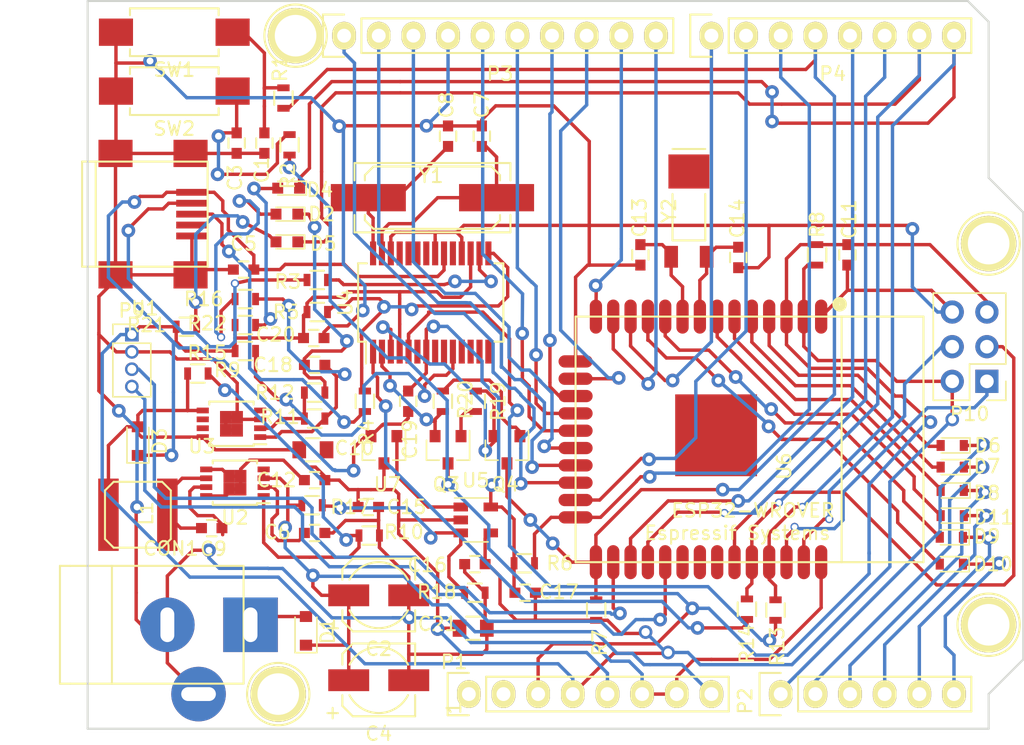
<source format=kicad_pcb>
(kicad_pcb (version 4) (host pcbnew 4.0.5-e0-6337~49~ubuntu16.04.1)
  (title_block (date "lun. 30 mars 2015"))
  (layers (0 F.Cu signal) (31 B.Cu signal) (34 B.Paste user) (35 F.Paste user) (36 B.SilkS user) (37 F.SilkS user) (38 B.Mask user) (39 F.Mask user) (44 Edge.Cuts user))
  (net 0 "")
  (net 1 +5V)
  (net 2 GND)
  (net 3 +3V3)
  (net 4 "Net-(C1-Pad1)")
  (net 5 Vin)
  (net 6 "Net-(C3-Pad1)")
  (net 7 "Net-(C6-Pad1)")
  (net 8 "Net-(C7-Pad1)")
  (net 9 "Net-(C8-Pad1)")
  (net 10 "Net-(C9-Pad1)")
  (net 11 "Net-(C9-Pad2)")
  (net 12 EN)
  (net 13 "Net-(C13-Pad1)")
  (net 14 "Net-(C14-Pad1)")
  (net 15 "Net-(C18-Pad1)")
  (net 16 "Net-(C18-Pad2)")
  (net 17 "Net-(CON1-Pad1)")
  (net 18 "Net-(D2-Pad2)")
  (net 19 "Net-(D4-Pad2)")
  (net 20 RXD)
  (net 21 "Net-(D5-Pad2)")
  (net 22 TXD)
  (net 23 A0)
  (net 24 A1)
  (net 25 A2)
  (net 26 A4)
  (net 27 A5)
  (net 28 A3)
  (net 29 CMD)
  (net 30 CLK)
  (net 31 SDO)
  (net 32 SD1)
  (net 33 SD2)
  (net 34 SD3)
  (net 35 IO17)
  (net 36 IO16)
  (net 37 IO27)
  (net 38 GPIO0)
  (net 39 GPIO2)
  (net 40 IO12)
  (net 41 IO13)
  (net 42 IO14)
  (net 43 IO15)
  (net 44 SCL)
  (net 45 SDA)
  (net 46 "Net-(Q3-Pad1)")
  (net 47 "Net-(Q3-Pad2)")
  (net 48 "Net-(Q4-Pad1)")
  (net 49 "Net-(Q4-Pad2)")
  (net 50 "Net-(R3-Pad1)")
  (net 51 "Net-(R3-Pad2)")
  (net 52 "Net-(R4-Pad1)")
  (net 53 "Net-(R4-Pad2)")
  (net 54 "Net-(R10-Pad1)")
  (net 55 "Net-(R11-Pad2)")
  (net 56 "Net-(R13-Pad1)")
  (net 57 "Net-(R14-Pad1)")
  (net 58 "Net-(R15-Pad1)")
  (net 59 "Net-(R17-Pad2)")
  (net 60 ADC-0)
  (net 61 ADC-1)
  (net 62 ADC-2)
  (net 63 ADC-4)
  (net 64 ADC-5)
  (net 65 ADC-3)
  (net 66 "Net-(U5-Pad1)")
  (net 67 IO23)
  (net 68 IO22)
  (net 69 IO21)
  (net 70 VCC)
  (module ESP32-footprints-Lib:ESP32-WROOM (layer F.Cu) (at 159.512 105.156 90)
    (fp_text reference U6 (at -1.9685 2.54 90) (layer F.SilkS))
    (fp_text value ESP32-WROVER)
    (fp_text user "Espressif Systems" (at -6.858 -0.889 180) (layer F.SilkS))
    (fp_text user ESP32-WROVER (at -5.207 0.254 180) (layer F.SilkS))
    (pad 38 smd oval (at -9 5.25 90) (size 2.5 0.9) (layers F.Cu F.Paste F.Mask) (net 2 GND))
    (pad 37 smd oval (at -9 3.98 90) (size 2.5 0.9) (layers F.Cu F.Paste F.Mask) (net 67 IO23))
    (pad 36 smd oval (at -9 2.71 90) (size 2.5 0.9) (layers F.Cu F.Paste F.Mask) (net 68 IO22))
    (pad 35 smd oval (at -9 1.44 90) (size 2.5 0.9) (layers F.Cu F.Paste F.Mask) (net 20 RXD))
    (pad 34 smd oval (at -9 0.17 90) (size 2.5 0.9) (layers F.Cu F.Paste F.Mask) (net 22 TXD))
    (pad 33 smd oval (at -9 -1.1 90) (size 2.5 0.9) (layers F.Cu F.Paste F.Mask) (net 69 IO21))
    (pad 32 smd oval (at -9 -2.37 90) (size 2.5 0.9) (layers F.Cu F.Paste F.Mask))
    (pad 31 smd oval (at -9 -3.64 90) (size 2.5 0.9) (layers F.Cu F.Paste F.Mask))
    (pad 30 smd oval (at -9 -4.91 90) (size 2.5 0.9) (layers F.Cu F.Paste F.Mask))
    (pad 29 smd oval (at -9 -6.18 90) (size 2.5 0.9) (layers F.Cu F.Paste F.Mask) (net 45 SDA))
    (pad 28 smd oval (at -9 -7.45 90) (size 2.5 0.9) (layers F.Cu F.Paste F.Mask) (net 35 IO17))
    (pad 27 smd oval (at -9 -8.72 90) (size 2.5 0.9) (layers F.Cu F.Paste F.Mask) (net 36 IO16))
    (pad 26 smd oval (at -9 -9.99 90) (size 2.5 0.9) (layers F.Cu F.Paste F.Mask) (net 44 SCL))
    (pad 25 smd oval (at -9 -11.26 90) (size 2.5 0.9) (layers F.Cu F.Paste F.Mask) (net 38 GPIO0))
    (pad 24 smd oval (at -5.715 -12.75 90) (size 0.9 2.5) (layers F.Cu F.Paste F.Mask) (net 39 GPIO2))
    (pad 23 smd oval (at -4.445 -12.75 90) (size 0.9 2.5) (layers F.Cu F.Paste F.Mask) (net 43 IO15))
    (pad 22 smd oval (at -3.175 -12.75 90) (size 0.9 2.5) (layers F.Cu F.Paste F.Mask) (net 32 SD1))
    (pad 21 smd oval (at -1.905 -12.75 90) (size 0.9 2.5) (layers F.Cu F.Paste F.Mask) (net 31 SDO))
    (pad 20 smd oval (at -0.635 -12.75 90) (size 0.9 2.5) (layers F.Cu F.Paste F.Mask) (net 30 CLK))
    (pad 19 smd oval (at 0.635 -12.75 90) (size 0.9 2.5) (layers F.Cu F.Paste F.Mask) (net 29 CMD))
    (pad 18 smd oval (at 1.905 -12.75 90) (size 0.9 2.5) (layers F.Cu F.Paste F.Mask) (net 34 SD3))
    (pad 17 smd oval (at 3.175 -12.75 90) (size 0.9 2.5) (layers F.Cu F.Paste F.Mask) (net 33 SD2))
    (pad 16 smd oval (at 4.445 -12.75 90) (size 0.9 2.5) (layers F.Cu F.Paste F.Mask) (net 41 IO13))
    (pad 15 smd oval (at 5.715 -12.75 90) (size 0.9 2.5) (layers F.Cu F.Paste F.Mask) (net 2 GND))
    (pad 14 smd oval (at 9 -11.26 90) (size 2.5 0.9) (layers F.Cu F.Paste F.Mask) (net 40 IO12))
    (pad 13 smd oval (at 9 -9.99 90) (size 2.5 0.9) (layers F.Cu F.Paste F.Mask) (net 42 IO14))
    (pad 12 smd oval (at 9 -8.72 90) (size 2.5 0.9) (layers F.Cu F.Paste F.Mask) (net 37 IO27))
    (pad 11 smd oval (at 9 -7.45 90) (size 2.5 0.9) (layers F.Cu F.Paste F.Mask) (net 64 ADC-5))
    (pad 10 smd oval (at 9 -6.18 90) (size 2.5 0.9) (layers F.Cu F.Paste F.Mask) (net 63 ADC-4))
    (pad 9 smd oval (at 9 -4.91 90) (size 2.5 0.9) (layers F.Cu F.Paste F.Mask) (net 13 "Net-(C13-Pad1)"))
    (pad 8 smd oval (at 9 -3.64 90) (size 2.5 0.9) (layers F.Cu F.Paste F.Mask) (net 14 "Net-(C14-Pad1)"))
    (pad 7 smd oval (at 9 -2.37 90) (size 2.5 0.9) (layers F.Cu F.Paste F.Mask) (net 65 ADC-3))
    (pad 6 smd oval (at 9 -1.1 90) (size 2.5 0.9) (layers F.Cu F.Paste F.Mask) (net 62 ADC-2))
    (pad 5 smd oval (at 9 0.17 90) (size 2.5 0.9) (layers F.Cu F.Paste F.Mask) (net 61 ADC-1))
    (pad 4 smd oval (at 9 1.44 90) (size 2.5 0.9) (layers F.Cu F.Paste F.Mask) (net 60 ADC-0))
    (pad 3 smd oval (at 9 2.71 90) (size 2.5 0.9) (layers F.Cu F.Paste F.Mask) (net 12 EN))
    (pad 2 smd oval (at 9 3.98 90) (size 2.5 0.9) (layers F.Cu F.Paste F.Mask) (net 3 +3V3))
    (pad 1 smd oval (at 9 5.25 90) (size 2.5 0.9) (layers F.Cu F.Paste F.Mask) (net 2 GND))
    (pad 39 smd rect (at 0.3 -2.45 90) (size 6 6) (layers F.Cu F.Paste F.Mask))
  )
  (module Crystals:Q_49U3HMS (layer F.Cu) (at 136.271 87.4395)
    (fp_text reference Y1 (at -0.1 -1.6) (layer F.SilkS))
    (fp_text value 12Mhz)
    (pad 1 smd rect (at -4.699 0) (size 5.4991 1.99898) (layers F.Cu F.Paste F.Mask) (net 9 "Net-(C8-Pad1)"))
    (pad 2 smd rect (at 4.699 0) (size 5.4991 1.99898) (layers F.Cu F.Paste F.Mask) (net 8 "Net-(C7-Pad1)"))
  )
  (module Capacitors_SMD:c_elec_5x5.3 (layer F.Cu) (at 132.334 122.809)
    (fp_text reference C4 (at 0 3.9243) (layer F.SilkS))
    (fp_text value 10uF/25V)
    (fp_text user + (at -3.3782 2.3368) (layer F.SilkS))
    (pad 1 smd rect (at -2.2 0 180) (size 3 1.6) (layers F.Cu F.Paste F.Mask) (net 5 Vin))
    (pad 2 smd rect (at 2.2 0 180) (size 3 1.6) (layers F.Cu F.Paste F.Mask) (net 2 GND))
  )
  (module Socket_Arduino_Uno:Socket_Strip_Arduino_1x08 (layer F.Cu) (at 138.938 123.825)
    (fp_text reference P1 (at -1.0795 -2.3495) (layer F.SilkS))
    (fp_text value Power)
    (pad 1 thru_hole oval (at 0 0) (size 1.7272 2.032) (drill 1.016) (layers *.Cu *.Mask F.SilkS))
    (pad 2 thru_hole oval (at 2.54 0) (size 1.7272 2.032) (drill 1.016) (layers *.Cu *.Mask F.SilkS))
    (pad 3 thru_hole oval (at 5.08 0) (size 1.7272 2.032) (drill 1.016) (layers *.Cu *.Mask F.SilkS) (net 12 EN))
    (pad 4 thru_hole oval (at 7.62 0) (size 1.7272 2.032) (drill 1.016) (layers *.Cu *.Mask F.SilkS) (net 3 +3V3))
    (pad 5 thru_hole oval (at 10.16 0) (size 1.7272 2.032) (drill 1.016) (layers *.Cu *.Mask F.SilkS) (net 1 +5V))
    (pad 6 thru_hole oval (at 12.7 0) (size 1.7272 2.032) (drill 1.016) (layers *.Cu *.Mask F.SilkS) (net 2 GND))
    (pad 7 thru_hole oval (at 15.24 0) (size 1.7272 2.032) (drill 1.016) (layers *.Cu *.Mask F.SilkS) (net 2 GND))
    (pad 8 thru_hole oval (at 17.78 0) (size 1.7272 2.032) (drill 1.016) (layers *.Cu *.Mask F.SilkS) (net 5 Vin))
  )
  (module Socket_Arduino_Uno:Socket_Strip_Arduino_1x06 (layer F.Cu) (at 161.798 123.825)
    (fp_text reference P2 (at -2.6035 0.508 90) (layer F.SilkS))
    (fp_text value Analog)
    (pad 1 thru_hole oval (at 0 0) (size 1.7272 2.032) (drill 1.016) (layers *.Cu *.Mask F.SilkS) (net 23 A0))
    (pad 2 thru_hole oval (at 2.54 0) (size 1.7272 2.032) (drill 1.016) (layers *.Cu *.Mask F.SilkS) (net 24 A1))
    (pad 3 thru_hole oval (at 5.08 0) (size 1.7272 2.032) (drill 1.016) (layers *.Cu *.Mask F.SilkS) (net 25 A2))
    (pad 4 thru_hole oval (at 7.62 0) (size 1.7272 2.032) (drill 1.016) (layers *.Cu *.Mask F.SilkS) (net 28 A3))
    (pad 5 thru_hole oval (at 10.16 0) (size 1.7272 2.032) (drill 1.016) (layers *.Cu *.Mask F.SilkS) (net 26 A4))
    (pad 6 thru_hole oval (at 12.7 0) (size 1.7272 2.032) (drill 1.016) (layers *.Cu *.Mask F.SilkS) (net 27 A5))
  )
  (module Socket_Arduino_Uno:Socket_Strip_Arduino_1x10 (layer F.Cu) (at 129.794 75.565)
    (fp_text reference P3 (at 11.43 2.794) (layer F.SilkS))
    (fp_text value Digital)
    (pad 1 thru_hole oval (at 0 0) (size 1.7272 2.032) (drill 1.016) (layers *.Cu *.Mask F.SilkS) (net 32 SD1))
    (pad 2 thru_hole oval (at 2.54 0) (size 1.7272 2.032) (drill 1.016) (layers *.Cu *.Mask F.SilkS) (net 31 SDO))
    (pad 3 thru_hole oval (at 5.08 0) (size 1.7272 2.032) (drill 1.016) (layers *.Cu *.Mask F.SilkS) (net 30 CLK))
    (pad 4 thru_hole oval (at 7.62 0) (size 1.7272 2.032) (drill 1.016) (layers *.Cu *.Mask F.SilkS) (net 2 GND))
    (pad 5 thru_hole oval (at 10.16 0) (size 1.7272 2.032) (drill 1.016) (layers *.Cu *.Mask F.SilkS) (net 29 CMD))
    (pad 6 thru_hole oval (at 12.7 0) (size 1.7272 2.032) (drill 1.016) (layers *.Cu *.Mask F.SilkS) (net 34 SD3))
    (pad 7 thru_hole oval (at 15.24 0) (size 1.7272 2.032) (drill 1.016) (layers *.Cu *.Mask F.SilkS) (net 33 SD2))
    (pad 8 thru_hole oval (at 17.78 0) (size 1.7272 2.032) (drill 1.016) (layers *.Cu *.Mask F.SilkS) (net 41 IO13))
    (pad 9 thru_hole oval (at 20.32 0) (size 1.7272 2.032) (drill 1.016) (layers *.Cu *.Mask F.SilkS) (net 40 IO12))
    (pad 10 thru_hole oval (at 22.86 0) (size 1.7272 2.032) (drill 1.016) (layers *.Cu *.Mask F.SilkS) (net 42 IO14))
  )
  (module Socket_Arduino_Uno:Socket_Strip_Arduino_1x08 (layer F.Cu) (at 156.718 75.565)
    (fp_text reference P4 (at 8.89 2.794) (layer F.SilkS))
    (fp_text value Digital)
    (pad 1 thru_hole oval (at 0 0) (size 1.7272 2.032) (drill 1.016) (layers *.Cu *.Mask F.SilkS) (net 37 IO27))
    (pad 2 thru_hole oval (at 2.54 0) (size 1.7272 2.032) (drill 1.016) (layers *.Cu *.Mask F.SilkS) (net 43 IO15))
    (pad 3 thru_hole oval (at 5.08 0) (size 1.7272 2.032) (drill 1.016) (layers *.Cu *.Mask F.SilkS) (net 39 GPIO2))
    (pad 4 thru_hole oval (at 7.62 0) (size 1.7272 2.032) (drill 1.016) (layers *.Cu *.Mask F.SilkS) (net 38 GPIO0))
    (pad 5 thru_hole oval (at 10.16 0) (size 1.7272 2.032) (drill 1.016) (layers *.Cu *.Mask F.SilkS) (net 36 IO16))
    (pad 6 thru_hole oval (at 12.7 0) (size 1.7272 2.032) (drill 1.016) (layers *.Cu *.Mask F.SilkS) (net 35 IO17))
    (pad 7 thru_hole oval (at 15.24 0) (size 1.7272 2.032) (drill 1.016) (layers *.Cu *.Mask F.SilkS) (net 22 TXD))
    (pad 8 thru_hole oval (at 17.78 0) (size 1.7272 2.032) (drill 1.016) (layers *.Cu *.Mask F.SilkS) (net 20 RXD))
  )
  (module Socket_Arduino_Uno:Arduino_1pin (layer F.Cu) (at 124.968 123.825)
    (fp_text reference P5 hide)
    (fp_text value CONN_1 hide)
    (pad 1 thru_hole circle (at 0 0) (size 4.064 4.064) (drill 3.048) (layers *.Cu *.Mask F.SilkS))
  )
  (module Socket_Arduino_Uno:Arduino_1pin (layer F.Cu) (at 177.038 118.745)
    (fp_text reference P6 hide)
    (fp_text value CONN_1 hide)
    (pad 1 thru_hole circle (at 0 0) (size 4.064 4.064) (drill 3.048) (layers *.Cu *.Mask F.SilkS))
  )
  (module Socket_Arduino_Uno:Arduino_1pin (layer F.Cu) (at 126.238 75.565)
    (fp_text reference P7 hide)
    (fp_text value CONN_1 hide)
    (pad 1 thru_hole circle (at 0 0) (size 4.064 4.064) (drill 3.048) (layers *.Cu *.Mask F.SilkS))
  )
  (module Socket_Arduino_Uno:Arduino_1pin (layer F.Cu) (at 177.038 90.805)
    (fp_text reference P8 hide)
    (fp_text value CONN_1 hide)
    (pad 1 thru_hole circle (at 0 0) (size 4.064 4.064) (drill 3.048) (layers *.Cu *.Mask F.SilkS))
  )
  (module Capacitors_SMD:C_0603 (layer F.Cu) (at 123.952 83.439 270)
    (fp_text reference C1 (at 1.9685 0.1905 270) (layer F.SilkS))
    (fp_text value 1nF/50V)
    (pad 1 smd rect (at -0.75 0 270) (size 0.8 0.75) (layers F.Cu F.Paste F.Mask) (net 4 "Net-(C1-Pad1)"))
    (pad 2 smd rect (at 0.75 0 270) (size 0.8 0.75) (layers F.Cu F.Paste F.Mask) (net 2 GND))
  )
  (module Capacitors_SMD:c_elec_5x5.3 (layer F.Cu) (at 132.334 116.586)
    (fp_text reference C2 (at 0 3.9243) (layer F.SilkS))
    (fp_text value 10uF/25V)
    (fp_text user + (at -3.3782 2.3368) (layer F.SilkS))
    (pad 1 smd rect (at -2.2 0 180) (size 3 1.6) (layers F.Cu F.Paste F.Mask) (net 5 Vin))
    (pad 2 smd rect (at 2.2 0 180) (size 3 1.6) (layers F.Cu F.Paste F.Mask) (net 2 GND))
  )
  (module Capacitors_SMD:C_0603 (layer F.Cu) (at 121.92 83.439 270)
    (fp_text reference C3 (at 2.54 0.127 270) (layer F.SilkS))
    (fp_text value 1nF/50V)
    (pad 1 smd rect (at -0.75 0 270) (size 0.8 0.75) (layers F.Cu F.Paste F.Mask) (net 6 "Net-(C3-Pad1)"))
    (pad 2 smd rect (at 0.75 0 270) (size 0.8 0.75) (layers F.Cu F.Paste F.Mask) (net 2 GND))
  )
  (module Capacitors_SMD:C_0603 (layer F.Cu) (at 122.428 92.71)
    (fp_text reference C5 (at 0 -1.9) (layer F.SilkS))
    (fp_text value 10uF)
    (pad 1 smd rect (at -0.75 0) (size 0.8 0.75) (layers F.Cu F.Paste F.Mask) (net 2 GND))
    (pad 2 smd rect (at 0.75 0) (size 0.8 0.75) (layers F.Cu F.Paste F.Mask) (net 70 VCC))
  )
  (module Capacitors_SMD:C_0603 (layer F.Cu) (at 127.635 112.014)
    (fp_text reference C6 (at -2.7305 -0.0635) (layer F.SilkS))
    (fp_text value 1uF)
    (pad 1 smd rect (at -0.75 0) (size 0.8 0.75) (layers F.Cu F.Paste F.Mask) (net 7 "Net-(C6-Pad1)"))
    (pad 2 smd rect (at 0.75 0) (size 0.8 0.75) (layers F.Cu F.Paste F.Mask) (net 2 GND))
  )
  (module Capacitors_SMD:C_0603 (layer F.Cu) (at 139.8905 82.931 90)
    (fp_text reference C7 (at 2.286 0 90) (layer F.SilkS))
    (fp_text value 33pF)
    (pad 1 smd rect (at -0.75 0 90) (size 0.8 0.75) (layers F.Cu F.Paste F.Mask) (net 8 "Net-(C7-Pad1)"))
    (pad 2 smd rect (at 0.75 0 90) (size 0.8 0.75) (layers F.Cu F.Paste F.Mask) (net 2 GND))
  )
  (module Capacitors_SMD:C_0603 (layer F.Cu) (at 137.414 82.931 90)
    (fp_text reference C8 (at 2.286 -0.127 90) (layer F.SilkS))
    (fp_text value 33pF)
    (pad 1 smd rect (at -0.75 0 90) (size 0.8 0.75) (layers F.Cu F.Paste F.Mask) (net 9 "Net-(C8-Pad1)"))
    (pad 2 smd rect (at 0.75 0 90) (size 0.8 0.75) (layers F.Cu F.Paste F.Mask) (net 2 GND))
  )
  (module Capacitors_SMD:C_0603 (layer F.Cu) (at 120.0912 111.6584 180)
    (fp_text reference C9 (at -0.127 -1.524 180) (layer F.SilkS))
    (fp_text value 100nF)
    (pad 1 smd rect (at -0.75 0 180) (size 0.8 0.75) (layers F.Cu F.Paste F.Mask) (net 10 "Net-(C9-Pad1)"))
    (pad 2 smd rect (at 0.75 0 180) (size 0.8 0.75) (layers F.Cu F.Paste F.Mask) (net 11 "Net-(C9-Pad2)"))
  )
  (module Capacitors_SMD:C_0805 (layer F.Cu) (at 127.508 105.918)
    (fp_text reference C10 (at 3.048 -0.127) (layer F.SilkS))
    (fp_text value 1uF)
    (pad 1 smd rect (at -1 0) (size 1 1.25) (layers F.Cu F.Paste F.Mask) (net 1 +5V))
    (pad 2 smd rect (at 1 0) (size 1 1.25) (layers F.Cu F.Paste F.Mask) (net 2 GND))
  )
  (module Capacitors_SMD:C_0603 (layer F.Cu) (at 166.6875 91.6305 90)
    (fp_text reference C11 (at 2.6035 0.127 90) (layer F.SilkS))
    (fp_text value C)
    (pad 1 smd rect (at -0.75 0 90) (size 0.8 0.75) (layers F.Cu F.Paste F.Mask) (net 2 GND))
    (pad 2 smd rect (at 0.75 0 90) (size 0.8 0.75) (layers F.Cu F.Paste F.Mask) (net 12 EN))
  )
  (module Capacitors_SMD:C_0603 (layer F.Cu) (at 127.635 108.1405 180)
    (fp_text reference C12 (at 2.794 0 360) (layer F.SilkS))
    (fp_text value 10uF/25V)
    (pad 1 smd rect (at -0.75 0 180) (size 0.8 0.75) (layers F.Cu F.Paste F.Mask) (net 1 +5V))
    (pad 2 smd rect (at 0.75 0 180) (size 0.8 0.75) (layers F.Cu F.Paste F.Mask) (net 2 GND))
  )
  (module Capacitors_SMD:C_0603 (layer F.Cu) (at 151.511 91.6305 270)
    (fp_text reference C13 (at -2.7305 0.0635 270) (layer F.SilkS))
    (fp_text value C)
    (pad 1 smd rect (at -0.75 0 270) (size 0.8 0.75) (layers F.Cu F.Paste F.Mask) (net 13 "Net-(C13-Pad1)"))
    (pad 2 smd rect (at 0.75 0 270) (size 0.8 0.75) (layers F.Cu F.Paste F.Mask) (net 2 GND))
  )
  (module Capacitors_SMD:C_0603 (layer F.Cu) (at 158.6865 91.821 270)
    (fp_text reference C14 (at -2.8575 0.0635 270) (layer F.SilkS))
    (fp_text value C)
    (pad 1 smd rect (at -0.75 0 270) (size 0.8 0.75) (layers F.Cu F.Paste F.Mask) (net 14 "Net-(C14-Pad1)"))
    (pad 2 smd rect (at 0.75 0 270) (size 0.8 0.75) (layers F.Cu F.Paste F.Mask) (net 2 GND))
  )
  (module Capacitors_SMD:C_0603 (layer F.Cu) (at 131.572 110.109)
    (fp_text reference C15 (at 2.794 0) (layer F.SilkS))
    (fp_text value 10uF/25V)
    (pad 1 smd rect (at -0.75 0) (size 0.8 0.75) (layers F.Cu F.Paste F.Mask) (net 1 +5V))
    (pad 2 smd rect (at 0.75 0) (size 0.8 0.75) (layers F.Cu F.Paste F.Mask) (net 2 GND))
  )
  (module Capacitors_SMD:C_0603 (layer F.Cu) (at 139.3825 114.3)
    (fp_text reference C16 (at -3.4925 0.0635) (layer F.SilkS))
    (fp_text value C)
    (pad 1 smd rect (at -0.75 0) (size 0.8 0.75) (layers F.Cu F.Paste F.Mask) (net 2 GND))
    (pad 2 smd rect (at 0.75 0) (size 0.8 0.75) (layers F.Cu F.Paste F.Mask) (net 3 +3V3))
  )
  (module Capacitors_SMD:C_0603 (layer F.Cu) (at 143.0655 116.3955)
    (fp_text reference C17 (at 2.4765 -0.0635) (layer F.SilkS))
    (fp_text value C)
    (pad 1 smd rect (at -0.75 0) (size 0.8 0.75) (layers F.Cu F.Paste F.Mask) (net 2 GND))
    (pad 2 smd rect (at 0.75 0) (size 0.8 0.75) (layers F.Cu F.Paste F.Mask) (net 3 +3V3))
  )
  (module Capacitors_SMD:C_0603 (layer F.Cu) (at 127.635 99.695 180)
    (fp_text reference C18 (at 3.048 0 180) (layer F.SilkS))
    (fp_text value 1uF/25V)
    (pad 1 smd rect (at -0.75 0 180) (size 0.8 0.75) (layers F.Cu F.Paste F.Mask) (net 15 "Net-(C18-Pad1)"))
    (pad 2 smd rect (at 0.75 0 180) (size 0.8 0.75) (layers F.Cu F.Paste F.Mask) (net 16 "Net-(C18-Pad2)"))
  )
  (module Capacitors_SMD:C_0603 (layer F.Cu) (at 134.493 102.362 270)
    (fp_text reference C19 (at 2.794 -0.127 270) (layer F.SilkS))
    (fp_text value 0.1uF)
    (pad 1 smd rect (at -0.75 0 270) (size 0.8 0.75) (layers F.Cu F.Paste F.Mask) (net 2 GND))
    (pad 2 smd rect (at 0.75 0 270) (size 0.8 0.75) (layers F.Cu F.Paste F.Mask) (net 70 VCC))
  )
  (module Capacitors_SMD:C_0603 (layer F.Cu) (at 127.5715 97.7265 180)
    (fp_text reference C20 (at 2.794 0.254 180) (layer F.SilkS))
    (fp_text value 0.1uF)
    (pad 1 smd rect (at -0.75 0 180) (size 0.8 0.75) (layers F.Cu F.Paste F.Mask) (net 2 GND))
    (pad 2 smd rect (at 0.75 0 180) (size 0.8 0.75) (layers F.Cu F.Paste F.Mask) (net 3 +3V3))
  )
  (module Capacitors_SMD:C_0805 (layer F.Cu) (at 139.2555 118.999 180)
    (fp_text reference C21 (at 2.6035 0.3175 180) (layer F.SilkS))
    (fp_text value 100nF)
    (pad 1 smd rect (at -1 0 180) (size 1 1.25) (layers F.Cu F.Paste F.Mask) (net 2 GND))
    (pad 2 smd rect (at 1 0 180) (size 1 1.25) (layers F.Cu F.Paste F.Mask) (net 1 +5V))
  )
  (module Connect:JACK_ALIM (layer F.Cu) (at 116.84 118.745)
    (fp_text reference CON1 (at 0.254 -5.588) (layer F.SilkS))
    (fp_text value BARREL_JACK)
    (pad 2 thru_hole circle (at 0 0) (size 4 4) (drill oval 1.016 2.54) (layers *.Cu *.Mask) (net 2 GND))
    (pad 1 thru_hole rect (at 6.096 0) (size 4 4) (drill oval 1.016 2.54) (layers *.Cu *.Mask) (net 17 "Net-(CON1-Pad1)"))
    (pad 3 thru_hole circle (at 2.286 5.08) (size 4 4) (drill oval 2.54 1.016) (layers *.Cu *.Mask) (net 2 GND))
  )
  (module Diodes_SMD:D_0805 (layer F.Cu) (at 127 119.1895 90)
    (fp_text reference D1 (at 0 1.6 90) (layer F.SilkS))
    (fp_text value SS24)
    (pad 1 smd rect (at -1.05 0 90) (size 0.8 0.9) (layers F.Cu F.Paste F.Mask) (net 5 Vin))
    (pad 2 smd rect (at 1.05 0 90) (size 0.8 0.9) (layers F.Cu F.Paste F.Mask) (net 17 "Net-(CON1-Pad1)"))
  )
  (module LEDs:LED_0603 (layer F.Cu) (at 125.603 88.646 180)
    (fp_text reference D2 (at -2.54 0 180) (layer F.SilkS))
    (fp_text value L_PWR)
    (pad 2 smd rect (at 0.8 0) (size 0.8 0.8) (layers F.Cu F.Paste F.Mask) (net 18 "Net-(D2-Pad2)"))
    (pad 1 smd rect (at -0.8 0) (size 0.8 0.8) (layers F.Cu F.Paste F.Mask) (net 16 "Net-(C18-Pad2)"))
  )
  (module Diodes_SMD:D_0805 (layer F.Cu) (at 114.681 105.283 90)
    (fp_text reference D3 (at 0 1.6 90) (layer F.SilkS))
    (fp_text value SS24)
    (pad 1 smd rect (at -1.05 0 90) (size 0.8 0.9) (layers F.Cu F.Paste F.Mask) (net 70 VCC))
    (pad 2 smd rect (at 1.05 0 90) (size 0.8 0.9) (layers F.Cu F.Paste F.Mask) (net 1 +5V))
  )
  (module LEDs:LED_0603 (layer F.Cu) (at 125.73 86.741 180)
    (fp_text reference D4 (at -2.286 -0.127 180) (layer F.SilkS))
    (fp_text value L-RX)
    (pad 2 smd rect (at 0.8 0) (size 0.8 0.8) (layers F.Cu F.Paste F.Mask) (net 19 "Net-(D4-Pad2)"))
    (pad 1 smd rect (at -0.8 0) (size 0.8 0.8) (layers F.Cu F.Paste F.Mask) (net 20 RXD))
  )
  (module LEDs:LED_0603 (layer F.Cu) (at 125.603 90.678 180)
    (fp_text reference D5 (at -2.667 -0.127 180) (layer F.SilkS))
    (fp_text value L-TX)
    (pad 2 smd rect (at 0.8 0) (size 0.8 0.8) (layers F.Cu F.Paste F.Mask) (net 21 "Net-(D5-Pad2)"))
    (pad 1 smd rect (at -0.8 0) (size 0.8 0.8) (layers F.Cu F.Paste F.Mask) (net 22 TXD))
  )
  (module Diodes_SMD:D_0603 (layer F.Cu) (at 174.371 105.6005 180)
    (fp_text reference D6 (at -2.6035 0 180) (layer F.SilkS))
    (fp_text value ZENER_3.3V)
    (pad 1 smd rect (at -0.85 0 180) (size 0.6 0.8) (layers F.Cu F.Paste F.Mask) (net 23 A0))
    (pad 2 smd rect (at 0.85 0 180) (size 0.6 0.8) (layers F.Cu F.Paste F.Mask) (net 60 ADC-0))
  )
  (module Diodes_SMD:D_0603 (layer F.Cu) (at 174.371 107.188 180)
    (fp_text reference D7 (at -2.54 0.0635 180) (layer F.SilkS))
    (fp_text value ZENER_3.3V)
    (pad 1 smd rect (at -0.85 0 180) (size 0.6 0.8) (layers F.Cu F.Paste F.Mask) (net 24 A1))
    (pad 2 smd rect (at 0.85 0 180) (size 0.6 0.8) (layers F.Cu F.Paste F.Mask) (net 61 ADC-1))
  )
  (module Diodes_SMD:D_0603 (layer F.Cu) (at 174.371 108.9025 180)
    (fp_text reference D8 (at -2.54 -0.1905 180) (layer F.SilkS))
    (fp_text value ZENER_3.3V)
    (pad 1 smd rect (at -0.85 0 180) (size 0.6 0.8) (layers F.Cu F.Paste F.Mask) (net 25 A2))
    (pad 2 smd rect (at 0.85 0 180) (size 0.6 0.8) (layers F.Cu F.Paste F.Mask) (net 62 ADC-2))
  )
  (module Diodes_SMD:D_0603 (layer F.Cu) (at 174.3075 112.3315 180)
    (fp_text reference D9 (at -2.6035 0.0635 180) (layer F.SilkS))
    (fp_text value ZENER_3.3V)
    (pad 1 smd rect (at -0.85 0 180) (size 0.6 0.8) (layers F.Cu F.Paste F.Mask) (net 26 A4))
    (pad 2 smd rect (at 0.85 0 180) (size 0.6 0.8) (layers F.Cu F.Paste F.Mask) (net 63 ADC-4))
  )
  (module Diodes_SMD:D_0603 (layer F.Cu) (at 174.3075 114.3 180)
    (fp_text reference D10 (at -3.048 0 180) (layer F.SilkS))
    (fp_text value ZENER_3.3V)
    (pad 1 smd rect (at -0.85 0 180) (size 0.6 0.8) (layers F.Cu F.Paste F.Mask) (net 27 A5))
    (pad 2 smd rect (at 0.85 0 180) (size 0.6 0.8) (layers F.Cu F.Paste F.Mask) (net 64 ADC-5))
  )
  (module Diodes_SMD:D_0603 (layer F.Cu) (at 174.371 110.744 180)
    (fp_text reference D11 (at -3.048 -0.127 180) (layer F.SilkS))
    (fp_text value ZENER_3.3V)
    (pad 1 smd rect (at -0.85 0 180) (size 0.6 0.8) (layers F.Cu F.Paste F.Mask) (net 28 A3))
    (pad 2 smd rect (at 0.85 0 180) (size 0.6 0.8) (layers F.Cu F.Paste F.Mask) (net 65 ADC-3))
  )
  (module Pin_Headers:Pin_Header_Straight_1x04_Pitch1.27mm (layer F.Cu) (at 114.2365 97.4725)
    (fp_text reference P9 (at 0 -1.755) (layer F.SilkS))
    (fp_text value CONN_01X04)
    (pad 1 thru_hole rect (at 0 0) (size 1 1) (drill 0.65) (layers *.Cu *.Mask) (net 3 +3V3))
    (pad 2 thru_hole oval (at 0 1.27) (size 1 1) (drill 0.65) (layers *.Cu *.Mask) (net 2 GND))
    (pad 3 thru_hole oval (at 0 2.54) (size 1 1) (drill 0.65) (layers *.Cu *.Mask) (net 44 SCL))
    (pad 4 thru_hole oval (at 0 3.81) (size 1 1) (drill 0.65) (layers *.Cu *.Mask) (net 45 SDA))
  )
  (module TO_SOT_Packages_SMD:SOT-23 (layer F.Cu) (at 137.414 105.918 270)
    (fp_text reference Q3 (at 2.54 0.127 360) (layer F.SilkS))
    (fp_text value Q_NPN_BEC)
    (pad 1 smd rect (at -1 -0.95 270) (size 0.9 0.8) (layers F.Cu F.Paste F.Mask) (net 46 "Net-(Q3-Pad1)"))
    (pad 2 smd rect (at -1 0.95 270) (size 0.9 0.8) (layers F.Cu F.Paste F.Mask) (net 47 "Net-(Q3-Pad2)"))
    (pad 3 smd rect (at 1 0 270) (size 0.9 0.8) (layers F.Cu F.Paste F.Mask) (net 12 EN))
  )
  (module TO_SOT_Packages_SMD:SOT-23 (layer F.Cu) (at 141.732 105.918 270)
    (fp_text reference Q4 (at 2.54 0.127 360) (layer F.SilkS))
    (fp_text value Q_NPN_BEC)
    (pad 1 smd rect (at -1 -0.95 270) (size 0.9 0.8) (layers F.Cu F.Paste F.Mask) (net 48 "Net-(Q4-Pad1)"))
    (pad 2 smd rect (at -1 0.95 270) (size 0.9 0.8) (layers F.Cu F.Paste F.Mask) (net 49 "Net-(Q4-Pad2)"))
    (pad 3 smd rect (at 1 0 270) (size 0.9 0.8) (layers F.Cu F.Paste F.Mask) (net 38 GPIO0))
  )
  (module Resistors_SMD:R_0603 (layer F.Cu) (at 125.349 80.137 90)
    (fp_text reference R1 (at 2.159 -0.254 90) (layer F.SilkS))
    (fp_text value 470R)
    (pad 1 smd rect (at -0.75 0 90) (size 0.5 0.9) (layers F.Cu F.Paste F.Mask) (net 38 GPIO0))
    (pad 2 smd rect (at 0.75 0 90) (size 0.5 0.9) (layers F.Cu F.Paste F.Mask) (net 4 "Net-(C1-Pad1)"))
  )
  (module Resistors_SMD:R_0603 (layer F.Cu) (at 125.7935 83.566 90)
    (fp_text reference R2 (at -2.286 -0.127 90) (layer F.SilkS))
    (fp_text value 470R)
    (pad 1 smd rect (at -0.75 0 90) (size 0.5 0.9) (layers F.Cu F.Paste F.Mask) (net 12 EN))
    (pad 2 smd rect (at 0.75 0 90) (size 0.5 0.9) (layers F.Cu F.Paste F.Mask) (net 6 "Net-(C3-Pad1)"))
  )
  (module Resistors_SMD:R_0603 (layer F.Cu) (at 127.8255 93.472 180)
    (fp_text reference R3 (at 2.159 -0.127 180) (layer F.SilkS))
    (fp_text value 27R)
    (pad 1 smd rect (at -0.75 0 180) (size 0.5 0.9) (layers F.Cu F.Paste F.Mask) (net 50 "Net-(R3-Pad1)"))
    (pad 2 smd rect (at 0.75 0 180) (size 0.5 0.9) (layers F.Cu F.Paste F.Mask) (net 51 "Net-(R3-Pad2)"))
  )
  (module Resistors_SMD:R_0603 (layer F.Cu) (at 131.318 102.362 270)
    (fp_text reference R4 (at 2.286 -0.127 270) (layer F.SilkS))
    (fp_text value 27R)
    (pad 1 smd rect (at -0.75 0 270) (size 0.5 0.9) (layers F.Cu F.Paste F.Mask) (net 52 "Net-(R4-Pad1)"))
    (pad 2 smd rect (at 0.75 0 270) (size 0.5 0.9) (layers F.Cu F.Paste F.Mask) (net 53 "Net-(R4-Pad2)"))
  )
  (module Resistors_SMD:R_0603 (layer F.Cu) (at 127.8255 95.8215 180)
    (fp_text reference R5 (at 2.286 0 180) (layer F.SilkS))
    (fp_text value 1.5K)
    (pad 1 smd rect (at -0.75 0 180) (size 0.5 0.9) (layers F.Cu F.Paste F.Mask) (net 52 "Net-(R4-Pad1)"))
    (pad 2 smd rect (at 0.75 0 180) (size 0.5 0.9) (layers F.Cu F.Paste F.Mask) (net 3 +3V3))
  )
  (module Resistors_SMD:R_0603 (layer F.Cu) (at 143.002 114.2365 180)
    (fp_text reference R6 (at -2.6035 0 180) (layer F.SilkS))
    (fp_text value 10K)
    (pad 1 smd rect (at -0.75 0 180) (size 0.5 0.9) (layers F.Cu F.Paste F.Mask) (net 39 GPIO2))
    (pad 2 smd rect (at 0.75 0 180) (size 0.5 0.9) (layers F.Cu F.Paste F.Mask) (net 2 GND))
  )
  (module Resistors_SMD:R_0603 (layer F.Cu) (at 148.2725 117.6655 90)
    (fp_text reference R7 (at -2.413 0.254 90) (layer F.SilkS))
    (fp_text value 10K)
    (pad 1 smd rect (at -0.75 0 90) (size 0.5 0.9) (layers F.Cu F.Paste F.Mask) (net 3 +3V3))
    (pad 2 smd rect (at 0.75 0 90) (size 0.5 0.9) (layers F.Cu F.Paste F.Mask) (net 38 GPIO0))
  )
  (module Resistors_SMD:R_0603 (layer F.Cu) (at 164.465 91.6305 90)
    (fp_text reference R8 (at 2.2225 0 90) (layer F.SilkS))
    (fp_text value 10K)
    (pad 1 smd rect (at -0.75 0 90) (size 0.5 0.9) (layers F.Cu F.Paste F.Mask) (net 3 +3V3))
    (pad 2 smd rect (at 0.75 0 90) (size 0.5 0.9) (layers F.Cu F.Paste F.Mask) (net 12 EN))
  )
  (module Resistors_SMD:R_0603 (layer F.Cu) (at 119.0752 100.33)
    (fp_text reference R9 (at 2.159 -0.254 180) (layer F.SilkS))
    (fp_text value 52.5K)
    (pad 1 smd rect (at -0.75 0) (size 0.5 0.9) (layers F.Cu F.Paste F.Mask) (net 1 +5V))
    (pad 2 smd rect (at 0.75 0) (size 0.5 0.9) (layers F.Cu F.Paste F.Mask) (net 54 "Net-(R10-Pad1)"))
  )
  (module Resistors_SMD:R_0603 (layer F.Cu) (at 131.6355 112.2045)
    (fp_text reference R10 (at 2.54 -0.254 180) (layer F.SilkS))
    (fp_text value 10k)
    (pad 1 smd rect (at -0.75 0) (size 0.5 0.9) (layers F.Cu F.Paste F.Mask) (net 54 "Net-(R10-Pad1)"))
    (pad 2 smd rect (at 0.75 0) (size 0.5 0.9) (layers F.Cu F.Paste F.Mask) (net 2 GND))
  )
  (module Resistors_SMD:R_0603 (layer F.Cu) (at 127.635 103.632 180)
    (fp_text reference R11 (at 2.54 0.127 360) (layer F.SilkS))
    (fp_text value 3K)
    (pad 1 smd rect (at -0.75 0 180) (size 0.5 0.9) (layers F.Cu F.Paste F.Mask) (net 15 "Net-(C18-Pad1)"))
    (pad 2 smd rect (at 0.75 0 180) (size 0.5 0.9) (layers F.Cu F.Paste F.Mask) (net 55 "Net-(R11-Pad2)"))
  )
  (module Resistors_SMD:R_0603 (layer F.Cu) (at 127.635 101.727)
    (fp_text reference R12 (at -2.921 0 180) (layer F.SilkS))
    (fp_text value 1K)
    (pad 1 smd rect (at -0.75 0) (size 0.5 0.9) (layers F.Cu F.Paste F.Mask) (net 55 "Net-(R11-Pad2)"))
    (pad 2 smd rect (at 0.75 0) (size 0.5 0.9) (layers F.Cu F.Paste F.Mask) (net 16 "Net-(C18-Pad2)"))
  )
  (module Resistors_SMD:R_0603 (layer F.Cu) (at 161.417 117.6655 90)
    (fp_text reference R13 (at -2.667 0.127 90) (layer F.SilkS))
    (fp_text value 470R)
    (pad 1 smd rect (at -0.75 0 90) (size 0.5 0.9) (layers F.Cu F.Paste F.Mask) (net 56 "Net-(R13-Pad1)"))
    (pad 2 smd rect (at 0.75 0 90) (size 0.5 0.9) (layers F.Cu F.Paste F.Mask) (net 20 RXD))
  )
  (module Resistors_SMD:R_0603 (layer F.Cu) (at 159.3215 117.602 90)
    (fp_text reference R14 (at -2.54 0 90) (layer F.SilkS))
    (fp_text value 470R)
    (pad 1 smd rect (at -0.75 0 90) (size 0.5 0.9) (layers F.Cu F.Paste F.Mask) (net 57 "Net-(R14-Pad1)"))
    (pad 2 smd rect (at 0.75 0 90) (size 0.5 0.9) (layers F.Cu F.Paste F.Mask) (net 22 TXD))
  )
  (module Resistors_SMD:R_0603 (layer F.Cu) (at 122.555 98.679 180)
    (fp_text reference R15 (at 2.794 -0.127 180) (layer F.SilkS))
    (fp_text value 4K7)
    (pad 1 smd rect (at -0.75 0 180) (size 0.5 0.9) (layers F.Cu F.Paste F.Mask) (net 58 "Net-(R15-Pad1)"))
    (pad 2 smd rect (at 0.75 0 180) (size 0.5 0.9) (layers F.Cu F.Paste F.Mask) (net 3 +3V3))
  )
  (module Resistors_SMD:R_0603 (layer F.Cu) (at 122.555 94.869 180)
    (fp_text reference R16 (at 3.048 0 180) (layer F.SilkS))
    (fp_text value 470R)
    (pad 1 smd rect (at -0.75 0 180) (size 0.5 0.9) (layers F.Cu F.Paste F.Mask) (net 15 "Net-(C18-Pad1)"))
    (pad 2 smd rect (at 0.75 0 180) (size 0.5 0.9) (layers F.Cu F.Paste F.Mask) (net 18 "Net-(D2-Pad2)"))
  )
  (module Resistors_SMD:R_0603 (layer F.Cu) (at 127.4445 109.982)
    (fp_text reference R17 (at 2.794 0.127) (layer F.SilkS))
    (fp_text value 10K)
    (pad 1 smd rect (at -0.75 0) (size 0.5 0.9) (layers F.Cu F.Paste F.Mask) (net 5 Vin))
    (pad 2 smd rect (at 0.75 0) (size 0.5 0.9) (layers F.Cu F.Paste F.Mask) (net 59 "Net-(R17-Pad2)"))
  )
  (module Resistors_SMD:R_0603 (layer F.Cu) (at 139.3825 116.3955)
    (fp_text reference R18 (at -2.794 -0.0635) (layer F.SilkS))
    (fp_text value 10K)
    (pad 1 smd rect (at -0.75 0) (size 0.5 0.9) (layers F.Cu F.Paste F.Mask) (net 59 "Net-(R17-Pad2)"))
    (pad 2 smd rect (at 0.75 0) (size 0.5 0.9) (layers F.Cu F.Paste F.Mask) (net 2 GND))
  )
  (module Resistors_SMD:R_0603 (layer F.Cu) (at 139.446 102.362 270)
    (fp_text reference R19 (at 0 -1.651 270) (layer F.SilkS))
    (fp_text value 1K)
    (pad 1 smd rect (at -0.75 0 270) (size 0.5 0.9) (layers F.Cu F.Paste F.Mask) (net 49 "Net-(Q4-Pad2)"))
    (pad 2 smd rect (at 0.75 0 270) (size 0.5 0.9) (layers F.Cu F.Paste F.Mask) (net 46 "Net-(Q3-Pad1)"))
  )
  (module Resistors_SMD:R_0603 (layer F.Cu) (at 137.033 102.362 90)
    (fp_text reference R20 (at 0.127 1.651 90) (layer F.SilkS))
    (fp_text value 1K)
    (pad 1 smd rect (at -0.75 0 90) (size 0.5 0.9) (layers F.Cu F.Paste F.Mask) (net 47 "Net-(Q3-Pad2)"))
    (pad 2 smd rect (at 0.75 0 90) (size 0.5 0.9) (layers F.Cu F.Paste F.Mask) (net 48 "Net-(Q4-Pad1)"))
  )
  (module Resistors_SMD:R_0603 (layer F.Cu) (at 118.237 96.901)
    (fp_text reference R21 (at -2.921 -0.127) (layer F.SilkS))
    (fp_text value 470R)
    (pad 1 smd rect (at -0.75 0) (size 0.5 0.9) (layers F.Cu F.Paste F.Mask) (net 3 +3V3))
    (pad 2 smd rect (at 0.75 0) (size 0.5 0.9) (layers F.Cu F.Paste F.Mask) (net 21 "Net-(D5-Pad2)"))
  )
  (module Resistors_SMD:R_0603 (layer F.Cu) (at 122.555 96.774)
    (fp_text reference R22 (at -2.794 -0.127) (layer F.SilkS))
    (fp_text value 470R)
    (pad 1 smd rect (at -0.75 0) (size 0.5 0.9) (layers F.Cu F.Paste F.Mask) (net 3 +3V3))
    (pad 2 smd rect (at 0.75 0) (size 0.5 0.9) (layers F.Cu F.Paste F.Mask) (net 19 "Net-(D4-Pad2)"))
  )
  (module Buttons_Switches_SMD:SW_SPST_REED_CT05-XXXX-G1 (layer F.Cu) (at 117.348 79.629)
    (fp_text reference SW2 (at 0 2.75) (layer F.SilkS))
    (fp_text value SW_PUSH)
    (pad 2 smd rect (at 4.275 0) (size 2.5 2) (layers F.Cu F.Paste F.Mask) (net 6 "Net-(C3-Pad1)"))
    (pad 1 smd rect (at -4.275 0) (size 2.5 2) (layers F.Cu F.Paste F.Mask) (net 2 GND))
  )
  (module Connect:USB_Mini-B (layer F.Cu) (at 115.189 88.646)
    (fp_text reference U1 (at 0 6.90118) (layer F.SilkS))
    (fp_text value usb_mini_b)
    (pad 1 smd rect (at 3.44932 -1.6002) (size 2.30124 0.50038) (layers F.Cu F.Paste F.Mask) (net 70 VCC))
    (pad 2 smd rect (at 3.44932 -0.8001) (size 2.30124 0.50038) (layers F.Cu F.Paste F.Mask) (net 51 "Net-(R3-Pad2)"))
    (pad 3 smd rect (at 3.44932 0) (size 2.30124 0.50038) (layers F.Cu F.Paste F.Mask) (net 53 "Net-(R4-Pad2)"))
    (pad 4 smd rect (at 3.44932 0.8001) (size 2.30124 0.50038) (layers F.Cu F.Paste F.Mask))
    (pad 5 smd rect (at 3.44932 1.6002) (size 2.30124 0.50038) (layers F.Cu F.Paste F.Mask) (net 2 GND))
    (pad 6 smd rect (at 3.35026 -4.45008) (size 2.49936 1.99898) (layers F.Cu F.Paste F.Mask) (net 2 GND))
    (pad 6 smd rect (at -2.14884 -4.45008) (size 2.49936 1.99898) (layers F.Cu F.Paste F.Mask) (net 2 GND))
    (pad 6 smd rect (at 3.35026 4.45008) (size 2.49936 1.99898) (layers F.Cu F.Paste F.Mask) (net 2 GND))
    (pad 6 smd rect (at -2.14884 4.45008) (size 2.49936 1.99898) (layers F.Cu F.Paste F.Mask) (net 2 GND))
    (pad "" np_thru_hole circle (at 0.8509 -2.19964) (size 0.89916 0.89916) (drill 0.89916) (layers *.Cu *.Mask))
    (pad "" np_thru_hole circle (at 0.8509 2.19964) (size 0.89916 0.89916) (drill 0.89916) (layers *.Cu *.Mask))
  )
  (module Housings_SSOP:MSOP-8-1EP_3x3mm_Pitch0.65mm (layer F.Cu) (at 121.793 108.331 180)
    (fp_text reference U2 (at 0 -2.55 180) (layer F.SilkS))
    (fp_text value MCP16311-MNY)
    (pad 1 smd rect (at -2.105 -0.975 180) (size 0.89 0.42) (layers F.Cu F.Paste F.Mask) (net 54 "Net-(R10-Pad1)"))
    (pad 2 smd rect (at -2.105 -0.325 180) (size 0.89 0.42) (layers F.Cu F.Paste F.Mask) (net 7 "Net-(C6-Pad1)"))
    (pad 3 smd rect (at -2.105 0.325 180) (size 0.89 0.42) (layers F.Cu F.Paste F.Mask) (net 5 Vin))
    (pad 4 smd rect (at -2.105 0.975 180) (size 0.89 0.42) (layers F.Cu F.Paste F.Mask) (net 5 Vin))
    (pad 5 smd rect (at 2.105 0.975 180) (size 0.89 0.42) (layers F.Cu F.Paste F.Mask) (net 2 GND))
    (pad 6 smd rect (at 2.105 0.325 180) (size 0.89 0.42) (layers F.Cu F.Paste F.Mask) (net 11 "Net-(C9-Pad2)"))
    (pad 7 smd rect (at 2.105 -0.325 180) (size 0.89 0.42) (layers F.Cu F.Paste F.Mask) (net 10 "Net-(C9-Pad1)"))
    (pad 8 smd rect (at 2.105 -0.975 180) (size 0.89 0.42) (layers F.Cu F.Paste F.Mask) (net 2 GND))
    (pad 9 smd rect (at 0.42 0.47 180) (size 0.84 0.94) (layers F.Cu F.Paste F.Mask) (net 2 GND))
    (pad 9 smd rect (at 0.42 -0.47 180) (size 0.84 0.94) (layers F.Cu F.Paste F.Mask) (net 2 GND))
    (pad 9 smd rect (at -0.42 0.47 180) (size 0.84 0.94) (layers F.Cu F.Paste F.Mask) (net 2 GND))
    (pad 9 smd rect (at -0.42 -0.47 180) (size 0.84 0.94) (layers F.Cu F.Paste F.Mask) (net 2 GND))
  )
  (module Housings_SSOP:SSOP-28_5.3x10.2mm_Pitch0.65mm (layer F.Cu) (at 136.144 95.123 90)
    (fp_text reference U4 (at 0 -6.25 90) (layer F.SilkS))
    (fp_text value PL2303HXA)
    (pad 1 smd rect (at -3.6 -4.225 90) (size 1.75 0.45) (layers F.Cu F.Paste F.Mask) (net 57 "Net-(R14-Pad1)"))
    (pad 2 smd rect (at -3.6 -3.575 90) (size 1.75 0.45) (layers F.Cu F.Paste F.Mask) (net 47 "Net-(Q3-Pad2)"))
    (pad 3 smd rect (at -3.6 -2.925 90) (size 1.75 0.45) (layers F.Cu F.Paste F.Mask) (net 49 "Net-(Q4-Pad2)"))
    (pad 4 smd rect (at -3.6 -2.275 90) (size 1.75 0.45) (layers F.Cu F.Paste F.Mask) (net 3 +3V3))
    (pad 5 smd rect (at -3.6 -1.625 90) (size 1.75 0.45) (layers F.Cu F.Paste F.Mask) (net 56 "Net-(R13-Pad1)"))
    (pad 6 smd rect (at -3.6 -0.975 90) (size 1.75 0.45) (layers F.Cu F.Paste F.Mask))
    (pad 7 smd rect (at -3.6 -0.325 90) (size 1.75 0.45) (layers F.Cu F.Paste F.Mask) (net 2 GND))
    (pad 8 smd rect (at -3.6 0.325 90) (size 1.75 0.45) (layers F.Cu F.Paste F.Mask))
    (pad 9 smd rect (at -3.6 0.975 90) (size 1.75 0.45) (layers F.Cu F.Paste F.Mask))
    (pad 10 smd rect (at -3.6 1.625 90) (size 1.75 0.45) (layers F.Cu F.Paste F.Mask) (net 58 "Net-(R15-Pad1)"))
    (pad 11 smd rect (at -3.6 2.275 90) (size 1.75 0.45) (layers F.Cu F.Paste F.Mask))
    (pad 12 smd rect (at -3.6 2.925 90) (size 1.75 0.45) (layers F.Cu F.Paste F.Mask))
    (pad 13 smd rect (at -3.6 3.575 90) (size 1.75 0.45) (layers F.Cu F.Paste F.Mask))
    (pad 14 smd rect (at -3.6 4.225 90) (size 1.75 0.45) (layers F.Cu F.Paste F.Mask))
    (pad 15 smd rect (at 3.6 4.225 90) (size 1.75 0.45) (layers F.Cu F.Paste F.Mask) (net 52 "Net-(R4-Pad1)"))
    (pad 16 smd rect (at 3.6 3.575 90) (size 1.75 0.45) (layers F.Cu F.Paste F.Mask) (net 50 "Net-(R3-Pad1)"))
    (pad 17 smd rect (at 3.6 2.925 90) (size 1.75 0.45) (layers F.Cu F.Paste F.Mask) (net 3 +3V3))
    (pad 18 smd rect (at 3.6 2.275 90) (size 1.75 0.45) (layers F.Cu F.Paste F.Mask) (net 2 GND))
    (pad 19 smd rect (at 3.6 1.625 90) (size 1.75 0.45) (layers F.Cu F.Paste F.Mask))
    (pad 20 smd rect (at 3.6 0.975 90) (size 1.75 0.45) (layers F.Cu F.Paste F.Mask) (net 70 VCC))
    (pad 21 smd rect (at 3.6 0.325 90) (size 1.75 0.45) (layers F.Cu F.Paste F.Mask) (net 2 GND))
    (pad 22 smd rect (at 3.6 -0.325 90) (size 1.75 0.45) (layers F.Cu F.Paste F.Mask))
    (pad 23 smd rect (at 3.6 -0.975 90) (size 1.75 0.45) (layers F.Cu F.Paste F.Mask))
    (pad 24 smd rect (at 3.6 -1.625 90) (size 1.75 0.45) (layers F.Cu F.Paste F.Mask))
    (pad 25 smd rect (at 3.6 -2.275 90) (size 1.75 0.45) (layers F.Cu F.Paste F.Mask) (net 2 GND))
    (pad 26 smd rect (at 3.6 -2.925 90) (size 1.75 0.45) (layers F.Cu F.Paste F.Mask) (net 2 GND))
    (pad 27 smd rect (at 3.6 -3.575 90) (size 1.75 0.45) (layers F.Cu F.Paste F.Mask) (net 8 "Net-(C7-Pad1)"))
    (pad 28 smd rect (at 3.6 -4.225 90) (size 1.75 0.45) (layers F.Cu F.Paste F.Mask) (net 9 "Net-(C8-Pad1)"))
  )
  (module TO_SOT_Packages_SMD:SOT-23-5 (layer F.Cu) (at 139.446 111.0615)
    (fp_text reference U5 (at 0 -2.9) (layer F.SilkS))
    (fp_text value MCP6001R)
    (pad 1 smd rect (at -1.1 -0.95) (size 1.06 0.65) (layers F.Cu F.Paste F.Mask) (net 66 "Net-(U5-Pad1)"))
    (pad 2 smd rect (at -1.1 0) (size 1.06 0.65) (layers F.Cu F.Paste F.Mask) (net 1 +5V))
    (pad 3 smd rect (at -1.1 0.95) (size 1.06 0.65) (layers F.Cu F.Paste F.Mask) (net 59 "Net-(R17-Pad2)"))
    (pad 4 smd rect (at 1.1 0.95) (size 1.06 0.65) (layers F.Cu F.Paste F.Mask) (net 3 +3V3))
    (pad 5 smd rect (at 1.1 -0.95) (size 1.06 0.65) (layers F.Cu F.Paste F.Mask) (net 2 GND))
  )
  (module TO_SOT_Packages_SMD:SOT-23 (layer F.Cu) (at 132.715 105.918 270)
    (fp_text reference U7 (at 2.54 -0.254 360) (layer F.SilkS))
    (fp_text value IRLM6402)
    (pad 1 smd rect (at -1 -0.95 270) (size 0.9 0.8) (layers F.Cu F.Paste F.Mask) (net 66 "Net-(U5-Pad1)"))
    (pad 2 smd rect (at -1 0.95 270) (size 0.9 0.8) (layers F.Cu F.Paste F.Mask) (net 70 VCC))
    (pad 3 smd rect (at 1 0 270) (size 0.9 0.8) (layers F.Cu F.Paste F.Mask) (net 1 +5V))
  )
  (module Housings_SSOP:MSOP-8-1EP_3x3mm_Pitch0.65mm (layer F.Cu) (at 121.539 104.013 180)
    (fp_text reference U3 (at 2.159 -1.651 180) (layer F.SilkS))
    (fp_text value BD00GA5WEFJ)
    (pad 1 smd rect (at -2.105 -0.975 180) (size 0.89 0.42) (layers F.Cu F.Paste F.Mask) (net 15 "Net-(C18-Pad1)"))
    (pad 2 smd rect (at -2.105 -0.325 180) (size 0.89 0.42) (layers F.Cu F.Paste F.Mask) (net 55 "Net-(R11-Pad2)"))
    (pad 3 smd rect (at -2.105 0.325 180) (size 0.89 0.42) (layers F.Cu F.Paste F.Mask) (net 2 GND))
    (pad 4 smd rect (at -2.105 0.975 180) (size 0.89 0.42) (layers F.Cu F.Paste F.Mask))
    (pad 5 smd rect (at 2.105 0.975 180) (size 0.89 0.42) (layers F.Cu F.Paste F.Mask) (net 1 +5V))
    (pad 6 smd rect (at 2.105 0.325 180) (size 0.89 0.42) (layers F.Cu F.Paste F.Mask))
    (pad 7 smd rect (at 2.105 -0.325 180) (size 0.89 0.42) (layers F.Cu F.Paste F.Mask))
    (pad 8 smd rect (at 2.105 -0.975 180) (size 0.89 0.42) (layers F.Cu F.Paste F.Mask) (net 1 +5V))
    (pad 9 smd rect (at 0.42 0.47 180) (size 0.84 0.94) (layers F.Cu F.Paste F.Mask) (net 2 GND))
    (pad 9 smd rect (at 0.42 -0.47 180) (size 0.84 0.94) (layers F.Cu F.Paste F.Mask) (net 2 GND))
    (pad 9 smd rect (at -0.42 0.47 180) (size 0.84 0.94) (layers F.Cu F.Paste F.Mask) (net 2 GND))
    (pad 9 smd rect (at -0.42 -0.47 180) (size 0.84 0.94) (layers F.Cu F.Paste F.Mask) (net 2 GND))
  )
  (module Inductors:SELF-WE-TPC_M (layer F.Cu) (at 114.681 110.6805 180)
    (fp_text reference L1 (at -0.59944 0.09906 270) (layer F.SilkS))
    (fp_text value 22uH)
    (pad 1 smd rect (at -2.159 0 180) (size 1.50114 5.30098) (layers F.Cu F.Paste F.Mask) (net 11 "Net-(C9-Pad2)"))
    (pad 2 smd rect (at 2.159 0 180) (size 1.50114 5.30098) (layers F.Cu F.Paste F.Mask) (net 1 +5V))
  )
  (module Pin_Headers:Pin_Header_Straight_2x03_Pitch2.54mm (layer F.Cu) (at 176.911 100.9015 180)
    (fp_text reference P10 (at 1.27 -2.39 180) (layer F.SilkS))
    (fp_text value ICSP)
    (pad 1 thru_hole rect (at 0 0 180) (size 1.7 1.7) (drill 1) (layers *.Cu *.Mask) (net 68 IO22))
    (pad 2 thru_hole oval (at 2.54 0 180) (size 1.7 1.7) (drill 1) (layers *.Cu *.Mask) (net 3 +3V3))
    (pad 3 thru_hole oval (at 0 2.54 180) (size 1.7 1.7) (drill 1) (layers *.Cu *.Mask) (net 69 IO21))
    (pad 4 thru_hole oval (at 2.54 2.54 180) (size 1.7 1.7) (drill 1) (layers *.Cu *.Mask) (net 67 IO23))
    (pad 5 thru_hole oval (at 0 5.08 180) (size 1.7 1.7) (drill 1) (layers *.Cu *.Mask) (net 12 EN))
    (pad 6 thru_hole oval (at 2.54 5.08 180) (size 1.7 1.7) (drill 1) (layers *.Cu *.Mask) (net 2 GND))
  )
  (module Buttons_Switches_SMD:SW_SPST_REED_CT05-XXXX-G1 (layer F.Cu) (at 117.348 75.311)
    (fp_text reference SW1 (at 0 2.75) (layer F.SilkS))
    (fp_text value SW_PUSH)
    (pad 2 smd rect (at 4.275 0) (size 2.5 2) (layers F.Cu F.Paste F.Mask) (net 4 "Net-(C1-Pad1)"))
    (pad 1 smd rect (at -4.275 0) (size 2.5 2) (layers F.Cu F.Paste F.Mask) (net 2 GND))
  )
  (module Crystals:Crystal_SMD_Micro-Crystal_MS1V-T1K (layer F.Cu) (at 155.067 88.646 270)
    (fp_text reference Y2 (at -0.254 1.4605 270) (layer F.SilkS))
    (fp_text value 32.768Khz)
    (pad 3 smd rect (at -3.125 0 270) (size 2.5 3) (layers F.Cu F.Paste F.Mask))
    (pad 1 smd rect (at 3.125 -1.3 270) (size 1.6 1) (layers F.Cu F.Paste F.Mask) (net 14 "Net-(C14-Pad1)"))
    (pad 2 smd rect (at 3.125 1.3 270) (size 1.6 1) (layers F.Cu F.Paste F.Mask) (net 13 "Net-(C13-Pad1)"))
  )
  (gr_text 1 (at 137.8585 124.841 90) (layer F.SilkS) (effects (font (size 1 1))))
  (gr_line (start 177.038 74.549) (end 175.514 73.025) (angle 90) (layer Edge.Cuts) (width 0.15))
  (gr_line (start 177.038 85.979) (end 177.038 74.549) (angle 90) (layer Edge.Cuts) (width 0.15))
  (gr_line (start 179.578 88.519) (end 177.038 85.979) (angle 90) (layer Edge.Cuts) (width 0.15))
  (gr_line (start 179.578 121.285) (end 179.578 88.519) (angle 90) (layer Edge.Cuts) (width 0.15))
  (gr_line (start 177.038 123.825) (end 179.578 121.285) (angle 90) (layer Edge.Cuts) (width 0.15))
  (gr_line (start 177.038 126.365) (end 177.038 123.825) (angle 90) (layer Edge.Cuts) (width 0.15))
  (gr_line (start 110.998 126.365) (end 177.038 126.365) (angle 90) (layer Edge.Cuts) (width 0.15))
  (gr_line (start 110.998 73.025) (end 110.998 126.365) (angle 90) (layer Edge.Cuts) (width 0.15))
  (gr_line (start 175.514 73.025) (end 110.998 73.025) (angle 90) (layer Edge.Cuts) (width 0.15))
  (segment (start 118.3252 100.33) (end 118.3252 103.038) (width 0.25) (layer F.Cu) (net 1))
  (segment (start 118.3132 102.9716) (end 118.3132 103.038) (width 0.25) (layer F.Cu) (net 1))
  (segment (start 118.3132 103.026) (end 118.3132 102.9716) (width 0.25) (layer F.Cu) (net 1))
  (segment (start 118.3252 103.038) (end 118.3132 103.026) (width 0.25) (layer F.Cu) (net 1))
  (segment (start 129.4384 108.1405) (end 129.4384 108.1532) (width 0.25) (layer F.Cu) (net 1))
  (segment (start 130.1242 108.839) (end 130.81 108.839) (width 0.25) (layer F.Cu) (net 1))
  (segment (start 129.4384 108.1532) (end 130.1242 108.839) (width 0.25) (layer F.Cu) (net 1))
  (segment (start 136.652 119.0625) (end 136.652 114.935) (width 0.25) (layer F.Cu) (net 1))
  (segment (start 136.652 114.935) (end 136.4615 114.7445) (width 0.25) (layer F.Cu) (net 1))
  (segment (start 133.7945 112.0775) (end 133.7945 111.125) (width 0.25) (layer F.Cu) (net 1))
  (segment (start 136.4615 114.7445) (end 133.7945 112.0775) (width 0.25) (layer F.Cu) (net 1))
  (segment (start 138.2555 118.999) (end 136.7155 118.999) (width 0.25) (layer F.Cu) (net 1))
  (segment (start 136.7155 118.999) (end 136.652 119.0625) (width 0.25) (layer F.Cu) (net 1))
  (segment (start 149.098 122.301) (end 149.098 123.825) (width 0.25) (layer B.Cu) (net 1))
  (via (at 136.652 119.0625) (size 1) (drill 0.5) (layers F.Cu B.Cu) (net 1))
  (segment (start 136.652 119.0625) (end 138.3665 120.777) (width 0.25) (layer B.Cu) (net 1))
  (segment (start 138.3665 120.777) (end 147.574 120.777) (width 0.25) (layer B.Cu) (net 1))
  (segment (start 147.574 120.777) (end 149.098 122.301) (width 0.25) (layer B.Cu) (net 1))
  (segment (start 128.385 108.1405) (end 129.4384 108.1405) (width 0.25) (layer F.Cu) (net 1))
  (segment (start 137.7315 111.0615) (end 133.7945 111.0615) (width 0.25) (layer F.Cu) (net 1))
  (segment (start 133.7945 111.0615) (end 133.7945 111.125) (width 0.25) (layer F.Cu) (net 1))
  (segment (start 128.385 108.1405) (end 128.385 107.8745) (width 0.25) (layer F.Cu) (net 1))
  (segment (start 128.385 107.8745) (end 127.6985 107.188) (width 0.25) (layer F.Cu) (net 1))
  (segment (start 128.385 108.1405) (end 128.397 108.1405) (width 0.25) (layer F.Cu) (net 1))
  (segment (start 126.508 105.918) (end 126.508 106.5055) (width 0.25) (layer F.Cu) (net 1))
  (segment (start 126.508 106.5055) (end 127.1905 107.188) (width 0.25) (layer F.Cu) (net 1))
  (segment (start 127.1905 107.188) (end 127.6985 107.188) (width 0.25) (layer F.Cu) (net 1))
  (segment (start 126.508 105.918) (end 126.508 106.1245) (width 0.25) (layer F.Cu) (net 1))
  (segment (start 128.385 108.0015) (end 128.385 108.1405) (width 0.25) (layer F.Cu) (net 1))
  (segment (start 133.7945 111.125) (end 133.7945 110.871) (width 0.25) (layer F.Cu) (net 1))
  (segment (start 133.7945 109.1565) (end 133.477 108.839) (width 0.25) (layer F.Cu) (net 1))
  (segment (start 133.7945 110.871) (end 133.7945 109.1565) (width 0.25) (layer F.Cu) (net 1))
  (segment (start 133.477 108.839) (end 132.715 108.839) (width 0.25) (layer F.Cu) (net 1))
  (segment (start 126.508 105.918) (end 120.364 105.918) (width 0.25) (layer F.Cu) (net 1))
  (segment (start 120.364 105.918) (end 119.434 104.988) (width 0.25) (layer F.Cu) (net 1))
  (segment (start 132.715 106.918) (end 132.715 108.839) (width 0.25) (layer F.Cu) (net 1))
  (segment (start 138.346 111.0615) (end 137.7315 111.0615) (width 0.25) (layer F.Cu) (net 1))
  (segment (start 132.715 108.839) (end 131.7625 108.839) (width 0.25) (layer F.Cu) (net 1))
  (segment (start 130.81 108.839) (end 131.7625 108.839) (width 0.25) (layer F.Cu) (net 1))
  (segment (start 130.822 108.839) (end 130.81 108.839) (width 0.25) (layer F.Cu) (net 1))
  (segment (start 130.822 110.109) (end 130.822 108.839) (width 0.25) (layer F.Cu) (net 1))
  (segment (start 114.681 104.233) (end 114.681 104.7115) (width 0.25) (layer F.Cu) (net 1))
  (segment (start 117.3705 104.988) (end 119.434 104.988) (width 0.25) (layer F.Cu) (net 1))
  (segment (start 114.681 104.7115) (end 114.9575 104.988) (width 0.25) (layer F.Cu) (net 1))
  (segment (start 114.9575 104.988) (end 117.3705 104.988) (width 0.25) (layer F.Cu) (net 1))
  (segment (start 119.434 103.038) (end 118.3132 103.038) (width 0.25) (layer F.Cu) (net 1))
  (segment (start 118.3132 103.038) (end 115.021 103.038) (width 0.25) (layer F.Cu) (net 1))
  (segment (start 114.681 103.378) (end 114.681 104.233) (width 0.25) (layer F.Cu) (net 1))
  (segment (start 115.021 103.038) (end 114.681 103.378) (width 0.25) (layer F.Cu) (net 1))
  (segment (start 114.681 104.233) (end 113.8895 104.233) (width 0.25) (layer F.Cu) (net 1))
  (segment (start 112.522 105.6005) (end 112.522 110.6805) (width 0.25) (layer F.Cu) (net 1))
  (segment (start 113.8895 104.233) (end 112.522 105.6005) (width 0.25) (layer F.Cu) (net 1))
  (segment (start 119.888 113.284) (end 119.888 113.8428) (width 0.25) (layer B.Cu) (net 2))
  (segment (start 120.65 114.6048) (end 124.203505 114.6048) (width 0.25) (layer B.Cu) (net 2))
  (segment (start 119.888 113.8428) (end 120.65 114.6048) (width 0.25) (layer B.Cu) (net 2))
  (segment (start 119.888 113.284) (end 118.7196 113.284) (width 0.25) (layer F.Cu) (net 2))
  (segment (start 116.84 115.1636) (end 116.84 118.745) (width 0.25) (layer F.Cu) (net 2))
  (segment (start 118.7196 113.284) (end 116.84 115.1636) (width 0.25) (layer F.Cu) (net 2))
  (segment (start 117.5512 99.2632) (end 120.1928 99.2632) (width 0.25) (layer F.Cu) (net 2))
  (segment (start 121.959 101.0294) (end 121.959 101.893) (width 0.25) (layer F.Cu) (net 2))
  (segment (start 120.1928 99.2632) (end 121.959 101.0294) (width 0.25) (layer F.Cu) (net 2))
  (segment (start 128.385 112.014) (end 128.9812 112.014) (width 0.25) (layer F.Cu) (net 2))
  (segment (start 129.8956 111.0996) (end 132.322 111.0996) (width 0.25) (layer F.Cu) (net 2))
  (segment (start 128.9812 112.014) (end 129.8956 111.0996) (width 0.25) (layer F.Cu) (net 2))
  (segment (start 131.318 95.504) (end 131.3688 95.504) (width 0.25) (layer B.Cu) (net 2))
  (segment (start 131.3688 95.504) (end 131.318 95.504) (width 0.25) (layer B.Cu) (net 2))
  (segment (start 136.3472 96.8756) (end 137.3632 96.8756) (width 0.25) (layer B.Cu) (net 2))
  (segment (start 140.546 108.5772) (end 140.6144 108.5088) (width 0.25) (layer F.Cu) (net 2))
  (via (at 140.6144 108.5088) (size 1) (drill 0.5) (layers F.Cu B.Cu) (net 2))
  (segment (start 140.6144 108.5088) (end 141.1224 108.0008) (width 0.25) (layer B.Cu) (net 2))
  (segment (start 141.1224 108.0008) (end 141.1224 102.108) (width 0.25) (layer B.Cu) (net 2))
  (segment (start 141.1224 102.108) (end 139.9032 100.8888) (width 0.25) (layer B.Cu) (net 2))
  (segment (start 140.546 110.1115) (end 140.546 108.5772) (width 0.25) (layer F.Cu) (net 2))
  (segment (start 137.3632 96.8756) (end 139.9032 99.4156) (width 0.25) (layer B.Cu) (net 2))
  (segment (start 139.9032 99.4156) (end 139.9032 100.8888) (width 0.25) (layer B.Cu) (net 2))
  (segment (start 136.3472 96.8756) (end 136.0424 96.8756) (width 0.25) (layer F.Cu) (net 2))
  (via (at 136.3472 96.8756) (size 1) (drill 0.5) (layers F.Cu B.Cu) (net 2))
  (segment (start 136.0424 96.8756) (end 135.819 97.099) (width 0.25) (layer F.Cu) (net 2))
  (segment (start 135.819 97.099) (end 135.819 98.723) (width 0.25) (layer F.Cu) (net 2))
  (segment (start 133.35 118.237) (end 134.5438 118.237) (width 0.25) (layer B.Cu) (net 2))
  (via (at 134.5692 118.2116) (size 1) (drill 0.5) (layers F.Cu B.Cu) (net 2))
  (segment (start 134.5438 118.237) (end 134.5692 118.2116) (width 0.25) (layer B.Cu) (net 2))
  (segment (start 134.5692 118.2116) (end 134.534 118.2116) (width 0.25) (layer F.Cu) (net 2))
  (segment (start 134.534 118.2116) (end 134.5692 118.2116) (width 0.25) (layer F.Cu) (net 2))
  (segment (start 134.5692 118.2116) (end 134.534 118.2116) (width 0.25) (layer F.Cu) (net 2))
  (segment (start 131.1656 95.7072) (end 131.318 95.504) (width 0.25) (layer B.Cu) (net 2))
  (segment (start 131.318 95.504) (end 131.318 93.8784) (width 0.25) (layer B.Cu) (net 2))
  (segment (start 131.318 93.8784) (end 129.7432 92.3036) (width 0.25) (layer B.Cu) (net 2))
  (segment (start 129.7432 92.3036) (end 129.7432 82.4992) (width 0.25) (layer B.Cu) (net 2))
  (segment (start 129.7432 82.4992) (end 129.4384 82.1944) (width 0.25) (layer B.Cu) (net 2))
  (segment (start 122.213 107.861) (end 121.373 107.861) (width 0.25) (layer F.Cu) (net 2))
  (segment (start 122.213 108.801) (end 121.373 108.801) (width 0.25) (layer F.Cu) (net 2))
  (segment (start 122.213 107.861) (end 122.213 108.801) (width 0.25) (layer F.Cu) (net 2))
  (segment (start 138.0236 89.9795) (end 138.0617 89.9795) (width 0.25) (layer F.Cu) (net 2))
  (segment (start 138.5697 89.4715) (end 147.7645 89.4715) (width 0.25) (layer F.Cu) (net 2))
  (segment (start 138.0617 89.9795) (end 138.5697 89.4715) (width 0.25) (layer F.Cu) (net 2))
  (segment (start 135.8265 82.169) (end 129.4638 82.169) (width 0.25) (layer F.Cu) (net 2))
  (segment (start 129.4638 82.169) (end 129.4384 82.1944) (width 0.25) (layer F.Cu) (net 2))
  (via (at 129.4384 82.1944) (size 1) (drill 0.5) (layers F.Cu B.Cu) (net 2))
  (segment (start 115.4176 77.5716) (end 113.073 77.5716) (width 0.25) (layer F.Cu) (net 2))
  (segment (start 129.4384 82.1944) (end 127.3556 80.1116) (width 0.25) (layer B.Cu) (net 2))
  (segment (start 127.3556 80.1116) (end 118.2624 80.1116) (width 0.25) (layer B.Cu) (net 2))
  (segment (start 118.2624 80.1116) (end 115.57 77.4192) (width 0.25) (layer B.Cu) (net 2))
  (via (at 115.57 77.4192) (size 1) (drill 0.5) (layers F.Cu B.Cu) (net 2))
  (segment (start 115.57 77.4192) (end 115.4176 77.5716) (width 0.25) (layer F.Cu) (net 2))
  (segment (start 158.6865 92.571) (end 160.159 92.571) (width 0.25) (layer F.Cu) (net 2))
  (segment (start 160.9344 91.7956) (end 160.9344 89.4715) (width 0.25) (layer F.Cu) (net 2))
  (segment (start 160.159 92.571) (end 160.9344 91.7956) (width 0.25) (layer F.Cu) (net 2))
  (segment (start 147.3835 120.04675) (end 147.98675 120.04675) (width 0.25) (layer B.Cu) (net 2))
  (segment (start 149.352 121.412) (end 150.6855 121.412) (width 0.25) (layer B.Cu) (net 2))
  (segment (start 147.98675 120.04675) (end 149.352 121.412) (width 0.25) (layer B.Cu) (net 2))
  (segment (start 174.371 95.8215) (end 173.2915 95.8215) (width 0.25) (layer B.Cu) (net 2))
  (segment (start 171.196 89.4715) (end 160.9344 89.4715) (width 0.25) (layer F.Cu) (net 2))
  (segment (start 160.9344 89.4715) (end 147.7645 89.4715) (width 0.25) (layer F.Cu) (net 2))
  (segment (start 171.45 89.7255) (end 171.196 89.4715) (width 0.25) (layer F.Cu) (net 2))
  (via (at 171.45 89.7255) (size 1) (drill 0.5) (layers F.Cu B.Cu) (net 2))
  (segment (start 171.45 93.98) (end 171.45 89.7255) (width 0.25) (layer B.Cu) (net 2))
  (segment (start 173.2915 95.8215) (end 171.45 93.98) (width 0.25) (layer B.Cu) (net 2))
  (segment (start 137.414 82.181) (end 135.8385 82.181) (width 0.25) (layer F.Cu) (net 2))
  (segment (start 137.414 80.5815) (end 137.414 75.565) (width 0.25) (layer B.Cu) (net 2))
  (segment (start 135.8265 82.169) (end 137.414 80.5815) (width 0.25) (layer B.Cu) (net 2))
  (via (at 135.8265 82.169) (size 1) (drill 0.5) (layers F.Cu B.Cu) (net 2))
  (segment (start 135.8385 82.181) (end 135.8265 82.169) (width 0.25) (layer F.Cu) (net 2))
  (segment (start 145.7325 81.28) (end 145.161 80.7085) (width 0.25) (layer F.Cu) (net 2))
  (segment (start 147.7645 83.312) (end 145.7325 81.28) (width 0.25) (layer F.Cu) (net 2))
  (segment (start 147.7645 89.4715) (end 147.7645 83.312) (width 0.25) (layer F.Cu) (net 2))
  (segment (start 139.8905 81.7245) (end 139.8905 82.181) (width 0.25) (layer F.Cu) (net 2))
  (segment (start 140.9065 80.7085) (end 139.8905 81.7245) (width 0.25) (layer F.Cu) (net 2))
  (segment (start 145.161 80.7085) (end 140.9065 80.7085) (width 0.25) (layer F.Cu) (net 2))
  (segment (start 147.7645 92.3805) (end 147.7645 89.4715) (width 0.25) (layer F.Cu) (net 2))
  (segment (start 151.511 92.3805) (end 147.7645 92.3805) (width 0.25) (layer F.Cu) (net 2))
  (segment (start 147.7645 92.3805) (end 147.6495 92.3805) (width 0.25) (layer F.Cu) (net 2))
  (segment (start 146.762 93.268) (end 146.762 99.441) (width 0.25) (layer F.Cu) (net 2))
  (segment (start 147.6495 92.3805) (end 146.762 93.268) (width 0.25) (layer F.Cu) (net 2))
  (segment (start 147.3835 120.04675) (end 139.09675 120.04675) (width 0.25) (layer B.Cu) (net 2))
  (segment (start 139.09675 120.04675) (end 137.287 118.237) (width 0.25) (layer B.Cu) (net 2))
  (segment (start 174.371 95.8215) (end 174.371 95.758) (width 0.25) (layer F.Cu) (net 2))
  (segment (start 174.371 95.758) (end 172.8435 94.2305) (width 0.25) (layer F.Cu) (net 2))
  (segment (start 172.8435 94.2305) (end 166.6875 94.2305) (width 0.25) (layer F.Cu) (net 2))
  (segment (start 128.3215 97.7265) (end 128.3215 97.294) (width 0.25) (layer F.Cu) (net 2))
  (via (at 131.1656 95.7072) (size 1) (drill 0.5) (layers F.Cu B.Cu) (net 2))
  (segment (start 130.7465 96.139) (end 131.1656 95.7072) (width 0.25) (layer F.Cu) (net 2))
  (segment (start 130.048 96.8375) (end 130.7465 96.139) (width 0.25) (layer F.Cu) (net 2))
  (segment (start 128.778 96.8375) (end 130.048 96.8375) (width 0.25) (layer F.Cu) (net 2))
  (segment (start 128.3215 97.294) (end 128.778 96.8375) (width 0.25) (layer F.Cu) (net 2))
  (segment (start 156.718 121.285) (end 155.448 121.285) (width 0.25) (layer F.Cu) (net 2))
  (segment (start 154.178 122.555) (end 154.178 123.825) (width 0.25) (layer F.Cu) (net 2))
  (segment (start 155.448 121.285) (end 154.178 122.555) (width 0.25) (layer F.Cu) (net 2))
  (segment (start 164.762 114.156) (end 164.762 117.4955) (width 0.25) (layer F.Cu) (net 2))
  (segment (start 160.9725 121.285) (end 156.718 121.285) (width 0.25) (layer F.Cu) (net 2))
  (segment (start 164.762 117.4955) (end 160.9725 121.285) (width 0.25) (layer F.Cu) (net 2))
  (segment (start 114.554 116.3955) (end 114.554 118.364) (width 0.25) (layer F.Cu) (net 2))
  (segment (start 114.554 110.1725) (end 114.554 116.3955) (width 0.25) (layer F.Cu) (net 2))
  (segment (start 114.6175 110.109) (end 114.554 110.1725) (width 0.25) (layer F.Cu) (net 2))
  (via (at 114.6175 110.109) (size 1) (drill 0.5) (layers F.Cu B.Cu) (net 2))
  (segment (start 114.6175 104.394) (end 114.6175 110.109) (width 0.25) (layer B.Cu) (net 2))
  (segment (start 113.284 103.0605) (end 114.6175 104.394) (width 0.25) (layer B.Cu) (net 2))
  (via (at 113.284 103.0605) (size 1) (drill 0.5) (layers F.Cu B.Cu) (net 2))
  (segment (start 111.8235 101.6) (end 113.284 103.0605) (width 0.25) (layer F.Cu) (net 2))
  (segment (start 111.8235 97.4725) (end 111.8235 101.6) (width 0.25) (layer F.Cu) (net 2))
  (segment (start 114.554 118.364) (end 114.935 118.745) (width 0.25) (layer F.Cu) (net 2))
  (segment (start 121.959 104.483) (end 121.119 104.483) (width 0.25) (layer F.Cu) (net 2))
  (segment (start 121.119 104.483) (end 121.119 103.543) (width 0.25) (layer F.Cu) (net 2))
  (segment (start 121.119 103.543) (end 121.959 103.543) (width 0.25) (layer F.Cu) (net 2))
  (segment (start 114.935 118.745) (end 116.84 118.745) (width 0.25) (layer F.Cu) (net 2))
  (segment (start 115.1255 118.745) (end 116.84 118.745) (width 0.25) (layer F.Cu) (net 2))
  (segment (start 114.2365 98.7425) (end 117.0305 98.7425) (width 0.25) (layer F.Cu) (net 2))
  (segment (start 121.959 101.893) (end 121.959 103.543) (width 0.25) (layer F.Cu) (net 2))
  (segment (start 117.0305 98.7425) (end 117.5512 99.2632) (width 0.25) (layer F.Cu) (net 2))
  (segment (start 166.6875 92.3805) (end 166.6875 94.2305) (width 0.25) (layer F.Cu) (net 2))
  (segment (start 166.6875 94.2305) (end 164.762 96.156) (width 0.25) (layer F.Cu) (net 2))
  (segment (start 111.8235 97.3455) (end 111.8235 97.4725) (width 0.25) (layer F.Cu) (net 2))
  (segment (start 111.8235 97.4725) (end 113.0935 98.7425) (width 0.25) (layer F.Cu) (net 2))
  (via (at 119.888 113.284) (size 1) (drill 0.5) (layers F.Cu B.Cu) (net 2))
  (segment (start 124.245 114.6175) (end 124.203505 114.6048) (width 0.25) (layer B.Cu) (net 2))
  (segment (start 128.905 118.237) (end 133.35 118.237) (width 0.25) (layer B.Cu) (net 2))
  (segment (start 125.2855 114.6175) (end 128.905 118.237) (width 0.25) (layer B.Cu) (net 2))
  (segment (start 124.245 114.6175) (end 125.2855 114.6175) (width 0.25) (layer B.Cu) (net 2))
  (segment (start 133.35 118.237) (end 137.287 118.237) (width 0.25) (layer B.Cu) (net 2))
  (segment (start 151.638 123.825) (end 151.638 122.3645) (width 0.25) (layer B.Cu) (net 2))
  (segment (start 150.6855 121.412) (end 151.638 122.3645) (width 0.25) (layer B.Cu) (net 2))
  (segment (start 154.178 123.825) (end 151.638 123.825) (width 0.25) (layer F.Cu) (net 2))
  (segment (start 128.651 112.014) (end 128.385 112.014) (width 0.25) (layer F.Cu) (net 2))
  (segment (start 133.9215 89.9795) (end 133.5405 89.9795) (width 0.25) (layer F.Cu) (net 2))
  (segment (start 133.219 90.301) (end 133.219 91.523) (width 0.25) (layer F.Cu) (net 2))
  (segment (start 133.5405 89.9795) (end 133.219 90.301) (width 0.25) (layer F.Cu) (net 2))
  (segment (start 137.9855 89.9795) (end 138.0236 89.9795) (width 0.25) (layer F.Cu) (net 2))
  (segment (start 138.0236 89.9795) (end 138.049 89.9795) (width 0.25) (layer F.Cu) (net 2))
  (segment (start 138.049 89.9795) (end 138.419 90.3495) (width 0.25) (layer F.Cu) (net 2))
  (segment (start 136.469 90.4875) (end 136.469 89.9795) (width 0.25) (layer F.Cu) (net 2))
  (segment (start 136.469 89.9795) (end 136.525 89.9795) (width 0.25) (layer F.Cu) (net 2))
  (segment (start 138.419 91.523) (end 138.419 90.3495) (width 0.25) (layer F.Cu) (net 2))
  (segment (start 137.9855 89.9795) (end 136.525 89.9795) (width 0.25) (layer F.Cu) (net 2))
  (segment (start 136.525 89.9795) (end 136.017 89.9795) (width 0.25) (layer F.Cu) (net 2))
  (segment (start 136.469 90.4875) (end 136.469 91.523) (width 0.25) (layer F.Cu) (net 2))
  (segment (start 133.9215 89.9795) (end 136.017 89.9795) (width 0.25) (layer F.Cu) (net 2))
  (segment (start 137.414 82.181) (end 139.8905 82.181) (width 0.25) (layer F.Cu) (net 2))
  (segment (start 137.287 82.054) (end 137.3625 82.054) (width 0.25) (layer F.Cu) (net 2))
  (segment (start 126.885 108.1405) (end 126.8095 108.1405) (width 0.25) (layer F.Cu) (net 2))
  (segment (start 126.8095 108.1405) (end 125.349 106.68) (width 0.25) (layer F.Cu) (net 2))
  (segment (start 122.213 107.3395) (end 122.213 107.861) (width 0.25) (layer F.Cu) (net 2))
  (segment (start 122.8725 106.68) (end 122.213 107.3395) (width 0.25) (layer F.Cu) (net 2))
  (segment (start 125.349 106.68) (end 122.8725 106.68) (width 0.25) (layer F.Cu) (net 2))
  (segment (start 121.373 107.608) (end 121.373 107.861) (width 0.25) (layer F.Cu) (net 2))
  (segment (start 126.8215 107.95) (end 126.8215 108.216) (width 0.25) (layer F.Cu) (net 2))
  (segment (start 118.63832 90.2462) (end 118.63832 92.99702) (width 0.25) (layer F.Cu) (net 2))
  (segment (start 118.63832 92.99702) (end 118.53926 93.09608) (width 0.25) (layer F.Cu) (net 2))
  (segment (start 134.493 101.612) (end 134.227 101.612) (width 0.25) (layer F.Cu) (net 2))
  (segment (start 128.508 105.8705) (end 128.508 105.918) (width 0.25) (layer F.Cu) (net 2))
  (segment (start 135.819 98.723) (end 135.819 100.286) (width 0.25) (layer F.Cu) (net 2))
  (segment (start 135.819 100.286) (end 134.493 101.612) (width 0.25) (layer F.Cu) (net 2))
  (segment (start 140.546 110.1115) (end 141.3535 110.1115) (width 0.25) (layer F.Cu) (net 2))
  (segment (start 142.252 111.01) (end 142.252 114.2365) (width 0.25) (layer F.Cu) (net 2))
  (segment (start 141.3535 110.1115) (end 142.252 111.01) (width 0.25) (layer F.Cu) (net 2))
  (segment (start 142.252 114.2365) (end 142.252 116.332) (width 0.25) (layer F.Cu) (net 2))
  (segment (start 142.252 116.332) (end 142.3155 116.3955) (width 0.25) (layer F.Cu) (net 2))
  (segment (start 142.252 116.3955) (end 142.3155 116.459) (width 0.25) (layer F.Cu) (net 2))
  (segment (start 138.6325 114.3) (end 138.6325 114.8835) (width 0.25) (layer F.Cu) (net 2))
  (segment (start 139.192 115.455) (end 140.1325 116.3955) (width 0.25) (layer F.Cu) (net 2))
  (segment (start 139.192 115.443) (end 139.192 115.455) (width 0.25) (layer F.Cu) (net 2))
  (segment (start 138.6325 114.8835) (end 139.192 115.443) (width 0.25) (layer F.Cu) (net 2))
  (segment (start 140.196 116.459) (end 140.1325 116.3955) (width 0.25) (layer F.Cu) (net 2))
  (segment (start 140.1325 116.3955) (end 140.1325 118.876) (width 0.25) (layer F.Cu) (net 2))
  (segment (start 140.1325 118.876) (end 140.2555 118.999) (width 0.25) (layer F.Cu) (net 2))
  (segment (start 140.2555 118.999) (end 140.2555 120.539) (width 0.25) (layer F.Cu) (net 2))
  (segment (start 139.8905 120.904) (end 134.534 120.904) (width 0.25) (layer F.Cu) (net 2))
  (segment (start 140.2555 120.539) (end 139.8905 120.904) (width 0.25) (layer F.Cu) (net 2))
  (segment (start 134.534 116.586) (end 134.534 118.2116) (width 0.25) (layer F.Cu) (net 2))
  (segment (start 134.534 118.2116) (end 134.534 120.904) (width 0.25) (layer F.Cu) (net 2))
  (segment (start 134.534 120.904) (end 134.534 122.809) (width 0.25) (layer F.Cu) (net 2))
  (segment (start 134.534 122.682) (end 134.661 122.809) (width 0.25) (layer F.Cu) (net 2))
  (segment (start 132.3855 112.2045) (end 132.3855 113.0815) (width 0.25) (layer F.Cu) (net 2))
  (segment (start 134.534 115.23) (end 134.534 116.586) (width 0.25) (layer F.Cu) (net 2))
  (segment (start 132.3855 113.0815) (end 134.534 115.23) (width 0.25) (layer F.Cu) (net 2))
  (segment (start 132.322 111.0615) (end 132.322 111.0996) (width 0.25) (layer F.Cu) (net 2))
  (segment (start 132.322 111.0615) (end 132.322 110.109) (width 0.25) (layer F.Cu) (net 2))
  (segment (start 132.322 111.0996) (end 132.322 112.141) (width 0.25) (layer F.Cu) (net 2))
  (segment (start 132.322 112.141) (end 132.3855 112.2045) (width 0.25) (layer F.Cu) (net 2))
  (segment (start 128.385 112.014) (end 128.397 112.014) (width 0.25) (layer F.Cu) (net 2))
  (segment (start 132.322 111.887) (end 132.2585 111.9505) (width 0.25) (layer F.Cu) (net 2))
  (segment (start 128.385 112.014) (end 128.385 111.899) (width 0.25) (layer F.Cu) (net 2))
  (segment (start 123.644 103.688) (end 122.104 103.688) (width 0.25) (layer F.Cu) (net 2))
  (segment (start 122.104 103.688) (end 121.959 103.543) (width 0.25) (layer F.Cu) (net 2))
  (segment (start 121.959 107.607) (end 122.213 107.861) (width 0.25) (layer F.Cu) (net 2))
  (segment (start 116.84 118.745) (end 116.84 121.539) (width 0.25) (layer F.Cu) (net 2))
  (segment (start 116.84 121.539) (end 119.126 123.825) (width 0.25) (layer F.Cu) (net 2))
  (segment (start 119.688 109.306) (end 121.117 109.306) (width 0.25) (layer F.Cu) (net 2))
  (segment (start 121.117 109.306) (end 121.373 109.05) (width 0.25) (layer F.Cu) (net 2))
  (segment (start 121.373 109.05) (end 121.373 108.801) (width 0.25) (layer F.Cu) (net 2))
  (segment (start 122.213 108.801) (end 122.213 108.8145) (width 0.25) (layer F.Cu) (net 2))
  (segment (start 122.213 108.8145) (end 122.174 108.8535) (width 0.25) (layer F.Cu) (net 2))
  (segment (start 119.688 107.356) (end 120.868 107.356) (width 0.25) (layer F.Cu) (net 2))
  (segment (start 120.868 107.356) (end 121.373 107.861) (width 0.25) (layer F.Cu) (net 2))
  (segment (start 113.04016 93.09608) (end 113.04016 93.46184) (width 0.25) (layer F.Cu) (net 2))
  (segment (start 113.04016 93.46184) (end 111.8235 94.6785) (width 0.25) (layer F.Cu) (net 2))
  (segment (start 113.0935 98.7425) (end 114.2365 98.7425) (width 0.25) (layer F.Cu) (net 2))
  (segment (start 111.8235 94.6785) (end 111.8235 97.3455) (width 0.25) (layer F.Cu) (net 2))
  (segment (start 123.952 84.189) (end 121.92 84.189) (width 0.25) (layer F.Cu) (net 2))
  (segment (start 118.53926 84.19592) (end 121.91308 84.19592) (width 0.25) (layer F.Cu) (net 2))
  (segment (start 121.91308 84.19592) (end 121.92 84.189) (width 0.25) (layer F.Cu) (net 2))
  (segment (start 121.678 92.71) (end 118.92534 92.71) (width 0.25) (layer F.Cu) (net 2))
  (segment (start 118.92534 92.71) (end 118.53926 93.09608) (width 0.25) (layer F.Cu) (net 2))
  (segment (start 118.53926 93.09608) (end 113.04016 93.09608) (width 0.25) (layer F.Cu) (net 2))
  (segment (start 113.04016 93.09608) (end 113.04016 84.19592) (width 0.25) (layer F.Cu) (net 2))
  (segment (start 113.04016 84.19592) (end 118.53926 84.19592) (width 0.25) (layer F.Cu) (net 2))
  (segment (start 113.073 79.629) (end 113.073 84.16308) (width 0.25) (layer F.Cu) (net 2))
  (segment (start 113.073 84.16308) (end 113.04016 84.19592) (width 0.25) (layer F.Cu) (net 2))
  (segment (start 113.073 75.311) (end 113.073 77.5716) (width 0.25) (layer F.Cu) (net 2))
  (segment (start 113.073 77.5716) (end 113.073 79.629) (width 0.25) (layer F.Cu) (net 2))
  (segment (start 133.869 94.8436) (end 133.869 94.3356) (width 0.25) (layer F.Cu) (net 3))
  (segment (start 133.869 94.3356) (end 133.9088 94.3356) (width 0.25) (layer F.Cu) (net 3))
  (segment (start 137.0076 94.742) (end 136.6012 94.3356) (width 0.25) (layer F.Cu) (net 3))
  (segment (start 136.6012 94.3356) (end 133.9088 94.3356) (width 0.25) (layer F.Cu) (net 3))
  (segment (start 130.0988 94.3356) (end 129.6924 94.742) (width 0.25) (layer F.Cu) (net 3))
  (segment (start 133.9088 94.3356) (end 130.0988 94.3356) (width 0.25) (layer F.Cu) (net 3))
  (segment (start 112.522 98.3996) (end 112.0648 98.8568) (width 0.25) (layer B.Cu) (net 3))
  (segment (start 112.0648 108.8263) (end 112.522 109.2835) (width 0.25) (layer B.Cu) (net 3))
  (segment (start 112.0648 98.8568) (end 112.0648 108.8263) (width 0.25) (layer B.Cu) (net 3))
  (segment (start 148.2725 118.4155) (end 149.0987 118.4155) (width 0.25) (layer F.Cu) (net 3))
  (segment (start 153.3906 120.777) (end 153.543 120.777) (width 0.25) (layer B.Cu) (net 3))
  (segment (start 151.892 119.2784) (end 153.3906 120.777) (width 0.25) (layer B.Cu) (net 3))
  (via (at 151.892 119.2784) (size 1) (drill 0.6) (layers F.Cu B.Cu) (net 3))
  (segment (start 151.7904 119.38) (end 151.892 119.2784) (width 0.25) (layer F.Cu) (net 3))
  (segment (start 150.0632 119.38) (end 151.7904 119.38) (width 0.25) (layer F.Cu) (net 3))
  (segment (start 149.0987 118.4155) (end 150.0632 119.38) (width 0.25) (layer F.Cu) (net 3))
  (segment (start 174.371 100.9015) (end 174.371 103.6955) (width 0.25) (layer F.Cu) (net 3))
  (via (at 174.371 103.6955) (size 1) (drill 0.6) (layers F.Cu B.Cu) (net 3))
  (segment (start 174.371 103.6955) (end 169.799 108.2675) (width 0.25) (layer B.Cu) (net 3))
  (segment (start 169.799 108.2675) (end 169.799 114.4905) (width 0.25) (layer B.Cu) (net 3))
  (segment (start 169.799 114.4905) (end 162.6235 121.666) (width 0.25) (layer B.Cu) (net 3))
  (segment (start 162.6235 121.666) (end 155.8925 121.666) (width 0.25) (layer B.Cu) (net 3))
  (segment (start 155.8925 121.666) (end 155.0035 120.777) (width 0.25) (layer B.Cu) (net 3))
  (segment (start 155.0035 120.777) (end 153.543 120.777) (width 0.25) (layer B.Cu) (net 3))
  (segment (start 149.5425 120.8405) (end 146.558 123.825) (width 0.25) (layer F.Cu) (net 3))
  (via (at 153.543 120.777) (size 1) (drill 0.6) (layers F.Cu B.Cu) (net 3))
  (segment (start 153.543 120.777) (end 153.4795 120.8405) (width 0.25) (layer F.Cu) (net 3))
  (segment (start 153.4795 120.8405) (end 149.5425 120.8405) (width 0.25) (layer F.Cu) (net 3))
  (segment (start 133.869 96.7105) (end 133.869 94.8436) (width 0.25) (layer F.Cu) (net 3))
  (segment (start 163.492 96.156) (end 163.492 98.341) (width 0.25) (layer F.Cu) (net 3))
  (segment (start 170.307 100.9015) (end 174.371 100.9015) (width 0.25) (layer F.Cu) (net 3))
  (segment (start 168.783 99.3775) (end 170.307 100.9015) (width 0.25) (layer F.Cu) (net 3))
  (segment (start 164.5285 99.3775) (end 168.783 99.3775) (width 0.25) (layer F.Cu) (net 3))
  (segment (start 163.492 98.341) (end 164.5285 99.3775) (width 0.25) (layer F.Cu) (net 3))
  (segment (start 117.487 96.901) (end 117.487 97.9925) (width 0.25) (layer F.Cu) (net 3))
  (segment (start 118.1735 98.679) (end 118.8085 98.679) (width 0.25) (layer F.Cu) (net 3))
  (segment (start 117.487 97.9925) (end 118.1735 98.679) (width 0.25) (layer F.Cu) (net 3))
  (segment (start 118.8085 98.679) (end 121.805 98.679) (width 0.25) (layer F.Cu) (net 3))
  (segment (start 146.558 123.825) (end 146.558 122.682) (width 0.25) (layer B.Cu) (net 3))
  (segment (start 118.491 115.2525) (end 112.522 109.2835) (width 0.25) (layer B.Cu) (net 3))
  (segment (start 124.968 115.2525) (end 118.491 115.2525) (width 0.25) (layer B.Cu) (net 3))
  (segment (start 131.318 121.6025) (end 124.968 115.2525) (width 0.25) (layer B.Cu) (net 3))
  (segment (start 145.4785 121.6025) (end 131.318 121.6025) (width 0.25) (layer B.Cu) (net 3))
  (segment (start 146.558 122.682) (end 145.4785 121.6025) (width 0.25) (layer B.Cu) (net 3))
  (segment (start 112.522 98.3996) (end 112.522 98.3615) (width 0.25) (layer B.Cu) (net 3))
  (segment (start 112.522 98.3615) (end 113.411 97.4725) (width 0.25) (layer B.Cu) (net 3))
  (segment (start 113.411 97.4725) (end 114.2365 97.4725) (width 0.25) (layer B.Cu) (net 3))
  (segment (start 117.487 96.901) (end 114.808 96.901) (width 0.25) (layer F.Cu) (net 3))
  (segment (start 114.808 96.901) (end 114.2365 97.4725) (width 0.25) (layer F.Cu) (net 3))
  (segment (start 137.922 94.742) (end 138.303 94.742) (width 0.25) (layer F.Cu) (net 3))
  (segment (start 138.303 94.742) (end 138.4935 94.5515) (width 0.25) (layer F.Cu) (net 3))
  (segment (start 137.0076 94.742) (end 137.922 94.742) (width 0.25) (layer F.Cu) (net 3))
  (segment (start 138.4935 94.5515) (end 139.069 93.976) (width 0.25) (layer F.Cu) (net 3))
  (segment (start 139.069 93.976) (end 139.069 91.523) (width 0.25) (layer F.Cu) (net 3))
  (segment (start 127.0755 95.8215) (end 127.0755 95.1745) (width 0.25) (layer F.Cu) (net 3))
  (segment (start 127.508 94.742) (end 129.6924 94.742) (width 0.25) (layer F.Cu) (net 3))
  (segment (start 127.0755 95.1745) (end 127.508 94.742) (width 0.25) (layer F.Cu) (net 3))
  (segment (start 133.869 98.723) (end 133.869 96.7105) (width 0.25) (layer F.Cu) (net 3))
  (segment (start 164.465 92.3805) (end 163.7785 92.3805) (width 0.25) (layer F.Cu) (net 3))
  (segment (start 163.492 92.667) (end 163.492 96.156) (width 0.25) (layer F.Cu) (net 3))
  (segment (start 163.7785 92.3805) (end 163.492 92.667) (width 0.25) (layer F.Cu) (net 3))
  (segment (start 126.8215 97.7265) (end 121.805 97.7265) (width 0.25) (layer F.Cu) (net 3))
  (segment (start 121.805 97.7265) (end 121.8565 97.7265) (width 0.25) (layer F.Cu) (net 3))
  (segment (start 121.8565 97.7265) (end 121.805 97.7265) (width 0.25) (layer F.Cu) (net 3))
  (segment (start 127.0755 95.8215) (end 127.0635 95.8215) (width 0.25) (layer F.Cu) (net 3))
  (segment (start 127.0635 95.8215) (end 126.8215 96.0635) (width 0.25) (layer F.Cu) (net 3))
  (segment (start 126.8215 96.0635) (end 126.8215 97.7265) (width 0.25) (layer F.Cu) (net 3))
  (segment (start 121.805 96.774) (end 121.805 97.7265) (width 0.25) (layer F.Cu) (net 3))
  (segment (start 121.805 97.7265) (end 121.805 98.679) (width 0.25) (layer F.Cu) (net 3))
  (segment (start 143.8155 116.3955) (end 143.8155 118.4155) (width 0.25) (layer F.Cu) (net 3))
  (segment (start 143.8275 118.4275) (end 143.8275 118.4155) (width 0.25) (layer F.Cu) (net 3))
  (segment (start 143.8155 118.4155) (end 143.8275 118.4275) (width 0.25) (layer F.Cu) (net 3))
  (segment (start 140.1325 114.3) (end 140.335 114.3) (width 0.25) (layer F.Cu) (net 3))
  (segment (start 140.335 114.3) (end 141.224 115.189) (width 0.25) (layer F.Cu) (net 3))
  (segment (start 142.4185 118.4155) (end 143.8275 118.4155) (width 0.25) (layer F.Cu) (net 3))
  (segment (start 143.8275 118.4155) (end 148.2725 118.4155) (width 0.25) (layer F.Cu) (net 3))
  (segment (start 141.224 117.221) (end 142.4185 118.4155) (width 0.25) (layer F.Cu) (net 3))
  (segment (start 141.224 115.189) (end 141.224 117.221) (width 0.25) (layer F.Cu) (net 3))
  (segment (start 140.546 112.0115) (end 140.528 112.0115) (width 0.25) (layer F.Cu) (net 3))
  (segment (start 140.528 112.0115) (end 140.1325 112.407) (width 0.25) (layer F.Cu) (net 3))
  (segment (start 140.1325 112.407) (end 140.1325 114.3) (width 0.25) (layer F.Cu) (net 3))
  (segment (start 125.349 79.387) (end 123.952 79.387) (width 0.25) (layer F.Cu) (net 4))
  (segment (start 123.952 79.387) (end 123.952 79.4385) (width 0.25) (layer F.Cu) (net 4))
  (segment (start 123.952 80.7085) (end 123.952 79.4385) (width 0.25) (layer F.Cu) (net 4))
  (segment (start 123.952 80.7085) (end 123.952 80.772) (width 0.25) (layer F.Cu) (net 4))
  (segment (start 123.952 80.772) (end 123.952 82.689) (width 0.25) (layer F.Cu) (net 4))
  (segment (start 123.952 79.4385) (end 123.952 76.835) (width 0.25) (layer F.Cu) (net 4))
  (segment (start 125.349 79.387) (end 125.2735 79.387) (width 0.25) (layer F.Cu) (net 4))
  (segment (start 121.623 75.311) (end 122.428 75.311) (width 0.25) (layer F.Cu) (net 4))
  (segment (start 122.428 75.311) (end 123.952 76.835) (width 0.25) (layer F.Cu) (net 4))
  (segment (start 126.1872 109.982) (end 125.6665 109.982) (width 0.25) (layer F.Cu) (net 5))
  (segment (start 125.6665 109.982) (end 125.73 109.982) (width 0.25) (layer F.Cu) (net 5))
  (segment (start 125.73 109.982) (end 125.6665 109.982) (width 0.25) (layer F.Cu) (net 5))
  (segment (start 125.6665 109.3216) (end 125.6665 109.982) (width 0.25) (layer F.Cu) (net 5))
  (segment (start 125.6665 109.982) (end 125.6665 111.4171) (width 0.25) (layer F.Cu) (net 5))
  (via (at 125.476 111.6076) (size 1) (drill 0.5) (layers F.Cu B.Cu) (net 5))
  (segment (start 125.6665 111.4171) (end 125.476 111.6076) (width 0.25) (layer F.Cu) (net 5))
  (segment (start 125.476 111.6076) (end 125.476 113.0935) (width 0.25) (layer B.Cu) (net 5))
  (segment (start 125.476 113.0935) (end 127.508 115.1255) (width 0.25) (layer B.Cu) (net 5))
  (segment (start 125.476 111.6076) (end 125.476 111.6076) (width 0.25) (layer B.Cu) (net 5))
  (segment (start 150.622 120.8405) (end 150.9395 120.8405) (width 0.25) (layer B.Cu) (net 5))
  (segment (start 149.7965 120.8405) (end 150.622 120.8405) (width 0.25) (layer B.Cu) (net 5))
  (segment (start 149.5425 120.5865) (end 149.7965 120.8405) (width 0.25) (layer B.Cu) (net 5))
  (segment (start 148.971 120.015) (end 149.5425 120.5865) (width 0.25) (layer B.Cu) (net 5))
  (segment (start 152.2095 121.666) (end 154.559 121.666) (width 0.25) (layer B.Cu) (net 5))
  (segment (start 148.209 119.253) (end 139.3825 119.253) (width 0.25) (layer B.Cu) (net 5))
  (segment (start 139.3825 119.253) (end 137.414 117.2845) (width 0.25) (layer B.Cu) (net 5))
  (segment (start 127.876901 115.192309) (end 134.178809 115.192309) (width 0.25) (layer B.Cu) (net 5))
  (segment (start 127.508 115.1255) (end 127.876901 115.192309) (width 0.25) (layer B.Cu) (net 5))
  (segment (start 135.5725 116.586) (end 136.271 117.2845) (width 0.25) (layer B.Cu) (net 5))
  (segment (start 136.271 117.2845) (end 137.414 117.2845) (width 0.25) (layer B.Cu) (net 5))
  (segment (start 134.178809 115.192309) (end 135.5725 116.586) (width 0.25) (layer B.Cu) (net 5))
  (segment (start 154.559 121.666) (end 156.718 123.825) (width 0.25) (layer B.Cu) (net 5))
  (segment (start 148.209 119.253) (end 148.971 120.015) (width 0.25) (layer B.Cu) (net 5))
  (segment (start 150.9395 120.8405) (end 151.765 121.666) (width 0.25) (layer B.Cu) (net 5))
  (segment (start 151.765 121.666) (end 152.2095 121.666) (width 0.25) (layer B.Cu) (net 5))
  (segment (start 127.508 115.1255) (end 127.508 115.951) (width 0.25) (layer F.Cu) (net 5))
  (via (at 127.508 115.1255) (size 1) (drill 0.5) (layers F.Cu B.Cu) (net 5))
  (segment (start 127.508 115.951) (end 128.143 116.586) (width 0.25) (layer F.Cu) (net 5))
  (segment (start 128.143 116.586) (end 130.134 116.586) (width 0.25) (layer F.Cu) (net 5))
  (segment (start 123.898 108.006) (end 125.0875 108.006) (width 0.25) (layer F.Cu) (net 5))
  (segment (start 125.0875 108.006) (end 125.6665 108.585) (width 0.25) (layer F.Cu) (net 5))
  (segment (start 125.6665 108.585) (end 125.6665 109.3216) (width 0.25) (layer F.Cu) (net 5))
  (segment (start 126.1872 109.982) (end 126.6945 109.982) (width 0.25) (layer F.Cu) (net 5))
  (segment (start 127 120.2395) (end 130.134 120.2395) (width 0.25) (layer F.Cu) (net 5))
  (segment (start 130.2385 120.3325) (end 130.134 120.3325) (width 0.25) (layer F.Cu) (net 5))
  (segment (start 130.227 120.3325) (end 130.2385 120.3325) (width 0.25) (layer F.Cu) (net 5))
  (segment (start 130.134 120.2395) (end 130.227 120.3325) (width 0.25) (layer F.Cu) (net 5))
  (segment (start 130.134 116.586) (end 130.134 120.3325) (width 0.25) (layer F.Cu) (net 5))
  (segment (start 130.134 120.3325) (end 130.134 122.682) (width 0.25) (layer F.Cu) (net 5))
  (segment (start 130.134 122.682) (end 130.261 122.809) (width 0.25) (layer F.Cu) (net 5))
  (segment (start 123.898 107.356) (end 123.898 108.006) (width 0.25) (layer F.Cu) (net 5))
  (segment (start 121.92 82.689) (end 121.92 79.926) (width 0.25) (layer F.Cu) (net 6))
  (segment (start 121.92 79.926) (end 121.623 79.629) (width 0.25) (layer F.Cu) (net 6))
  (segment (start 121.92 82.689) (end 120.8285 82.689) (width 0.25) (layer F.Cu) (net 6))
  (segment (start 120.8285 82.689) (end 120.5865 82.931) (width 0.25) (layer F.Cu) (net 6))
  (segment (start 124.9045 83.5025) (end 124.9045 84.8995) (width 0.25) (layer F.Cu) (net 6))
  (via (at 120.5865 82.931) (size 1) (drill 0.5) (layers F.Cu B.Cu) (net 6))
  (segment (start 120.5865 85.6615) (end 120.5865 82.931) (width 0.25) (layer B.Cu) (net 6))
  (segment (start 120.523 85.725) (end 120.5865 85.6615) (width 0.25) (layer B.Cu) (net 6))
  (via (at 120.523 85.725) (size 1) (drill 0.5) (layers F.Cu B.Cu) (net 6))
  (segment (start 120.5865 85.725) (end 120.523 85.725) (width 0.25) (layer F.Cu) (net 6))
  (segment (start 124.079 85.725) (end 120.5865 85.725) (width 0.25) (layer F.Cu) (net 6))
  (segment (start 124.7775 85.0265) (end 124.079 85.725) (width 0.25) (layer F.Cu) (net 6))
  (segment (start 125.591 82.816) (end 124.9045 83.5025) (width 0.25) (layer F.Cu) (net 6))
  (segment (start 124.9045 84.8995) (end 124.7775 85.0265) (width 0.25) (layer F.Cu) (net 6))
  (segment (start 125.7935 82.816) (end 125.591 82.816) (width 0.25) (layer F.Cu) (net 6))
  (segment (start 124.9045 110.5916) (end 124.9045 110.6043) (width 0.25) (layer F.Cu) (net 7))
  (segment (start 126.492 112.5728) (end 126.885 112.1798) (width 0.25) (layer F.Cu) (net 7))
  (segment (start 124.968 112.5728) (end 126.492 112.5728) (width 0.25) (layer F.Cu) (net 7))
  (segment (start 124.5108 112.1156) (end 124.968 112.5728) (width 0.25) (layer F.Cu) (net 7))
  (segment (start 124.5108 110.998) (end 124.5108 112.1156) (width 0.25) (layer F.Cu) (net 7))
  (segment (start 124.9045 110.6043) (end 124.5108 110.998) (width 0.25) (layer F.Cu) (net 7))
  (segment (start 126.885 112.1798) (end 126.885 112.014) (width 0.25) (layer F.Cu) (net 7))
  (segment (start 124.9045 108.966) (end 124.9045 110.5916) (width 0.25) (layer F.Cu) (net 7))
  (segment (start 123.898 108.656) (end 124.5945 108.656) (width 0.25) (layer F.Cu) (net 7))
  (segment (start 124.5945 108.656) (end 124.9045 108.966) (width 0.25) (layer F.Cu) (net 7))
  (segment (start 139.8905 83.681) (end 140.196 83.681) (width 0.25) (layer F.Cu) (net 8))
  (segment (start 140.196 83.681) (end 140.97 84.455) (width 0.25) (layer F.Cu) (net 8))
  (segment (start 140.97 84.455) (end 140.97 87.4395) (width 0.25) (layer F.Cu) (net 8))
  (segment (start 140.97 87.4395) (end 136.652 87.4395) (width 0.25) (layer F.Cu) (net 8))
  (segment (start 132.569 89.8715) (end 132.569 91.523) (width 0.25) (layer F.Cu) (net 8))
  (segment (start 133.096 89.3445) (end 132.569 89.8715) (width 0.25) (layer F.Cu) (net 8))
  (segment (start 134.747 89.3445) (end 133.096 89.3445) (width 0.25) (layer F.Cu) (net 8))
  (segment (start 136.652 87.4395) (end 134.747 89.3445) (width 0.25) (layer F.Cu) (net 8))
  (segment (start 137.414 83.681) (end 137.414 83.693) (width 0.25) (layer F.Cu) (net 9))
  (segment (start 137.414 83.693) (end 133.6675 87.4395) (width 0.25) (layer F.Cu) (net 9))
  (segment (start 133.6675 87.4395) (end 131.572 87.4395) (width 0.25) (layer F.Cu) (net 9))
  (segment (start 137.287 83.554) (end 137.287 83.8835) (width 0.25) (layer F.Cu) (net 9))
  (segment (start 131.572 87.4395) (end 131.572 88.5825) (width 0.25) (layer F.Cu) (net 9))
  (segment (start 131.919 88.9295) (end 131.919 91.523) (width 0.25) (layer F.Cu) (net 9))
  (segment (start 131.572 88.5825) (end 131.919 88.9295) (width 0.25) (layer F.Cu) (net 9))
  (segment (start 131.572 87.4395) (end 131.572 88.138) (width 0.25) (layer F.Cu) (net 9))
  (segment (start 119.688 108.656) (end 118.801 108.656) (width 0.25) (layer F.Cu) (net 10))
  (segment (start 120.892 111.4305) (end 120.892 112.141) (width 0.25) (layer F.Cu) (net 10))
  (segment (start 120.2055 110.744) (end 120.892 111.4305) (width 0.25) (layer F.Cu) (net 10))
  (segment (start 119.0625 110.744) (end 120.2055 110.744) (width 0.25) (layer F.Cu) (net 10))
  (segment (start 118.491 110.1725) (end 119.0625 110.744) (width 0.25) (layer F.Cu) (net 10))
  (segment (start 118.491 108.966) (end 118.491 110.1725) (width 0.25) (layer F.Cu) (net 10))
  (segment (start 118.801 108.656) (end 118.491 108.966) (width 0.25) (layer F.Cu) (net 10))
  (segment (start 119.3412 111.6584) (end 117.8179 111.6584) (width 0.25) (layer F.Cu) (net 11))
  (segment (start 117.8179 111.6584) (end 116.84 110.6805) (width 0.25) (layer F.Cu) (net 11))
  (segment (start 119.688 108.006) (end 117.927 108.006) (width 0.25) (layer F.Cu) (net 11))
  (segment (start 117.927 108.006) (end 116.84 109.093) (width 0.25) (layer F.Cu) (net 11))
  (segment (start 116.84 109.093) (end 116.84 110.6805) (width 0.25) (layer F.Cu) (net 11))
  (segment (start 137.3505 102.2985) (end 137.3505 108.3945) (width 0.25) (layer B.Cu) (net 12))
  (segment (start 137.3505 108.3945) (end 137.414 108.458) (width 0.25) (layer B.Cu) (net 12))
  (segment (start 125.7935 84.316) (end 125.7935 85.217) (width 0.25) (layer F.Cu) (net 12))
  (segment (start 134.239 99.187) (end 137.3505 102.2985) (width 0.25) (layer B.Cu) (net 12))
  (segment (start 132.969 99.187) (end 134.239 99.187) (width 0.25) (layer B.Cu) (net 12))
  (segment (start 128.778 94.996) (end 132.969 99.187) (width 0.25) (layer B.Cu) (net 12))
  (segment (start 128.778 88.2015) (end 128.778 94.996) (width 0.25) (layer B.Cu) (net 12))
  (segment (start 125.7935 85.217) (end 128.778 88.2015) (width 0.25) (layer B.Cu) (net 12))
  (via (at 125.7935 85.217) (size 1) (drill 0.5) (layers F.Cu B.Cu) (net 12))
  (segment (start 168.275 113.538) (end 168.275 108.458) (width 0.25) (layer B.Cu) (net 12))
  (segment (start 162.222 98.214) (end 162.222 96.156) (width 0.25) (layer F.Cu) (net 12))
  (segment (start 163.957 99.949) (end 162.222 98.214) (width 0.25) (layer F.Cu) (net 12))
  (segment (start 168.148 99.949) (end 163.957 99.949) (width 0.25) (layer F.Cu) (net 12))
  (segment (start 170.18 101.981) (end 168.148 99.949) (width 0.25) (layer F.Cu) (net 12))
  (segment (start 170.688 101.981) (end 170.18 101.981) (width 0.25) (layer F.Cu) (net 12))
  (segment (start 172.7708 103.886) (end 170.688 101.981) (width 0.25) (layer F.Cu) (net 12))
  (via (at 172.7708 103.886) (size 1) (drill 0.5) (layers F.Cu B.Cu) (net 12))
  (segment (start 172.7073 103.8225) (end 172.7708 103.886) (width 0.25) (layer B.Cu) (net 12))
  (segment (start 172.5803 103.8225) (end 172.7073 103.8225) (width 0.25) (layer B.Cu) (net 12))
  (segment (start 168.275 108.458) (end 172.5803 103.8225) (width 0.25) (layer B.Cu) (net 12))
  (segment (start 155.321 117.5385) (end 156.5275 117.5385) (width 0.25) (layer B.Cu) (net 12))
  (segment (start 168.275 114.9985) (end 168.275 113.538) (width 0.25) (layer B.Cu) (net 12))
  (segment (start 168.275 113.538) (end 168.275 113.411) (width 0.25) (layer B.Cu) (net 12))
  (segment (start 162.306 120.9675) (end 168.275 114.9985) (width 0.25) (layer B.Cu) (net 12))
  (segment (start 159.9565 120.9675) (end 162.306 120.9675) (width 0.25) (layer B.Cu) (net 12))
  (segment (start 156.5275 117.5385) (end 159.9565 120.9675) (width 0.25) (layer B.Cu) (net 12))
  (segment (start 137.414 106.918) (end 137.414 108.458) (width 0.25) (layer F.Cu) (net 12))
  (segment (start 144.018 121.2215) (end 144.018 123.825) (width 0.25) (layer F.Cu) (net 12))
  (segment (start 145.0975 120.142) (end 144.018 121.2215) (width 0.25) (layer F.Cu) (net 12))
  (segment (start 152.7175 120.142) (end 145.0975 120.142) (width 0.25) (layer F.Cu) (net 12))
  (segment (start 155.321 117.5385) (end 152.7175 120.142) (width 0.25) (layer F.Cu) (net 12))
  (via (at 155.321 117.5385) (size 1) (drill 0.5) (layers F.Cu B.Cu) (net 12))
  (segment (start 154.2415 116.459) (end 155.321 117.5385) (width 0.25) (layer B.Cu) (net 12))
  (segment (start 143.7005 116.459) (end 154.2415 116.459) (width 0.25) (layer B.Cu) (net 12))
  (segment (start 140.3985 113.157) (end 143.7005 116.459) (width 0.25) (layer B.Cu) (net 12))
  (segment (start 140.3985 111.4425) (end 140.3985 113.157) (width 0.25) (layer B.Cu) (net 12))
  (segment (start 137.414 108.458) (end 140.3985 111.4425) (width 0.25) (layer B.Cu) (net 12))
  (via (at 137.414 108.458) (size 1) (drill 0.5) (layers F.Cu B.Cu) (net 12))
  (segment (start 176.911 95.8215) (end 176.911 95.0595) (width 0.25) (layer F.Cu) (net 12))
  (segment (start 176.911 95.0595) (end 172.732 90.8805) (width 0.25) (layer F.Cu) (net 12))
  (segment (start 172.732 90.8805) (end 166.6875 90.8805) (width 0.25) (layer F.Cu) (net 12))
  (segment (start 166.6875 90.8805) (end 164.465 90.8805) (width 0.25) (layer F.Cu) (net 12))
  (segment (start 164.465 90.8805) (end 163.2465 90.8805) (width 0.25) (layer F.Cu) (net 12))
  (segment (start 163.2465 90.8805) (end 162.222 91.905) (width 0.25) (layer F.Cu) (net 12))
  (segment (start 162.222 91.905) (end 162.222 96.156) (width 0.25) (layer F.Cu) (net 12))
  (segment (start 153.767 91.771) (end 153.767 93.1245) (width 0.25) (layer F.Cu) (net 13))
  (segment (start 154.602 93.9595) (end 154.602 96.156) (width 0.25) (layer F.Cu) (net 13))
  (segment (start 153.767 93.1245) (end 154.602 93.9595) (width 0.25) (layer F.Cu) (net 13))
  (segment (start 153.767 91.771) (end 153.767 91.537) (width 0.25) (layer F.Cu) (net 13))
  (segment (start 153.767 91.537) (end 153.1105 90.8805) (width 0.25) (layer F.Cu) (net 13))
  (segment (start 153.1105 90.8805) (end 151.511 90.8805) (width 0.25) (layer F.Cu) (net 13))
  (segment (start 158.6865 91.071) (end 157.067 91.071) (width 0.25) (layer F.Cu) (net 14))
  (segment (start 157.067 91.071) (end 156.367 91.771) (width 0.25) (layer F.Cu) (net 14))
  (segment (start 156.367 91.771) (end 156.367 92.9975) (width 0.25) (layer F.Cu) (net 14))
  (segment (start 155.872 93.4925) (end 155.872 96.156) (width 0.25) (layer F.Cu) (net 14))
  (segment (start 156.367 92.9975) (end 155.872 93.4925) (width 0.25) (layer F.Cu) (net 14))
  (segment (start 125.73 95.3516) (end 125.73 95.3008) (width 0.25) (layer F.Cu) (net 15))
  (segment (start 125.2982 94.869) (end 123.305 94.869) (width 0.25) (layer F.Cu) (net 15))
  (segment (start 125.73 95.3008) (end 125.2982 94.869) (width 0.25) (layer F.Cu) (net 15))
  (segment (start 125.73 95.3516) (end 125.73 98.6028) (width 0.25) (layer B.Cu) (net 15))
  (segment (start 127.32385 100.19665) (end 128.70815 100.19665) (width 0.25) (layer B.Cu) (net 15))
  (segment (start 125.73 98.6028) (end 127.32385 100.19665) (width 0.25) (layer B.Cu) (net 15))
  (segment (start 129.2225 100.5205) (end 129.7051 100.5205) (width 0.25) (layer F.Cu) (net 15))
  (via (at 129.8448 100.3808) (size 1) (drill 0.5) (layers F.Cu B.Cu) (net 15))
  (segment (start 129.66065 100.19665) (end 129.8448 100.3808) (width 0.25) (layer B.Cu) (net 15))
  (segment (start 128.70815 100.19665) (end 129.66065 100.19665) (width 0.25) (layer B.Cu) (net 15))
  (segment (start 129.7051 100.5205) (end 129.8448 100.3808) (width 0.25) (layer F.Cu) (net 15))
  (via (at 125.73 95.3516) (size 1) (drill 0.5) (layers F.Cu B.Cu) (net 15))
  (segment (start 127 104.5845) (end 127.4445 104.5845) (width 0.25) (layer F.Cu) (net 15))
  (segment (start 127.635 104.394) (end 127.635 104.382) (width 0.25) (layer F.Cu) (net 15))
  (segment (start 127.4445 104.5845) (end 127.635 104.394) (width 0.25) (layer F.Cu) (net 15))
  (segment (start 125.0315 104.775) (end 125.222 104.5845) (width 0.25) (layer F.Cu) (net 15))
  (segment (start 125.222 104.5845) (end 127 104.5845) (width 0.25) (layer F.Cu) (net 15))
  (segment (start 123.644 104.988) (end 124.8185 104.988) (width 0.25) (layer F.Cu) (net 15))
  (segment (start 127.635 104.382) (end 128.385 103.632) (width 0.25) (layer F.Cu) (net 15))
  (segment (start 124.8185 104.988) (end 125.0315 104.775) (width 0.25) (layer F.Cu) (net 15))
  (segment (start 128.385 99.695) (end 128.397 99.695) (width 0.25) (layer F.Cu) (net 15))
  (segment (start 128.397 99.695) (end 129.2225 100.5205) (width 0.25) (layer F.Cu) (net 15))
  (segment (start 129.2225 102.7945) (end 128.385 103.632) (width 0.25) (layer F.Cu) (net 15))
  (segment (start 129.2225 100.5205) (end 129.2225 102.7945) (width 0.25) (layer F.Cu) (net 15))
  (segment (start 128.385 103.517) (end 128.385 103.632) (width 0.25) (layer F.Cu) (net 15))
  (segment (start 128.385 99.695) (end 128.4605 99.695) (width 0.25) (layer F.Cu) (net 15))
  (segment (start 128.385 103.5805) (end 128.385 103.632) (width 0.25) (layer F.Cu) (net 15))
  (segment (start 129.9972 97.9424) (end 129.9464 97.9424) (width 0.25) (layer B.Cu) (net 16))
  (segment (start 127.635 95.631) (end 127.635 95.25) (width 0.25) (layer B.Cu) (net 16))
  (segment (start 129.9464 97.9424) (end 127.635 95.631) (width 0.25) (layer B.Cu) (net 16))
  (segment (start 127.635 89.5985) (end 127.635 95.25) (width 0.25) (layer B.Cu) (net 16))
  (segment (start 127.1905 88.646) (end 127.635 89.535) (width 0.25) (layer F.Cu) (net 16))
  (segment (start 127.635 89.535) (end 127.635 89.5985) (width 0.25) (layer F.Cu) (net 16))
  (via (at 127.635 89.5985) (size 1) (drill 0.5) (layers F.Cu B.Cu) (net 16))
  (segment (start 126.403 88.646) (end 127.1905 88.646) (width 0.25) (layer F.Cu) (net 16))
  (segment (start 126.885 99.2385) (end 126.885 99.695) (width 0.25) (layer F.Cu) (net 16))
  (via (at 129.9972 97.9424) (size 1) (drill 0.5) (layers F.Cu B.Cu) (net 16))
  (segment (start 129.9972 97.9424) (end 129.9845 98.298) (width 0.25) (layer F.Cu) (net 16))
  (segment (start 129.9845 98.298) (end 129.6035 98.679) (width 0.25) (layer F.Cu) (net 16))
  (segment (start 129.6035 98.679) (end 127.4445 98.679) (width 0.25) (layer F.Cu) (net 16))
  (segment (start 127.4445 98.679) (end 126.885 99.2385) (width 0.25) (layer F.Cu) (net 16))
  (segment (start 126.885 99.695) (end 126.885 100.2785) (width 0.25) (layer F.Cu) (net 16))
  (segment (start 128.385 100.953) (end 128.385 101.727) (width 0.25) (layer F.Cu) (net 16))
  (segment (start 128.0795 100.6475) (end 128.385 100.953) (width 0.25) (layer F.Cu) (net 16))
  (segment (start 127.254 100.6475) (end 128.0795 100.6475) (width 0.25) (layer F.Cu) (net 16))
  (segment (start 126.885 100.2785) (end 127.254 100.6475) (width 0.25) (layer F.Cu) (net 16))
  (segment (start 127 118.1395) (end 123.5415 118.1395) (width 0.25) (layer F.Cu) (net 17))
  (segment (start 123.5415 118.1395) (end 122.936 118.745) (width 0.25) (layer F.Cu) (net 17))
  (segment (start 123.4948 88.4936) (end 123.4948 88.2904) (width 0.25) (layer B.Cu) (net 18))
  (segment (start 122.8852 87.6808) (end 122.1232 87.6808) (width 0.25) (layer B.Cu) (net 18))
  (segment (start 123.4948 88.2904) (end 122.8852 87.6808) (width 0.25) (layer B.Cu) (net 18))
  (segment (start 122.1232 87.6808) (end 122.682 87.6808) (width 0.25) (layer F.Cu) (net 18))
  (via (at 122.1232 87.6808) (size 1) (drill 0.5) (layers F.Cu B.Cu) (net 18))
  (segment (start 123.7488 88.646) (end 124.803 88.646) (width 0.25) (layer F.Cu) (net 18))
  (segment (start 122.682 87.6808) (end 123.6472 88.646) (width 0.25) (layer F.Cu) (net 18))
  (segment (start 123.6472 88.646) (end 123.7488 88.646) (width 0.25) (layer F.Cu) (net 18))
  (segment (start 121.2342 90.0938) (end 122.7074 90.0938) (width 0.25) (layer B.Cu) (net 18))
  (segment (start 122.7074 90.0938) (end 122.9487 89.8525) (width 0.25) (layer B.Cu) (net 18))
  (segment (start 123.4948 89.3064) (end 123.4948 88.4936) (width 0.25) (layer B.Cu) (net 18))
  (segment (start 122.9487 89.8525) (end 123.4948 89.3064) (width 0.25) (layer B.Cu) (net 18))
  (segment (start 120.87225 90.45575) (end 120.396 90.932) (width 0.25) (layer B.Cu) (net 18))
  (segment (start 120.396 97.282) (end 120.777 97.663) (width 0.25) (layer B.Cu) (net 18))
  (segment (start 120.396 90.932) (end 120.396 97.282) (width 0.25) (layer B.Cu) (net 18))
  (segment (start 121.2342 90.0938) (end 120.87225 90.45575) (width 0.25) (layer B.Cu) (net 18))
  (segment (start 120.777 95.758) (end 121.666 94.869) (width 0.25) (layer F.Cu) (net 18))
  (via (at 120.777 97.663) (size 0.6) (drill 0.4) (layers F.Cu B.Cu) (net 18))
  (segment (start 120.777 97.663) (end 120.777 95.758) (width 0.25) (layer F.Cu) (net 18))
  (segment (start 121.666 94.869) (end 121.805 94.869) (width 0.25) (layer F.Cu) (net 18))
  (segment (start 123.19 86.7664) (end 124.9046 86.7664) (width 0.25) (layer F.Cu) (net 19))
  (segment (start 124.9046 86.7664) (end 124.93 86.741) (width 0.25) (layer F.Cu) (net 19))
  (segment (start 123.19 86.7664) (end 123.19 86.9315) (width 0.25) (layer B.Cu) (net 19))
  (segment (start 123.19 86.9315) (end 124.079 87.8205) (width 0.25) (layer B.Cu) (net 19))
  (segment (start 123.952 96.774) (end 123.305 96.774) (width 0.25) (layer F.Cu) (net 19))
  (segment (start 124.079 87.8205) (end 124.079 96.012) (width 0.25) (layer B.Cu) (net 19))
  (segment (start 124.079 96.012) (end 124.3965 96.3295) (width 0.25) (layer B.Cu) (net 19))
  (via (at 124.3965 96.3295) (size 1) (drill 0.5) (layers F.Cu B.Cu) (net 19))
  (segment (start 124.3965 96.3295) (end 123.952 96.774) (width 0.25) (layer F.Cu) (net 19))
  (via (at 123.19 86.7664) (size 1) (drill 0.5) (layers F.Cu B.Cu) (net 19))
  (segment (start 133.9088 78.9305) (end 128.8923 78.9305) (width 0.25) (layer F.Cu) (net 20))
  (segment (start 127.254 80.5688) (end 127.254 85.2805) (width 0.25) (layer F.Cu) (net 20))
  (segment (start 128.8923 78.9305) (end 127.254 80.5688) (width 0.25) (layer F.Cu) (net 20))
  (segment (start 160.401 78.9305) (end 161.163 79.6925) (width 0.25) (layer F.Cu) (net 20))
  (segment (start 133.9088 78.9305) (end 160.401 78.9305) (width 0.25) (layer F.Cu) (net 20))
  (segment (start 126.53 86.741) (end 126.53 86.0045) (width 0.25) (layer F.Cu) (net 20))
  (segment (start 126.53 86.0045) (end 127.254 85.2805) (width 0.25) (layer F.Cu) (net 20))
  (segment (start 174.498 80.0735) (end 174.498 75.565) (width 0.25) (layer F.Cu) (net 20))
  (via (at 161.163 79.6925) (size 1) (drill 0.5) (layers F.Cu B.Cu) (net 20))
  (segment (start 161.163 79.6925) (end 161.163 81.8515) (width 0.25) (layer B.Cu) (net 20))
  (via (at 161.163 81.8515) (size 1) (drill 0.5) (layers F.Cu B.Cu) (net 20))
  (segment (start 161.163 81.8515) (end 161.29 81.9785) (width 0.25) (layer F.Cu) (net 20))
  (segment (start 161.29 81.9785) (end 172.593 81.9785) (width 0.25) (layer F.Cu) (net 20))
  (segment (start 172.593 81.9785) (end 174.498 80.0735) (width 0.25) (layer F.Cu) (net 20))
  (segment (start 160.952 114.156) (end 160.952 112.0345) (width 0.25) (layer F.Cu) (net 20))
  (segment (start 174.498 77.6605) (end 174.498 75.565) (width 0.25) (layer B.Cu) (net 20))
  (segment (start 169.9895 82.169) (end 174.498 77.6605) (width 0.25) (layer B.Cu) (net 20))
  (segment (start 169.9895 103.505) (end 169.9895 82.169) (width 0.25) (layer B.Cu) (net 20))
  (segment (start 163.3855 110.109) (end 169.9895 103.505) (width 0.25) (layer B.Cu) (net 20))
  (via (at 163.3855 110.109) (size 0.6) (drill 0.4) (layers F.Cu B.Cu) (net 20))
  (segment (start 162.8775 110.109) (end 163.3855 110.109) (width 0.25) (layer F.Cu) (net 20))
  (segment (start 160.952 112.0345) (end 162.8775 110.109) (width 0.25) (layer F.Cu) (net 20))
  (segment (start 160.952 114.156) (end 160.952 115.4225) (width 0.25) (layer F.Cu) (net 20))
  (segment (start 161.417 115.8875) (end 161.417 116.9155) (width 0.25) (layer F.Cu) (net 20))
  (segment (start 160.952 115.4225) (end 161.417 115.8875) (width 0.25) (layer F.Cu) (net 20))
  (segment (start 118.9228 95.0976) (end 118.9228 96.8368) (width 0.25) (layer F.Cu) (net 21))
  (segment (start 118.9228 96.8368) (end 118.987 96.901) (width 0.25) (layer F.Cu) (net 21))
  (segment (start 118.9228 95.0976) (end 118.9228 90.1192) (width 0.25) (layer B.Cu) (net 21))
  (segment (start 118.9228 90.1192) (end 119.634 89.408) (width 0.25) (layer B.Cu) (net 21))
  (via (at 118.9228 95.0976) (size 1) (drill 0.5) (layers F.Cu B.Cu) (net 21))
  (via (at 122.3645 89.2175) (size 1) (drill 0.5) (layers F.Cu B.Cu) (net 21))
  (segment (start 122.3645 89.154) (end 122.3645 89.2175) (width 0.25) (layer B.Cu) (net 21))
  (segment (start 121.9835 88.773) (end 122.3645 89.154) (width 0.25) (layer B.Cu) (net 21))
  (segment (start 120.269 88.773) (end 121.9835 88.773) (width 0.25) (layer B.Cu) (net 21))
  (segment (start 119.634 89.408) (end 120.269 88.773) (width 0.25) (layer B.Cu) (net 21))
  (segment (start 124.7775 90.678) (end 124.333 90.2335) (width 0.25) (layer F.Cu) (net 21))
  (segment (start 124.333 90.2335) (end 122.3645 89.2175) (width 0.25) (layer F.Cu) (net 21))
  (segment (start 124.803 90.678) (end 124.7775 90.678) (width 0.25) (layer F.Cu) (net 21))
  (segment (start 133.9215 79.756) (end 129.1844 79.756) (width 0.25) (layer F.Cu) (net 22))
  (segment (start 128.143 80.7974) (end 128.143 85.5345) (width 0.25) (layer F.Cu) (net 22))
  (segment (start 129.1844 79.756) (end 128.143 80.7974) (width 0.25) (layer F.Cu) (net 22))
  (segment (start 159.512 80.5815) (end 161.8615 80.5815) (width 0.25) (layer F.Cu) (net 22))
  (segment (start 158.6865 79.756) (end 159.512 80.5815) (width 0.25) (layer F.Cu) (net 22))
  (segment (start 133.9215 79.756) (end 158.6865 79.756) (width 0.25) (layer F.Cu) (net 22))
  (segment (start 126.403 90.678) (end 128.3335 90.678) (width 0.25) (layer F.Cu) (net 22))
  (segment (start 171.958 78.8035) (end 171.958 75.565) (width 0.25) (layer F.Cu) (net 22))
  (segment (start 170.18 80.5815) (end 171.958 78.8035) (width 0.25) (layer F.Cu) (net 22))
  (segment (start 161.8615 80.5815) (end 170.18 80.5815) (width 0.25) (layer F.Cu) (net 22))
  (segment (start 128.143 88.9) (end 128.143 85.5345) (width 0.25) (layer F.Cu) (net 22))
  (segment (start 128.778 89.535) (end 128.143 88.9) (width 0.25) (layer F.Cu) (net 22))
  (segment (start 128.778 90.2335) (end 128.778 89.535) (width 0.25) (layer F.Cu) (net 22))
  (segment (start 128.3335 90.678) (end 128.778 90.2335) (width 0.25) (layer F.Cu) (net 22))
  (segment (start 168.91 102.5525) (end 168.275 103.1875) (width 0.25) (layer B.Cu) (net 22))
  (segment (start 168.275 103.1875) (end 161.671 109.7915) (width 0.25) (layer B.Cu) (net 22))
  (segment (start 159.682 114.156) (end 159.682 111.717) (width 0.25) (layer F.Cu) (net 22))
  (segment (start 171.958 78.486) (end 171.958 75.565) (width 0.25) (layer B.Cu) (net 22))
  (segment (start 168.91 81.534) (end 171.958 78.486) (width 0.25) (layer B.Cu) (net 22))
  (segment (start 168.91 102.5525) (end 168.91 81.534) (width 0.25) (layer B.Cu) (net 22))
  (via (at 161.671 109.7915) (size 0.6) (drill 0.4) (layers F.Cu B.Cu) (net 22))
  (segment (start 161.417 109.982) (end 161.671 109.7915) (width 0.25) (layer F.Cu) (net 22))
  (segment (start 159.682 111.717) (end 161.417 109.982) (width 0.25) (layer F.Cu) (net 22))
  (segment (start 159.682 114.156) (end 159.682 115.7175) (width 0.25) (layer F.Cu) (net 22))
  (segment (start 159.3215 116.078) (end 159.3215 116.852) (width 0.25) (layer F.Cu) (net 22))
  (segment (start 159.682 115.7175) (end 159.3215 116.078) (width 0.25) (layer F.Cu) (net 22))
  (segment (start 175.221 105.6005) (end 176.5935 105.6005) (width 0.25) (layer F.Cu) (net 23))
  (segment (start 173.482 111.887) (end 161.798 123.571) (width 0.25) (layer B.Cu) (net 23))
  (segment (start 173.482 108.712) (end 173.482 111.887) (width 0.25) (layer B.Cu) (net 23))
  (segment (start 176.657 105.537) (end 173.482 108.712) (width 0.25) (layer B.Cu) (net 23))
  (via (at 176.657 105.537) (size 1) (drill 0.5) (layers F.Cu B.Cu) (net 23))
  (segment (start 176.5935 105.6005) (end 176.657 105.537) (width 0.25) (layer F.Cu) (net 23))
  (segment (start 161.798 123.571) (end 161.798 123.825) (width 0.25) (layer B.Cu) (net 23))
  (segment (start 175.221 107.188) (end 176.5935 107.188) (width 0.25) (layer F.Cu) (net 24))
  (segment (start 174.1805 113.03) (end 164.338 122.8725) (width 0.25) (layer B.Cu) (net 24))
  (segment (start 174.1805 109.601) (end 174.1805 113.03) (width 0.25) (layer B.Cu) (net 24))
  (segment (start 176.5935 107.188) (end 174.1805 109.601) (width 0.25) (layer B.Cu) (net 24))
  (via (at 176.5935 107.188) (size 1) (drill 0.5) (layers F.Cu B.Cu) (net 24))
  (segment (start 164.338 122.8725) (end 164.338 123.825) (width 0.25) (layer B.Cu) (net 24))
  (segment (start 175.221 108.9025) (end 176.657 108.9025) (width 0.25) (layer F.Cu) (net 25))
  (segment (start 166.878 121.7295) (end 166.878 123.825) (width 0.25) (layer B.Cu) (net 25))
  (segment (start 175.0695 113.538) (end 166.878 121.7295) (width 0.25) (layer B.Cu) (net 25))
  (segment (start 175.0695 110.744) (end 175.0695 113.538) (width 0.25) (layer B.Cu) (net 25))
  (segment (start 176.784 109.0295) (end 175.0695 110.744) (width 0.25) (layer B.Cu) (net 25))
  (via (at 176.784 109.0295) (size 1) (drill 0.5) (layers F.Cu B.Cu) (net 25))
  (segment (start 176.657 108.9025) (end 176.784 109.0295) (width 0.25) (layer F.Cu) (net 25))
  (segment (start 175.1575 112.3315) (end 176.9745 112.3315) (width 0.25) (layer F.Cu) (net 26))
  (segment (start 171.958 118.872) (end 171.958 123.825) (width 0.25) (layer B.Cu) (net 26))
  (segment (start 177.1015 113.7285) (end 171.958 118.872) (width 0.25) (layer B.Cu) (net 26))
  (segment (start 177.1015 112.4585) (end 177.1015 113.7285) (width 0.25) (layer B.Cu) (net 26))
  (segment (start 177.038 112.395) (end 177.1015 112.4585) (width 0.25) (layer B.Cu) (net 26))
  (via (at 177.038 112.395) (size 1) (drill 0.5) (layers F.Cu B.Cu) (net 26))
  (segment (start 176.9745 112.3315) (end 177.038 112.395) (width 0.25) (layer F.Cu) (net 26))
  (segment (start 175.1575 114.3) (end 177.7365 114.3) (width 0.25) (layer F.Cu) (net 27))
  (segment (start 177.7365 114.3) (end 177.8 114.2365) (width 0.25) (layer F.Cu) (net 27))
  (segment (start 174.498 120.9675) (end 174.498 123.825) (width 0.25) (layer B.Cu) (net 27))
  (via (at 177.8 114.2365) (size 1) (drill 0.5) (layers F.Cu B.Cu) (net 27))
  (segment (start 177.8 114.2365) (end 173.863 118.11) (width 0.25) (layer B.Cu) (net 27))
  (segment (start 173.863 118.11) (end 173.863 120.3325) (width 0.25) (layer B.Cu) (net 27))
  (segment (start 173.863 120.3325) (end 174.498 120.9675) (width 0.25) (layer B.Cu) (net 27))
  (segment (start 174.3075 123.6345) (end 174.498 123.825) (width 0.25) (layer F.Cu) (net 27))
  (segment (start 175.221 110.744) (end 176.8475 110.744) (width 0.25) (layer F.Cu) (net 28))
  (segment (start 169.418 120.2055) (end 169.418 123.825) (width 0.25) (layer B.Cu) (net 28))
  (segment (start 176.022 113.6015) (end 169.418 120.2055) (width 0.25) (layer B.Cu) (net 28))
  (segment (start 176.022 111.5695) (end 176.022 113.6015) (width 0.25) (layer B.Cu) (net 28))
  (segment (start 176.8475 110.744) (end 176.022 111.5695) (width 0.25) (layer B.Cu) (net 28))
  (via (at 176.8475 110.744) (size 1) (drill 0.5) (layers F.Cu B.Cu) (net 28))
  (segment (start 142.863621 100.482241) (end 142.863621 100.750421) (width 0.25) (layer F.Cu) (net 29))
  (segment (start 143.3576 103.4796) (end 143.4084 103.5304) (width 0.25) (layer F.Cu) (net 29))
  (segment (start 143.3576 101.2444) (end 143.3576 103.4796) (width 0.25) (layer F.Cu) (net 29))
  (segment (start 142.863621 100.750421) (end 143.3576 101.2444) (width 0.25) (layer F.Cu) (net 29))
  (segment (start 139.954 75.565) (end 139.954 91.567) (width 0.25) (layer B.Cu) (net 29))
  (segment (start 144.399 104.521) (end 146.762 104.521) (width 0.25) (layer F.Cu) (net 29))
  (segment (start 143.4084 103.5304) (end 144.399 104.521) (width 0.25) (layer F.Cu) (net 29))
  (segment (start 142.8496 97.3836) (end 142.863621 100.482241) (width 0.25) (layer F.Cu) (net 29))
  (via (at 142.8496 97.3836) (size 1) (drill 0.5) (layers F.Cu B.Cu) (net 29))
  (segment (start 142.875 94.488) (end 142.8496 97.3836) (width 0.25) (layer B.Cu) (net 29))
  (segment (start 139.954 91.567) (end 142.875 94.488) (width 0.25) (layer B.Cu) (net 29))
  (segment (start 144.2085 100.9015) (end 144.2085 100.9269) (width 0.25) (layer B.Cu) (net 30))
  (segment (start 145.034 105.0925) (end 144.4625 105.664) (width 0.25) (layer B.Cu) (net 30))
  (segment (start 145.034 101.7524) (end 145.034 105.0925) (width 0.25) (layer B.Cu) (net 30))
  (segment (start 144.2085 100.9269) (end 145.034 101.7524) (width 0.25) (layer B.Cu) (net 30))
  (segment (start 137.19175 94.45625) (end 139.41425 94.45625) (width 0.25) (layer B.Cu) (net 30))
  (segment (start 141.8844 96.9264) (end 141.8844 99.1489) (width 0.25) (layer B.Cu) (net 30))
  (segment (start 139.41425 94.45625) (end 141.8844 96.9264) (width 0.25) (layer B.Cu) (net 30))
  (segment (start 143.383 100.076) (end 144.2085 100.9015) (width 0.25) (layer B.Cu) (net 30))
  (segment (start 134.874 75.565) (end 134.874 92.1385) (width 0.25) (layer B.Cu) (net 30))
  (segment (start 144.5895 105.791) (end 146.762 105.791) (width 0.25) (layer F.Cu) (net 30))
  (via (at 144.4625 105.664) (size 1) (drill 0.5) (layers F.Cu B.Cu) (net 30))
  (segment (start 144.4625 105.664) (end 144.5895 105.791) (width 0.25) (layer F.Cu) (net 30))
  (segment (start 142.8115 100.076) (end 143.383 100.076) (width 0.25) (layer B.Cu) (net 30))
  (segment (start 134.874 92.1385) (end 137.19175 94.45625) (width 0.25) (layer B.Cu) (net 30))
  (segment (start 141.8844 99.1489) (end 142.8115 100.076) (width 0.25) (layer B.Cu) (net 30))
  (segment (start 143.5735 101.51745) (end 143.5735 101.5619) (width 0.25) (layer B.Cu) (net 31))
  (segment (start 144.4752 104.3432) (end 143.5735 105.2449) (width 0.25) (layer B.Cu) (net 31))
  (segment (start 144.4752 102.4636) (end 144.4752 104.3432) (width 0.25) (layer B.Cu) (net 31))
  (segment (start 143.5735 101.5619) (end 144.4752 102.4636) (width 0.25) (layer B.Cu) (net 31))
  (segment (start 136.6647 95.1357) (end 138.7729 95.1357) (width 0.25) (layer B.Cu) (net 31))
  (segment (start 141.3256 97.4344) (end 141.3256 99.7966) (width 0.25) (layer B.Cu) (net 31))
  (segment (start 139.0396 95.1484) (end 141.3256 97.4344) (width 0.25) (layer B.Cu) (net 31))
  (segment (start 138.7856 95.1484) (end 139.0396 95.1484) (width 0.25) (layer B.Cu) (net 31))
  (segment (start 138.7729 95.1357) (end 138.7856 95.1484) (width 0.25) (layer B.Cu) (net 31))
  (segment (start 141.3256 99.7966) (end 141.3256 99.8728) (width 0.25) (layer B.Cu) (net 31))
  (segment (start 141.3256 99.8728) (end 141.3256 99.7966) (width 0.25) (layer B.Cu) (net 31))
  (segment (start 132.334 75.565) (end 132.334 90.805) (width 0.25) (layer B.Cu) (net 31))
  (segment (start 143.7005 107.061) (end 146.762 107.061) (width 0.25) (layer F.Cu) (net 31))
  (segment (start 143.5735 107.188) (end 143.7005 107.061) (width 0.25) (layer F.Cu) (net 31))
  (via (at 143.5735 107.188) (size 1) (drill 0.5) (layers F.Cu B.Cu) (net 31))
  (segment (start 143.5735 101.6) (end 143.5735 101.51745) (width 0.25) (layer B.Cu) (net 31))
  (segment (start 143.5735 105.2449) (end 143.5735 107.188) (width 0.25) (layer B.Cu) (net 31))
  (segment (start 142.748 100.7745) (end 143.5735 101.6) (width 0.25) (layer B.Cu) (net 31))
  (segment (start 142.3035 100.7745) (end 142.748 100.7745) (width 0.25) (layer B.Cu) (net 31))
  (segment (start 132.334 90.805) (end 136.6647 95.1357) (width 0.25) (layer B.Cu) (net 31))
  (segment (start 141.3256 99.7966) (end 142.3035 100.7745) (width 0.25) (layer B.Cu) (net 31))
  (segment (start 142.748 101.9048) (end 143.7132 102.87) (width 0.25) (layer B.Cu) (net 32))
  (segment (start 142.748 105.2068) (end 142.748 105.8164) (width 0.25) (layer B.Cu) (net 32))
  (segment (start 143.7132 104.2416) (end 142.748 105.2068) (width 0.25) (layer B.Cu) (net 32))
  (segment (start 143.7132 103.8352) (end 143.7132 104.2416) (width 0.25) (layer B.Cu) (net 32))
  (segment (start 143.7132 102.87) (end 143.7132 103.8352) (width 0.25) (layer B.Cu) (net 32))
  (segment (start 136.4361 95.9231) (end 138.5951 95.9231) (width 0.25) (layer B.Cu) (net 32))
  (segment (start 140.7668 100.2792) (end 140.7668 100.2538) (width 0.25) (layer B.Cu) (net 32))
  (segment (start 140.716 100.2284) (end 140.7668 100.2792) (width 0.25) (layer B.Cu) (net 32))
  (segment (start 140.716 98.044) (end 140.716 100.2284) (width 0.25) (layer B.Cu) (net 32))
  (segment (start 138.5951 95.9231) (end 140.716 98.044) (width 0.25) (layer B.Cu) (net 32))
  (segment (start 129.794 75.565) (end 129.794 76.8096) (width 0.25) (layer B.Cu) (net 32))
  (segment (start 130.556 77.5716) (end 130.556 90.043) (width 0.25) (layer B.Cu) (net 32))
  (segment (start 129.794 76.8096) (end 130.556 77.5716) (width 0.25) (layer B.Cu) (net 32))
  (segment (start 142.8115 108.331) (end 146.762 108.331) (width 0.25) (layer F.Cu) (net 32))
  (segment (start 142.748 108.3945) (end 142.8115 108.331) (width 0.25) (layer F.Cu) (net 32))
  (via (at 142.748 108.3945) (size 1) (drill 0.5) (layers F.Cu B.Cu) (net 32))
  (segment (start 142.748 101.854) (end 142.748 101.9048) (width 0.25) (layer B.Cu) (net 32))
  (segment (start 142.748 105.8164) (end 142.748 108.3945) (width 0.25) (layer B.Cu) (net 32))
  (segment (start 142.3035 101.4095) (end 142.748 101.854) (width 0.25) (layer B.Cu) (net 32))
  (segment (start 141.9225 101.4095) (end 142.3035 101.4095) (width 0.25) (layer B.Cu) (net 32))
  (segment (start 130.556 90.043) (end 136.4361 95.9231) (width 0.25) (layer B.Cu) (net 32))
  (segment (start 140.7668 100.2538) (end 141.9225 101.4095) (width 0.25) (layer B.Cu) (net 32))
  (segment (start 144.8816 97.8916) (end 144.8816 81.3054) (width 0.25) (layer B.Cu) (net 33))
  (segment (start 144.8816 81.3054) (end 145.034 81.153) (width 0.25) (layer B.Cu) (net 33))
  (segment (start 144.8816 100.9904) (end 144.8816 101.2952) (width 0.25) (layer F.Cu) (net 33))
  (segment (start 144.8816 101.2952) (end 145.5674 101.981) (width 0.25) (layer F.Cu) (net 33))
  (segment (start 145.5674 101.981) (end 146.762 101.981) (width 0.25) (layer F.Cu) (net 33))
  (segment (start 144.8816 97.8916) (end 144.8816 100.9904) (width 0.25) (layer F.Cu) (net 33))
  (segment (start 145.034 75.565) (end 145.034 81.153) (width 0.25) (layer B.Cu) (net 33))
  (via (at 144.8816 97.8916) (size 1) (drill 0.5) (layers F.Cu B.Cu) (net 33))
  (segment (start 143.8656 98.9584) (end 143.8656 93.9292) (width 0.25) (layer B.Cu) (net 34))
  (segment (start 143.5608 93.6244) (end 143.5608 93.6498) (width 0.25) (layer B.Cu) (net 34))
  (segment (start 143.8656 93.9292) (end 143.5608 93.6244) (width 0.25) (layer B.Cu) (net 34))
  (segment (start 143.8656 98.9584) (end 143.8656 102.5144) (width 0.25) (layer F.Cu) (net 34))
  (segment (start 143.8656 102.5144) (end 144.6022 103.251) (width 0.25) (layer F.Cu) (net 34))
  (segment (start 142.494 75.565) (end 142.494 92.583) (width 0.25) (layer B.Cu) (net 34))
  (segment (start 142.494 92.583) (end 143.5608 93.6498) (width 0.25) (layer B.Cu) (net 34))
  (segment (start 144.6022 103.251) (end 146.762 103.251) (width 0.25) (layer F.Cu) (net 34))
  (via (at 143.8656 98.9584) (size 1) (drill 0.5) (layers F.Cu B.Cu) (net 34))
  (segment (start 152.062 114.156) (end 152.062 112.6695) (width 0.25) (layer F.Cu) (net 35))
  (segment (start 169.418 78.613) (end 169.418 75.565) (width 0.25) (layer B.Cu) (net 35))
  (segment (start 168.021 80.01) (end 169.418 78.613) (width 0.25) (layer B.Cu) (net 35))
  (segment (start 168.021 102.235) (end 168.021 80.01) (width 0.25) (layer B.Cu) (net 35))
  (segment (start 159.7025 110.5535) (end 168.021 102.235) (width 0.25) (layer B.Cu) (net 35))
  (segment (start 160.02 110.5535) (end 159.7025 110.5535) (width 0.25) (layer B.Cu) (net 35))
  (segment (start 159.258 110.5535) (end 160.02 110.5535) (width 0.25) (layer B.Cu) (net 35))
  (segment (start 157.6705 110.5535) (end 159.258 110.5535) (width 0.25) (layer B.Cu) (net 35))
  (via (at 157.6705 110.5535) (size 0.6) (drill 0.4) (layers F.Cu B.Cu) (net 35))
  (segment (start 157.607 110.49) (end 157.6705 110.5535) (width 0.25) (layer F.Cu) (net 35))
  (segment (start 154.2415 110.49) (end 157.607 110.49) (width 0.25) (layer F.Cu) (net 35))
  (segment (start 152.062 112.6695) (end 154.2415 110.49) (width 0.25) (layer F.Cu) (net 35))
  (segment (start 150.792 114.156) (end 150.792 112.4155) (width 0.25) (layer F.Cu) (net 36))
  (segment (start 167.0685 102.0445) (end 167.0685 75.7555) (width 0.25) (layer B.Cu) (net 36))
  (segment (start 159.4485 109.6645) (end 167.0685 102.0445) (width 0.25) (layer B.Cu) (net 36))
  (segment (start 158.6865 109.6645) (end 159.4485 109.6645) (width 0.25) (layer B.Cu) (net 36))
  (via (at 158.6865 109.6645) (size 1) (drill 0.5) (layers F.Cu B.Cu) (net 36))
  (segment (start 153.543 109.6645) (end 158.6865 109.6645) (width 0.25) (layer F.Cu) (net 36))
  (segment (start 150.792 112.4155) (end 153.543 109.6645) (width 0.25) (layer F.Cu) (net 36))
  (segment (start 167.0685 75.7555) (end 166.878 75.565) (width 0.25) (layer B.Cu) (net 36))
  (segment (start 166.9415 75.6285) (end 166.878 75.565) (width 0.25) (layer B.Cu) (net 36))
  (segment (start 150.792 98.2472) (end 150.792 98.3156) (width 0.25) (layer F.Cu) (net 37))
  (segment (start 153.3144 100.838) (end 153.8732 100.838) (width 0.25) (layer F.Cu) (net 37))
  (segment (start 150.792 98.3156) (end 153.3144 100.838) (width 0.25) (layer F.Cu) (net 37))
  (segment (start 156.718 97.1804) (end 156.718 97.9932) (width 0.25) (layer B.Cu) (net 37))
  (via (at 153.8732 100.838) (size 1) (drill 0.5) (layers F.Cu B.Cu) (net 37))
  (segment (start 156.718 75.565) (end 156.718 97.1804) (width 0.25) (layer B.Cu) (net 37))
  (segment (start 156.718 97.9932) (end 153.8732 100.838) (width 0.25) (layer B.Cu) (net 37))
  (segment (start 150.792 98.2472) (end 150.792 96.156) (width 0.25) (layer F.Cu) (net 37))
  (segment (start 132.1308 78.0415) (end 128.5621 78.0415) (width 0.25) (layer F.Cu) (net 38))
  (segment (start 128.5621 78.0415) (end 125.7166 80.887) (width 0.25) (layer F.Cu) (net 38))
  (segment (start 125.7166 80.887) (end 125.349 80.887) (width 0.25) (layer F.Cu) (net 38))
  (segment (start 164.338 77.343) (end 164.338 75.565) (width 0.25) (layer F.Cu) (net 38))
  (segment (start 163.6395 78.0415) (end 164.338 77.343) (width 0.25) (layer F.Cu) (net 38))
  (segment (start 132.1308 78.0415) (end 163.6395 78.0415) (width 0.25) (layer F.Cu) (net 38))
  (segment (start 148.252 114.156) (end 148.252 112.1615) (width 0.25) (layer F.Cu) (net 38))
  (segment (start 164.338 78.613) (end 164.338 75.565) (width 0.25) (layer B.Cu) (net 38))
  (segment (start 165.735 80.01) (end 164.338 78.613) (width 0.25) (layer B.Cu) (net 38))
  (segment (start 165.735 101.854) (end 165.735 80.01) (width 0.25) (layer B.Cu) (net 38))
  (segment (start 158.75 108.839) (end 165.735 101.854) (width 0.25) (layer B.Cu) (net 38))
  (segment (start 157.5435 108.839) (end 158.75 108.839) (width 0.25) (layer B.Cu) (net 38))
  (via (at 157.5435 108.839) (size 1) (drill 0.5) (layers F.Cu B.Cu) (net 38))
  (segment (start 151.5745 108.839) (end 157.5435 108.839) (width 0.25) (layer F.Cu) (net 38))
  (segment (start 148.252 112.1615) (end 151.5745 108.839) (width 0.25) (layer F.Cu) (net 38))
  (segment (start 148.252 114.156) (end 148.252 116.895) (width 0.25) (layer F.Cu) (net 38))
  (segment (start 148.252 116.895) (end 148.2725 116.9155) (width 0.25) (layer F.Cu) (net 38))
  (segment (start 141.732 106.918) (end 141.732 109.347) (width 0.25) (layer F.Cu) (net 38))
  (segment (start 146.4775 114.156) (end 148.252 114.156) (width 0.25) (layer F.Cu) (net 38))
  (segment (start 145.0848 112.776) (end 146.4775 114.156) (width 0.25) (layer F.Cu) (net 38))
  (via (at 145.0848 112.776) (size 1) (drill 0.5) (layers F.Cu B.Cu) (net 38))
  (segment (start 145.0848 112.7125) (end 145.0848 112.776) (width 0.25) (layer B.Cu) (net 38))
  (segment (start 143.4465 111.0615) (end 145.0848 112.7125) (width 0.25) (layer B.Cu) (net 38))
  (via (at 143.4465 111.0615) (size 1) (drill 0.5) (layers F.Cu B.Cu) (net 38))
  (segment (start 141.732 109.347) (end 143.4465 111.0615) (width 0.25) (layer F.Cu) (net 38))
  (segment (start 152.1968 107.8992) (end 151.5364 107.8992) (width 0.25) (layer F.Cu) (net 39))
  (segment (start 151.2316 108.204) (end 151.2316 108.2294) (width 0.25) (layer F.Cu) (net 39))
  (segment (start 151.5364 107.8992) (end 151.2316 108.204) (width 0.25) (layer F.Cu) (net 39))
  (segment (start 163.8935 102.108) (end 163.8935 102.9589) (width 0.25) (layer B.Cu) (net 39))
  (segment (start 159.2199 107.6325) (end 158.496 107.6325) (width 0.25) (layer B.Cu) (net 39))
  (segment (start 163.8935 102.9589) (end 159.2199 107.6325) (width 0.25) (layer B.Cu) (net 39))
  (segment (start 152.8445 107.6325) (end 152.527 107.6325) (width 0.25) (layer B.Cu) (net 39))
  (segment (start 152.527 107.6325) (end 152.1968 107.8992) (width 0.25) (layer B.Cu) (net 39))
  (segment (start 161.798 75.565) (end 161.798 78.613) (width 0.25) (layer B.Cu) (net 39))
  (segment (start 161.798 78.613) (end 163.8935 80.7085) (width 0.25) (layer B.Cu) (net 39))
  (segment (start 163.8935 80.7085) (end 163.8935 102.108) (width 0.25) (layer B.Cu) (net 39))
  (segment (start 158.496 107.6325) (end 152.8445 107.6325) (width 0.25) (layer B.Cu) (net 39))
  (via (at 152.1968 107.8992) (size 1) (drill 0.5) (layers F.Cu B.Cu) (net 39))
  (segment (start 151.2316 108.2294) (end 148.59 110.871) (width 0.25) (layer F.Cu) (net 39))
  (segment (start 148.59 110.871) (end 146.762 110.871) (width 0.25) (layer F.Cu) (net 39))
  (segment (start 146.762 110.871) (end 144.9705 110.871) (width 0.25) (layer F.Cu) (net 39))
  (segment (start 143.752 112.0895) (end 143.752 114.2365) (width 0.25) (layer F.Cu) (net 39))
  (segment (start 144.9705 110.871) (end 143.752 112.0895) (width 0.25) (layer F.Cu) (net 39))
  (segment (start 150.114 91.186) (end 150.114 91.9988) (width 0.25) (layer B.Cu) (net 40))
  (segment (start 150.114 91.9988) (end 148.2344 93.8784) (width 0.25) (layer B.Cu) (net 40))
  (segment (start 150.114 75.565) (end 150.114 91.186) (width 0.25) (layer B.Cu) (net 40))
  (segment (start 148.2774 93.9214) (end 148.252 96.156) (width 0.25) (layer F.Cu) (net 40))
  (via (at 148.2344 93.8784) (size 1) (drill 0.5) (layers F.Cu B.Cu) (net 40))
  (segment (start 148.2344 93.8784) (end 148.2774 93.9214) (width 0.25) (layer F.Cu) (net 40))
  (segment (start 147.574 75.565) (end 147.574 80.645) (width 0.25) (layer B.Cu) (net 41))
  (segment (start 149.86 100.711) (end 146.762 100.711) (width 0.25) (layer F.Cu) (net 41))
  (segment (start 149.9235 100.6475) (end 149.86 100.711) (width 0.25) (layer F.Cu) (net 41))
  (via (at 149.9235 100.6475) (size 1) (drill 0.5) (layers F.Cu B.Cu) (net 41))
  (segment (start 149.1615 100.6475) (end 149.9235 100.6475) (width 0.25) (layer B.Cu) (net 41))
  (segment (start 145.669 97.155) (end 149.1615 100.6475) (width 0.25) (layer B.Cu) (net 41))
  (segment (start 145.669 82.55) (end 145.669 97.155) (width 0.25) (layer B.Cu) (net 41))
  (segment (start 147.574 80.645) (end 145.669 82.55) (width 0.25) (layer B.Cu) (net 41))
  (segment (start 152.654 75.565) (end 152.654 100.2665) (width 0.25) (layer B.Cu) (net 42))
  (segment (start 149.522 98.5315) (end 149.522 96.156) (width 0.25) (layer F.Cu) (net 42))
  (segment (start 152.0825 101.092) (end 149.522 98.5315) (width 0.25) (layer F.Cu) (net 42))
  (via (at 152.0825 101.092) (size 1) (drill 0.5) (layers F.Cu B.Cu) (net 42))
  (segment (start 152.0825 100.838) (end 152.0825 101.092) (width 0.25) (layer B.Cu) (net 42))
  (segment (start 152.654 100.2665) (end 152.0825 100.838) (width 0.25) (layer B.Cu) (net 42))
  (segment (start 159.258 75.565) (end 159.258 97.2185) (width 0.25) (layer B.Cu) (net 43))
  (segment (start 148.5265 109.601) (end 146.762 109.601) (width 0.25) (layer F.Cu) (net 43))
  (segment (start 151.5745 106.553) (end 148.5265 109.601) (width 0.25) (layer F.Cu) (net 43))
  (segment (start 152.0825 106.553) (end 151.5745 106.553) (width 0.25) (layer F.Cu) (net 43))
  (segment (start 152.146 106.6165) (end 152.0825 106.553) (width 0.25) (layer F.Cu) (net 43))
  (via (at 152.146 106.6165) (size 1) (drill 0.5) (layers F.Cu B.Cu) (net 43))
  (segment (start 152.2095 106.553) (end 152.146 106.6165) (width 0.25) (layer B.Cu) (net 43))
  (segment (start 154.051 106.553) (end 152.2095 106.553) (width 0.25) (layer B.Cu) (net 43))
  (segment (start 155.575 105.029) (end 154.051 106.553) (width 0.25) (layer B.Cu) (net 43))
  (segment (start 155.575 100.9015) (end 155.575 105.029) (width 0.25) (layer B.Cu) (net 43))
  (segment (start 159.258 97.2185) (end 155.575 100.9015) (width 0.25) (layer B.Cu) (net 43))
  (segment (start 140.613766 117.857829) (end 149.290933 117.857829) (width 0.25) (layer B.Cu) (net 44))
  (segment (start 149.955552 117.963648) (end 150.0124 117.9068) (width 0.25) (layer B.Cu) (net 44))
  (segment (start 149.396752 117.963648) (end 149.955552 117.963648) (width 0.25) (layer B.Cu) (net 44))
  (segment (start 149.290933 117.857829) (end 149.396752 117.963648) (width 0.25) (layer B.Cu) (net 44))
  (segment (start 135.763 114.554) (end 136.779 115.57) (width 0.25) (layer B.Cu) (net 44))
  (segment (start 149.522 117.518) (end 149.522 114.156) (width 0.25) (layer F.Cu) (net 44))
  (via (at 150.0124 117.9068) (size 1) (drill 0.5) (layers F.Cu B.Cu) (net 44))
  (segment (start 150.0124 117.9068) (end 149.522 117.518) (width 0.25) (layer F.Cu) (net 44))
  (segment (start 140.462 117.856) (end 140.613766 117.857829) (width 0.25) (layer B.Cu) (net 44))
  (segment (start 138.6205 116.0145) (end 140.462 117.856) (width 0.25) (layer B.Cu) (net 44))
  (segment (start 137.2235 116.0145) (end 138.6205 116.0145) (width 0.25) (layer B.Cu) (net 44))
  (segment (start 136.779 115.57) (end 137.2235 116.0145) (width 0.25) (layer B.Cu) (net 44))
  (segment (start 114.7445 100.0125) (end 114.2365 100.0125) (width 0.25) (layer B.Cu) (net 44))
  (segment (start 115.8875 101.1555) (end 114.7445 100.0125) (width 0.25) (layer B.Cu) (net 44))
  (segment (start 115.8875 108.6485) (end 115.8875 101.1555) (width 0.25) (layer B.Cu) (net 44))
  (segment (start 116.713 109.474) (end 115.8875 108.6485) (width 0.25) (layer B.Cu) (net 44))
  (segment (start 126.746 109.474) (end 116.713 109.474) (width 0.25) (layer B.Cu) (net 44))
  (segment (start 127.4445 110.1725) (end 126.746 109.474) (width 0.25) (layer B.Cu) (net 44))
  (segment (start 127.4445 112.0775) (end 127.4445 110.1725) (width 0.25) (layer B.Cu) (net 44))
  (segment (start 129.159 113.792) (end 127.4445 112.0775) (width 0.25) (layer B.Cu) (net 44))
  (segment (start 135.001 113.792) (end 129.159 113.792) (width 0.25) (layer B.Cu) (net 44))
  (segment (start 135.763 114.554) (end 135.001 113.792) (width 0.25) (layer B.Cu) (net 44))
  (segment (start 151.7396 118.364) (end 151.1808 118.364) (width 0.25) (layer B.Cu) (net 45))
  (segment (start 150.114 119.4308) (end 150.1648 119.4308) (width 0.25) (layer B.Cu) (net 45))
  (segment (start 151.1808 118.364) (end 150.114 119.4308) (width 0.25) (layer B.Cu) (net 45))
  (segment (start 147.7772 118.491) (end 148.6154 118.491) (width 0.25) (layer B.Cu) (net 45))
  (segment (start 149.5552 119.4308) (end 150.1648 119.4308) (width 0.25) (layer B.Cu) (net 45))
  (segment (start 148.6154 118.491) (end 149.5552 119.4308) (width 0.25) (layer B.Cu) (net 45))
  (segment (start 138.3665 116.5225) (end 137.6045 116.5225) (width 0.25) (layer B.Cu) (net 45))
  (segment (start 138.3665 116.5225) (end 140.335 118.491) (width 0.25) (layer B.Cu) (net 45))
  (segment (start 140.335 118.491) (end 147.7772 118.491) (width 0.25) (layer B.Cu) (net 45))
  (segment (start 115.189 102.235) (end 114.2365 101.2825) (width 0.25) (layer B.Cu) (net 45))
  (segment (start 115.189 108.9025) (end 115.189 102.235) (width 0.25) (layer B.Cu) (net 45))
  (segment (start 116.3955 110.109) (end 115.189 108.9025) (width 0.25) (layer B.Cu) (net 45))
  (segment (start 126.1745 110.109) (end 116.3955 110.109) (width 0.25) (layer B.Cu) (net 45))
  (segment (start 126.746 110.6805) (end 126.1745 110.109) (width 0.25) (layer B.Cu) (net 45))
  (segment (start 126.746 112.522) (end 126.746 110.6805) (width 0.25) (layer B.Cu) (net 45))
  (segment (start 128.7145 114.4905) (end 126.746 112.522) (width 0.25) (layer B.Cu) (net 45))
  (segment (start 134.62 114.4905) (end 128.7145 114.4905) (width 0.25) (layer B.Cu) (net 45))
  (segment (start 136.652 116.5225) (end 134.62 114.4905) (width 0.25) (layer B.Cu) (net 45))
  (segment (start 137.6045 116.5225) (end 136.652 116.5225) (width 0.25) (layer B.Cu) (net 45))
  (segment (start 153.332 116.0272) (end 153.332 117.9908) (width 0.25) (layer F.Cu) (net 45))
  (segment (start 153.332 117.9908) (end 152.9588 118.364) (width 0.25) (layer F.Cu) (net 45))
  (segment (start 152.9588 118.364) (end 151.7396 118.364) (width 0.25) (layer B.Cu) (net 45))
  (via (at 152.9588 118.364) (size 1) (drill 0.5) (layers F.Cu B.Cu) (net 45))
  (segment (start 153.332 114.156) (end 153.332 116.0272) (width 0.25) (layer F.Cu) (net 45))
  (segment (start 139.446 103.112) (end 138.7595 103.112) (width 0.25) (layer F.Cu) (net 46))
  (segment (start 138.364 103.5075) (end 138.364 104.918) (width 0.25) (layer F.Cu) (net 46))
  (segment (start 138.7595 103.112) (end 138.364 103.5075) (width 0.25) (layer F.Cu) (net 46))
  (segment (start 132.569 98.723) (end 132.569 99.803) (width 0.25) (layer F.Cu) (net 47))
  (segment (start 133.1595 100.3935) (end 133.1595 101.219) (width 0.25) (layer F.Cu) (net 47))
  (segment (start 132.569 99.803) (end 133.1595 100.3935) (width 0.25) (layer F.Cu) (net 47))
  (segment (start 135.9535 103.8225) (end 136.464 103.8225) (width 0.25) (layer F.Cu) (net 47))
  (via (at 133.1595 101.219) (size 1) (drill 0.5) (layers F.Cu B.Cu) (net 47))
  (segment (start 133.1595 101.219) (end 135.6995 103.6955) (width 0.25) (layer B.Cu) (net 47))
  (segment (start 135.6995 103.6955) (end 135.8265 103.6955) (width 0.25) (layer B.Cu) (net 47))
  (via (at 135.8265 103.6955) (size 1) (drill 0.5) (layers F.Cu B.Cu) (net 47))
  (segment (start 135.8265 103.6955) (end 135.9535 103.8225) (width 0.25) (layer F.Cu) (net 47))
  (segment (start 137.033 103.112) (end 136.464 103.681) (width 0.25) (layer F.Cu) (net 47))
  (segment (start 136.464 103.681) (end 136.464 103.8225) (width 0.25) (layer F.Cu) (net 47))
  (segment (start 136.464 103.8225) (end 136.464 104.918) (width 0.25) (layer F.Cu) (net 47))
  (segment (start 141.31925 101.69525) (end 141.31925 103.53675) (width 0.25) (layer F.Cu) (net 48))
  (segment (start 142.0495 104.267) (end 142.367 104.267) (width 0.25) (layer F.Cu) (net 48))
  (segment (start 141.31925 103.53675) (end 142.0495 104.267) (width 0.25) (layer F.Cu) (net 48))
  (segment (start 142.367 104.267) (end 142.682 104.582) (width 0.25) (layer F.Cu) (net 48))
  (segment (start 142.682 104.582) (end 142.682 104.918) (width 0.25) (layer F.Cu) (net 48))
  (segment (start 140.081 100.81225) (end 140.43625 100.81225) (width 0.25) (layer F.Cu) (net 48))
  (segment (start 140.43625 100.81225) (end 140.589 100.965) (width 0.25) (layer F.Cu) (net 48))
  (segment (start 137.83275 100.81225) (end 140.081 100.81225) (width 0.25) (layer F.Cu) (net 48))
  (segment (start 137.83275 100.81225) (end 137.033 101.612) (width 0.25) (layer F.Cu) (net 48))
  (segment (start 141.31925 101.69525) (end 140.589 100.965) (width 0.25) (layer F.Cu) (net 48))
  (segment (start 132.6388 96.9264) (end 132.7404 96.9264) (width 0.25) (layer F.Cu) (net 49))
  (segment (start 133.219 97.1002) (end 133.219 98.723) (width 0.25) (layer F.Cu) (net 49))
  (segment (start 132.7404 96.9264) (end 133.219 97.1002) (width 0.25) (layer F.Cu) (net 49))
  (segment (start 132.6388 96.9264) (end 132.7023 96.9264) (width 0.25) (layer B.Cu) (net 49))
  (via (at 132.6388 96.9264) (size 1) (drill 0.5) (layers F.Cu B.Cu) (net 49))
  (via (at 140.1445 105.9815) (size 1) (drill 0.5) (layers F.Cu B.Cu) (net 49))
  (segment (start 140.1445 103.759) (end 140.1445 105.9815) (width 0.25) (layer B.Cu) (net 49))
  (segment (start 140.1445 105.9815) (end 140.782 105.344) (width 0.25) (layer F.Cu) (net 49))
  (segment (start 140.1445 102.743) (end 140.1445 103.759) (width 0.25) (layer B.Cu) (net 49))
  (segment (start 136.0805 99.6315) (end 137.16 99.6315) (width 0.25) (layer B.Cu) (net 49))
  (segment (start 137.16 99.6315) (end 140.1445 102.616) (width 0.25) (layer B.Cu) (net 49))
  (segment (start 140.1445 102.616) (end 140.1445 102.743) (width 0.25) (layer B.Cu) (net 49))
  (segment (start 132.7023 96.9264) (end 136.0805 99.6315) (width 0.25) (layer B.Cu) (net 49))
  (segment (start 140.782 105.344) (end 140.782 104.918) (width 0.25) (layer F.Cu) (net 49))
  (segment (start 139.446 101.612) (end 140.22 101.612) (width 0.25) (layer F.Cu) (net 49))
  (segment (start 140.782 102.174) (end 140.782 104.918) (width 0.25) (layer F.Cu) (net 49))
  (segment (start 140.22 101.612) (end 140.782 102.174) (width 0.25) (layer F.Cu) (net 49))
  (segment (start 139.719 91.523) (end 139.719 92.729) (width 0.25) (layer F.Cu) (net 50))
  (segment (start 139.719 92.729) (end 140.5636 93.5736) (width 0.25) (layer F.Cu) (net 50))
  (segment (start 137.14095 93.80855) (end 129.74955 93.80855) (width 0.25) (layer F.Cu) (net 50))
  (segment (start 129.74955 93.80855) (end 129.6416 93.7006) (width 0.25) (layer F.Cu) (net 50))
  (segment (start 129.6416 93.7006) (end 129.6416 93.6752) (width 0.25) (layer F.Cu) (net 50))
  (segment (start 129.6416 93.6752) (end 129.6416 93.7006) (width 0.25) (layer F.Cu) (net 50))
  (segment (start 129.2225 93.472) (end 129.413 93.472) (width 0.25) (layer F.Cu) (net 50))
  (segment (start 128.5755 93.472) (end 129.2225 93.472) (width 0.25) (layer F.Cu) (net 50))
  (segment (start 129.413 93.472) (end 129.6416 93.7006) (width 0.25) (layer F.Cu) (net 50))
  (segment (start 137.14095 93.80855) (end 137.922 93.5736) (width 0.25) (layer F.Cu) (net 50))
  (via (at 140.5636 93.5736) (size 1) (drill 0.5) (layers F.Cu B.Cu) (net 50))
  (segment (start 137.922 93.5736) (end 140.5636 93.5736) (width 0.25) (layer B.Cu) (net 50))
  (via (at 137.922 93.5736) (size 1) (drill 0.5) (layers F.Cu B.Cu) (net 50))
  (segment (start 117.983 97.3455) (end 118.9355 97.3455) (width 0.25) (layer B.Cu) (net 51))
  (segment (start 118.9355 97.3455) (end 119.9515 98.3615) (width 0.25) (layer B.Cu) (net 51))
  (segment (start 121.793 97.9805) (end 121.412 98.3615) (width 0.25) (layer B.Cu) (net 51))
  (segment (start 121.412 98.3615) (end 119.9515 98.3615) (width 0.25) (layer B.Cu) (net 51))
  (segment (start 121.793 97.4725) (end 121.793 97.9805) (width 0.25) (layer B.Cu) (net 51))
  (segment (start 122.936 93.472) (end 127.0755 93.472) (width 0.25) (layer F.Cu) (net 51))
  (segment (start 121.793 93.726) (end 122.936 93.472) (width 0.25) (layer F.Cu) (net 51))
  (via (at 121.793 93.726) (size 0.6) (drill 0.4) (layers F.Cu B.Cu) (net 51))
  (segment (start 121.793 93.726) (end 121.793 97.4725) (width 0.25) (layer B.Cu) (net 51))
  (segment (start 113.9825 89.8525) (end 113.9825 93.345) (width 0.25) (layer B.Cu) (net 51))
  (segment (start 116.9416 87.8459) (end 116.5225 88.265) (width 0.25) (layer F.Cu) (net 51))
  (segment (start 116.5225 88.265) (end 115.443 88.265) (width 0.25) (layer F.Cu) (net 51))
  (segment (start 115.443 88.265) (end 113.9825 89.7255) (width 0.25) (layer F.Cu) (net 51))
  (segment (start 113.9825 89.7255) (end 113.9825 89.8525) (width 0.25) (layer F.Cu) (net 51))
  (via (at 113.9825 89.8525) (size 1) (drill 0.5) (layers F.Cu B.Cu) (net 51))
  (segment (start 118.63832 87.8459) (end 116.9416 87.8459) (width 0.25) (layer F.Cu) (net 51))
  (segment (start 113.9825 93.345) (end 117.983 97.3455) (width 0.25) (layer B.Cu) (net 51))
  (segment (start 131.08305 99.9236) (end 131.08305 101.37705) (width 0.25) (layer F.Cu) (net 52))
  (segment (start 131.08305 101.37705) (end 131.318 101.612) (width 0.25) (layer F.Cu) (net 52))
  (segment (start 132.715 95.4405) (end 132.715 95.631) (width 0.25) (layer F.Cu) (net 52))
  (segment (start 132.715 95.631) (end 131.9276 96.4184) (width 0.25) (layer F.Cu) (net 52))
  (segment (start 129.794 95.4405) (end 129.8067 95.4405) (width 0.25) (layer F.Cu) (net 52))
  (segment (start 129.8067 95.4405) (end 130.4036 94.8436) (width 0.25) (layer F.Cu) (net 52))
  (segment (start 130.4036 94.8436) (end 132.3848 94.8436) (width 0.25) (layer F.Cu) (net 52))
  (segment (start 132.3848 94.8436) (end 132.715 95.1738) (width 0.25) (layer F.Cu) (net 52))
  (segment (start 132.715 95.1738) (end 132.715 95.4405) (width 0.25) (layer F.Cu) (net 52))
  (segment (start 131.318 97.028) (end 131.064 97.282) (width 0.25) (layer F.Cu) (net 52))
  (segment (start 131.064 97.6884) (end 131.08305 97.70745) (width 0.25) (layer F.Cu) (net 52))
  (segment (start 131.064 97.282) (end 131.064 97.6884) (width 0.25) (layer F.Cu) (net 52))
  (segment (start 131.9276 96.4184) (end 131.318 97.028) (width 0.25) (layer F.Cu) (net 52))
  (segment (start 140.369 91.523) (end 140.7482 91.523) (width 0.25) (layer F.Cu) (net 52))
  (segment (start 141.097 95.377) (end 140.208 95.377) (width 0.25) (layer F.Cu) (net 52))
  (segment (start 141.7828 94.6912) (end 141.097 95.377) (width 0.25) (layer F.Cu) (net 52))
  (segment (start 141.7828 92.5576) (end 141.7828 94.6912) (width 0.25) (layer F.Cu) (net 52))
  (segment (start 140.7482 91.523) (end 141.7828 92.5576) (width 0.25) (layer F.Cu) (net 52))
  (segment (start 140.208 95.377) (end 135.001 95.377) (width 0.25) (layer F.Cu) (net 52))
  (segment (start 134.5565 95.4405) (end 134.747 95.631) (width 0.25) (layer B.Cu) (net 52))
  (via (at 132.715 95.4405) (size 1) (drill 0.5) (layers F.Cu B.Cu) (net 52))
  (via (at 134.747 95.631) (size 1) (drill 0.5) (layers F.Cu B.Cu) (net 52))
  (segment (start 132.715 95.4405) (end 134.5565 95.4405) (width 0.25) (layer B.Cu) (net 52))
  (segment (start 135.001 95.377) (end 134.747 95.631) (width 0.25) (layer F.Cu) (net 52))
  (segment (start 131.08305 97.70745) (end 131.08305 99.9236) (width 0.25) (layer F.Cu) (net 52))
  (segment (start 129.794 95.4405) (end 128.9565 95.4405) (width 0.25) (layer F.Cu) (net 52))
  (segment (start 128.9565 95.4405) (end 128.5755 95.8215) (width 0.25) (layer F.Cu) (net 52))
  (segment (start 140.369 91.523) (end 140.369 91.728) (width 0.25) (layer F.Cu) (net 52))
  (segment (start 131.318 103.112) (end 131.2792 103.112) (width 0.25) (layer F.Cu) (net 53))
  (segment (start 131.2792 103.112) (end 130.5052 103.886) (width 0.25) (layer F.Cu) (net 53))
  (segment (start 130.5052 103.886) (end 129.794 103.886) (width 0.25) (layer F.Cu) (net 53))
  (segment (start 126.111 100.7745) (end 126.746 100.7745) (width 0.25) (layer B.Cu) (net 53))
  (segment (start 126.746 100.7745) (end 127 101.0285) (width 0.25) (layer B.Cu) (net 53))
  (segment (start 123.698 100.7745) (end 126.111 100.7745) (width 0.25) (layer B.Cu) (net 53))
  (segment (start 120.142 88.646) (end 120.8405 89.3445) (width 0.25) (layer F.Cu) (net 53))
  (segment (start 120.8405 89.3445) (end 120.8405 90.8685) (width 0.25) (layer F.Cu) (net 53))
  (segment (start 120.8405 90.8685) (end 121.3485 91.3765) (width 0.25) (layer F.Cu) (net 53))
  (via (at 121.3485 91.3765) (size 1) (drill 0.5) (layers F.Cu B.Cu) (net 53))
  (segment (start 121.3485 91.3765) (end 122.8725 92.9005) (width 0.25) (layer B.Cu) (net 53))
  (segment (start 122.8725 92.9005) (end 122.8725 99.949) (width 0.25) (layer B.Cu) (net 53))
  (segment (start 122.8725 99.949) (end 123.698 100.7745) (width 0.25) (layer B.Cu) (net 53))
  (via (at 129.794 103.886) (size 1) (drill 0.5) (layers F.Cu B.Cu) (net 53))
  (segment (start 118.63832 88.646) (end 120.142 88.646) (width 0.25) (layer F.Cu) (net 53))
  (segment (start 126.746 100.7745) (end 127 101.0285) (width 0.25) (layer B.Cu) (net 53))
  (segment (start 127 101.0285) (end 129.3495 103.378) (width 0.25) (layer B.Cu) (net 53))
  (segment (start 129.3495 103.378) (end 129.794 103.886) (width 0.25) (layer B.Cu) (net 53))
  (segment (start 130.8855 112.2045) (end 130.2639 112.2045) (width 0.25) (layer F.Cu) (net 54))
  (segment (start 121.0564 101.5492) (end 119.8372 100.33) (width 0.25) (layer F.Cu) (net 54))
  (via (at 121.0564 101.5492) (size 1) (drill 0.5) (layers F.Cu B.Cu) (net 54))
  (segment (start 121.5644 101.5492) (end 121.0564 101.5492) (width 0.25) (layer B.Cu) (net 54))
  (segment (start 128.27 108.2548) (end 121.5644 101.5492) (width 0.25) (layer B.Cu) (net 54))
  (segment (start 128.27 110.8456) (end 128.27 108.2548) (width 0.25) (layer B.Cu) (net 54))
  (segment (start 129.9464 112.522) (end 128.27 110.8456) (width 0.25) (layer B.Cu) (net 54))
  (via (at 129.9464 112.522) (size 1) (drill 0.5) (layers F.Cu B.Cu) (net 54))
  (segment (start 130.2639 112.2045) (end 129.9464 112.522) (width 0.25) (layer F.Cu) (net 54))
  (segment (start 119.8372 100.33) (end 119.8252 100.33) (width 0.25) (layer F.Cu) (net 54))
  (segment (start 123.898 112.522) (end 123.898 112.722) (width 0.25) (layer F.Cu) (net 54))
  (segment (start 124.968 113.792) (end 127.254 113.792) (width 0.25) (layer F.Cu) (net 54))
  (segment (start 123.898 112.722) (end 124.968 113.792) (width 0.25) (layer F.Cu) (net 54))
  (segment (start 130.175 113.792) (end 127.254 113.792) (width 0.25) (layer F.Cu) (net 54))
  (segment (start 130.175 113.792) (end 130.302 113.665) (width 0.25) (layer F.Cu) (net 54))
  (segment (start 130.8855 113.0815) (end 130.302 113.665) (width 0.25) (layer F.Cu) (net 54))
  (segment (start 130.8855 112.2045) (end 130.8855 113.0815) (width 0.25) (layer F.Cu) (net 54))
  (segment (start 130.8855 112.2045) (end 130.8855 112.51) (width 0.25) (layer F.Cu) (net 54))
  (segment (start 130.7585 111.9505) (end 130.7585 112.002) (width 0.25) (layer F.Cu) (net 54))
  (segment (start 123.898 109.306) (end 123.898 112.522) (width 0.25) (layer F.Cu) (net 54))
  (segment (start 124.46 104.338) (end 124.46 104.3305) (width 0.25) (layer F.Cu) (net 55))
  (segment (start 125.1585 103.632) (end 125.603 103.632) (width 0.25) (layer F.Cu) (net 55))
  (segment (start 124.46 104.3305) (end 125.1585 103.632) (width 0.25) (layer F.Cu) (net 55))
  (segment (start 126.885 101.727) (end 126.885 103.632) (width 0.25) (layer F.Cu) (net 55))
  (segment (start 123.644 104.338) (end 124.46 104.338) (width 0.25) (layer F.Cu) (net 55))
  (segment (start 125.603 103.632) (end 126.885 103.632) (width 0.25) (layer F.Cu) (net 55))
  (segment (start 135.9916 95.827002) (end 135.9916 95.9612) (width 0.25) (layer F.Cu) (net 56))
  (segment (start 134.5184 97.5868) (end 134.519 97.5868) (width 0.25) (layer F.Cu) (net 56))
  (segment (start 134.5184 97.4344) (end 134.5184 97.5868) (width 0.25) (layer F.Cu) (net 56))
  (segment (start 135.9916 95.9612) (end 134.5184 97.4344) (width 0.25) (layer F.Cu) (net 56))
  (segment (start 141.9225 101.2825) (end 141.9225 102.4509) (width 0.25) (layer F.Cu) (net 56))
  (segment (start 141.9225 102.4509) (end 142.494 103.0224) (width 0.25) (layer F.Cu) (net 56))
  (segment (start 142.494 103.0224) (end 142.4813 103.0224) (width 0.25) (layer B.Cu) (net 56))
  (via (at 142.494 103.0224) (size 1) (drill 0.5) (layers F.Cu B.Cu) (net 56))
  (segment (start 141.9225 103.5812) (end 141.9225 112.9665) (width 0.25) (layer B.Cu) (net 56))
  (segment (start 141.9225 112.9665) (end 144.907 115.951) (width 0.25) (layer B.Cu) (net 56))
  (segment (start 144.907 115.951) (end 156.464 115.951) (width 0.25) (layer B.Cu) (net 56))
  (segment (start 156.464 115.951) (end 160.401 119.888) (width 0.25) (layer B.Cu) (net 56))
  (segment (start 160.401 119.888) (end 160.9725 119.888) (width 0.25) (layer B.Cu) (net 56))
  (via (at 160.9725 119.888) (size 1) (drill 0.5) (layers F.Cu B.Cu) (net 56))
  (segment (start 160.9725 119.888) (end 161.417 119.4435) (width 0.25) (layer F.Cu) (net 56))
  (segment (start 161.417 119.4435) (end 161.417 118.4155) (width 0.25) (layer F.Cu) (net 56))
  (segment (start 142.4813 103.0224) (end 141.9225 103.5812) (width 0.25) (layer B.Cu) (net 56))
  (segment (start 140.30325 96.17075) (end 140.30325 96.15805) (width 0.25) (layer F.Cu) (net 56))
  (segment (start 134.519 97.5868) (end 134.519 98.723) (width 0.25) (layer F.Cu) (net 56))
  (segment (start 139.972202 95.827002) (end 135.9916 95.827002) (width 0.25) (layer F.Cu) (net 56))
  (segment (start 140.30325 96.15805) (end 139.972202 95.827002) (width 0.25) (layer F.Cu) (net 56))
  (segment (start 140.30325 96.17075) (end 140.462 96.3295) (width 0.25) (layer F.Cu) (net 56))
  (segment (start 140.462 96.3295) (end 141.9225 97.79) (width 0.25) (layer F.Cu) (net 56))
  (segment (start 141.9225 97.79) (end 141.9225 101.2825) (width 0.25) (layer F.Cu) (net 56))
  (segment (start 132.842 102.7176) (end 132.842 106.8324) (width 0.25) (layer B.Cu) (net 57))
  (segment (start 133.2484 107.2388) (end 133.2484 107.2134) (width 0.25) (layer B.Cu) (net 57))
  (segment (start 132.842 106.8324) (end 133.2484 107.2388) (width 0.25) (layer B.Cu) (net 57))
  (segment (start 132.2451 100.6221) (end 132.2451 102.0191) (width 0.25) (layer F.Cu) (net 57))
  (segment (start 132.2451 102.0191) (end 132.842 102.7176) (width 0.25) (layer F.Cu) (net 57))
  (segment (start 154.4574 118.3894) (end 155.0416 118.9736) (width 0.25) (layer B.Cu) (net 57))
  (via (at 132.842 102.7176) (size 1) (drill 0.5) (layers F.Cu B.Cu) (net 57))
  (segment (start 153.0985 117.0305) (end 154.4574 118.3894) (width 0.25) (layer B.Cu) (net 57))
  (segment (start 144.272 117.0305) (end 153.0985 117.0305) (width 0.25) (layer B.Cu) (net 57))
  (segment (start 133.2484 107.2134) (end 143.0655 117.0305) (width 0.25) (layer B.Cu) (net 57))
  (segment (start 143.0655 117.0305) (end 144.272 117.0305) (width 0.25) (layer B.Cu) (net 57))
  (segment (start 159.004 118.9736) (end 155.702 118.9736) (width 0.25) (layer F.Cu) (net 57))
  (segment (start 159.3215 118.6561) (end 159.004 118.9736) (width 0.25) (layer F.Cu) (net 57))
  (via (at 155.702 118.9736) (size 1) (drill 0.5) (layers F.Cu B.Cu) (net 57))
  (segment (start 159.3215 118.352) (end 159.3215 118.6561) (width 0.25) (layer F.Cu) (net 57))
  (segment (start 155.0416 118.9736) (end 155.702 118.9736) (width 0.25) (layer B.Cu) (net 57))
  (segment (start 131.919 98.723) (end 131.919 100.296) (width 0.25) (layer F.Cu) (net 57))
  (segment (start 131.919 100.296) (end 132.2451 100.6221) (width 0.25) (layer F.Cu) (net 57))
  (segment (start 135.6995 101.981) (end 135.6995 101.5111) (width 0.25) (layer B.Cu) (net 58))
  (segment (start 134.5184 100.33) (end 132.9944 100.33) (width 0.25) (layer B.Cu) (net 58))
  (segment (start 135.6995 101.5111) (end 134.5184 100.33) (width 0.25) (layer B.Cu) (net 58))
  (segment (start 136.652 100.457) (end 136.398 100.457) (width 0.25) (layer F.Cu) (net 58))
  (via (at 135.6995 101.981) (size 1) (drill 0.5) (layers F.Cu B.Cu) (net 58))
  (segment (start 137.287 100.457) (end 137.769 99.975) (width 0.25) (layer F.Cu) (net 58))
  (segment (start 137.769 99.975) (end 137.769 98.723) (width 0.25) (layer F.Cu) (net 58))
  (segment (start 137.287 100.457) (end 136.652 100.457) (width 0.25) (layer F.Cu) (net 58))
  (segment (start 136.398 100.457) (end 135.6995 101.1555) (width 0.25) (layer F.Cu) (net 58))
  (segment (start 135.6995 101.1555) (end 135.6995 101.981) (width 0.25) (layer F.Cu) (net 58))
  (segment (start 123.305 100.572) (end 124.968 102.235) (width 0.25) (layer F.Cu) (net 58))
  (segment (start 124.968 102.235) (end 125.5395 102.235) (width 0.25) (layer F.Cu) (net 58))
  (via (at 125.5395 102.235) (size 1) (drill 0.5) (layers F.Cu B.Cu) (net 58))
  (segment (start 125.5395 102.235) (end 128.143 104.8385) (width 0.25) (layer B.Cu) (net 58))
  (segment (start 128.143 104.8385) (end 130.3655 104.8385) (width 0.25) (layer B.Cu) (net 58))
  (segment (start 130.3655 104.8385) (end 131.2545 103.9495) (width 0.25) (layer B.Cu) (net 58))
  (segment (start 131.2545 103.9495) (end 131.2545 101.219) (width 0.25) (layer B.Cu) (net 58))
  (segment (start 131.2545 101.219) (end 132.1435 100.33) (width 0.25) (layer B.Cu) (net 58))
  (segment (start 132.1435 100.33) (end 132.9944 100.33) (width 0.25) (layer B.Cu) (net 58))
  (segment (start 123.305 98.679) (end 123.305 100.572) (width 0.25) (layer F.Cu) (net 58))
  (segment (start 134.3152 110.1725) (end 134.4041 110.1725) (width 0.25) (layer B.Cu) (net 59))
  (segment (start 136.144 111.9124) (end 136.144 112.3696) (width 0.25) (layer B.Cu) (net 59))
  (segment (start 134.4041 110.1725) (end 136.144 111.9124) (width 0.25) (layer B.Cu) (net 59))
  (segment (start 138.346 112.0115) (end 136.5021 112.0115) (width 0.25) (layer F.Cu) (net 59))
  (via (at 136.144 112.3696) (size 1) (drill 0.5) (layers F.Cu B.Cu) (net 59))
  (segment (start 136.5021 112.0115) (end 136.144 112.3696) (width 0.25) (layer F.Cu) (net 59))
  (segment (start 129.3622 110.0582) (end 128.385 110.0455) (width 0.25) (layer F.Cu) (net 59))
  (segment (start 134.3152 110.1725) (end 129.4892 110.1852) (width 0.25) (layer B.Cu) (net 59))
  (via (at 129.4892 110.1852) (size 1) (drill 0.5) (layers F.Cu B.Cu) (net 59))
  (segment (start 129.4892 110.1852) (end 129.3622 110.0582) (width 0.25) (layer F.Cu) (net 59))
  (segment (start 138.346 112.0115) (end 138.346 112.86) (width 0.25) (layer F.Cu) (net 59))
  (segment (start 137.4775 113.7285) (end 137.4775 114.046) (width 0.25) (layer F.Cu) (net 59))
  (segment (start 138.346 112.86) (end 137.4775 113.7285) (width 0.25) (layer F.Cu) (net 59))
  (segment (start 138.346 112.0115) (end 138.346 112.0345) (width 0.25) (layer F.Cu) (net 59))
  (segment (start 137.4775 114.046) (end 137.4775 115.2405) (width 0.25) (layer F.Cu) (net 59))
  (segment (start 137.4775 115.2405) (end 138.6325 116.3955) (width 0.25) (layer F.Cu) (net 59))
  (segment (start 160.952 96.156) (end 160.952 98.2775) (width 0.25) (layer F.Cu) (net 60))
  (segment (start 172.6565 105.664) (end 173.4575 105.664) (width 0.25) (layer F.Cu) (net 60))
  (segment (start 171.3865 104.394) (end 172.6565 105.664) (width 0.25) (layer F.Cu) (net 60))
  (segment (start 167.4495 100.457) (end 171.3865 104.394) (width 0.25) (layer F.Cu) (net 60))
  (segment (start 163.1315 100.457) (end 167.4495 100.457) (width 0.25) (layer F.Cu) (net 60))
  (segment (start 160.952 98.2775) (end 163.1315 100.457) (width 0.25) (layer F.Cu) (net 60))
  (segment (start 173.4575 105.664) (end 173.521 105.6005) (width 0.25) (layer F.Cu) (net 60))
  (segment (start 159.682 96.156) (end 159.682 98.0235) (width 0.25) (layer F.Cu) (net 61))
  (segment (start 172.9105 107.188) (end 173.521 107.188) (width 0.25) (layer F.Cu) (net 61))
  (segment (start 166.9415 101.219) (end 172.9105 107.188) (width 0.25) (layer F.Cu) (net 61))
  (segment (start 162.8775 101.219) (end 166.9415 101.219) (width 0.25) (layer F.Cu) (net 61))
  (segment (start 159.682 98.0235) (end 162.8775 101.219) (width 0.25) (layer F.Cu) (net 61))
  (segment (start 158.412 96.156) (end 158.412 97.7695) (width 0.25) (layer F.Cu) (net 62))
  (segment (start 166.9415 102.235) (end 173.521 108.8145) (width 0.25) (layer F.Cu) (net 62))
  (segment (start 162.8775 102.235) (end 166.9415 102.235) (width 0.25) (layer F.Cu) (net 62))
  (segment (start 158.412 97.7695) (end 162.8775 102.235) (width 0.25) (layer F.Cu) (net 62))
  (segment (start 173.521 108.8145) (end 173.521 108.9025) (width 0.25) (layer F.Cu) (net 62))
  (segment (start 153.332 96.156) (end 153.332 97.579) (width 0.25) (layer F.Cu) (net 63))
  (segment (start 156.5275 98.6155) (end 158.496 100.584) (width 0.25) (layer F.Cu) (net 63))
  (segment (start 154.3685 98.6155) (end 156.5275 98.6155) (width 0.25) (layer F.Cu) (net 63))
  (segment (start 153.332 97.579) (end 154.3685 98.6155) (width 0.25) (layer F.Cu) (net 63))
  (segment (start 161.671 103.505) (end 162.1155 103.9495) (width 0.25) (layer F.Cu) (net 63))
  (segment (start 165.862 103.9495) (end 166.116 104.2035) (width 0.25) (layer F.Cu) (net 63))
  (segment (start 162.1155 103.9495) (end 165.862 103.9495) (width 0.25) (layer F.Cu) (net 63))
  (segment (start 161.0995 102.9335) (end 161.671 103.505) (width 0.25) (layer F.Cu) (net 63))
  (via (at 158.496 100.584) (size 1) (drill 0.5) (layers F.Cu B.Cu) (net 63))
  (segment (start 158.496 100.584) (end 160.8455 102.9335) (width 0.25) (layer B.Cu) (net 63))
  (segment (start 160.8455 102.9335) (end 161.0995 102.9335) (width 0.25) (layer B.Cu) (net 63))
  (via (at 161.0995 102.9335) (size 1) (drill 0.5) (layers F.Cu B.Cu) (net 63))
  (segment (start 166.116 104.2035) (end 167.259 105.3465) (width 0.25) (layer F.Cu) (net 63))
  (segment (start 170.815 109.689) (end 173.4575 112.3315) (width 0.25) (layer F.Cu) (net 63))
  (segment (start 167.259 105.3465) (end 170.815 108.9025) (width 0.25) (layer F.Cu) (net 63))
  (segment (start 170.815 108.9025) (end 170.815 109.689) (width 0.25) (layer F.Cu) (net 63))
  (segment (start 167.259 105.3465) (end 167.259 105.3465) (width 0.25) (layer F.Cu) (net 63))
  (segment (start 152.062 97.890765) (end 152.119765 97.890765) (width 0.25) (layer F.Cu) (net 64))
  (segment (start 155.575 99.187) (end 157.226 100.838) (width 0.25) (layer F.Cu) (net 64))
  (segment (start 153.416 99.187) (end 155.575 99.187) (width 0.25) (layer F.Cu) (net 64))
  (segment (start 152.119765 97.890765) (end 153.416 99.187) (width 0.25) (layer F.Cu) (net 64))
  (segment (start 160.909 104.2035) (end 161.7345 105.029) (width 0.25) (layer F.Cu) (net 64))
  (via (at 157.226 100.838) (size 1) (drill 0.5) (layers F.Cu B.Cu) (net 64))
  (segment (start 157.226 100.838) (end 160.909 104.0765) (width 0.25) (layer B.Cu) (net 64))
  (segment (start 160.909 104.0765) (end 160.909 104.2035) (width 0.25) (layer B.Cu) (net 64))
  (via (at 160.909 104.2035) (size 1) (drill 0.5) (layers F.Cu B.Cu) (net 64))
  (segment (start 161.7345 105.029) (end 161.8615 105.156) (width 0.25) (layer F.Cu) (net 64))
  (segment (start 161.8615 105.156) (end 162.1155 105.156) (width 0.25) (layer F.Cu) (net 64))
  (segment (start 161.8615 105.156) (end 162.1155 105.156) (width 0.25) (layer F.Cu) (net 64))
  (segment (start 162.1155 105.156) (end 163.195 105.156) (width 0.25) (layer F.Cu) (net 64))
  (segment (start 165.1 105.156) (end 166.751 106.807) (width 0.25) (layer F.Cu) (net 64))
  (segment (start 163.195 105.156) (end 165.1 105.156) (width 0.25) (layer F.Cu) (net 64))
  (segment (start 152.062 96.156) (end 152.062 97.890765) (width 0.25) (layer F.Cu) (net 64))
  (segment (start 170.3705 111.252) (end 173.4185 114.3) (width 0.25) (layer F.Cu) (net 64))
  (segment (start 166.751 106.807) (end 170.3705 110.4265) (width 0.25) (layer F.Cu) (net 64))
  (segment (start 170.3705 110.4265) (end 170.3705 111.252) (width 0.25) (layer F.Cu) (net 64))
  (segment (start 173.4185 114.3) (end 173.4575 114.3) (width 0.25) (layer F.Cu) (net 64))
  (segment (start 157.142 96.156) (end 157.142 97.6425) (width 0.25) (layer F.Cu) (net 65))
  (segment (start 171.577 108.8) (end 173.521 110.744) (width 0.25) (layer F.Cu) (net 65))
  (segment (start 171.577 107.8865) (end 171.577 108.8) (width 0.25) (layer F.Cu) (net 65))
  (segment (start 167.005 103.3145) (end 171.577 107.8865) (width 0.25) (layer F.Cu) (net 65))
  (segment (start 162.814 103.3145) (end 167.005 103.3145) (width 0.25) (layer F.Cu) (net 65))
  (segment (start 157.142 97.6425) (end 162.814 103.3145) (width 0.25) (layer F.Cu) (net 65))
  (segment (start 133.665 104.918) (end 133.665 107.8205) (width 0.25) (layer F.Cu) (net 66))
  (segment (start 135.956 110.1115) (end 138.346 110.1115) (width 0.25) (layer F.Cu) (net 66))
  (segment (start 133.665 107.8205) (end 135.956 110.1115) (width 0.25) (layer F.Cu) (net 66))
  (segment (start 171.831 100.1395) (end 170.8785 101.092) (width 0.25) (layer B.Cu) (net 67))
  (segment (start 165.354 108.966) (end 165.354 110.998) (width 0.25) (layer B.Cu) (net 67))
  (segment (start 170.8785 103.4415) (end 165.354 108.966) (width 0.25) (layer B.Cu) (net 67))
  (segment (start 170.8785 101.092) (end 170.8785 103.4415) (width 0.25) (layer B.Cu) (net 67))
  (segment (start 163.492 114.156) (end 163.492 112.479) (width 0.25) (layer F.Cu) (net 67))
  (segment (start 171.831 100.1395) (end 173.609 98.3615) (width 0.25) (layer B.Cu) (net 67))
  (via (at 165.354 110.998) (size 0.6) (drill 0.4) (layers F.Cu B.Cu) (net 67))
  (segment (start 164.973 110.998) (end 165.354 110.998) (width 0.25) (layer F.Cu) (net 67))
  (segment (start 163.492 112.479) (end 164.973 110.998) (width 0.25) (layer F.Cu) (net 67))
  (segment (start 173.609 98.3615) (end 174.371 98.3615) (width 0.25) (layer B.Cu) (net 67))
  (segment (start 172.56125 102.83825) (end 175.99025 102.83825) (width 0.25) (layer B.Cu) (net 68))
  (segment (start 175.99025 102.83825) (end 176.149 102.6795) (width 0.25) (layer B.Cu) (net 68))
  (segment (start 172.085 103.3145) (end 172.56125 102.83825) (width 0.25) (layer B.Cu) (net 68))
  (segment (start 172.085 103.3145) (end 171.577 103.8225) (width 0.25) (layer B.Cu) (net 68))
  (segment (start 176.911 101.9175) (end 176.149 102.6795) (width 0.25) (layer B.Cu) (net 68))
  (segment (start 176.911 101.9175) (end 176.911 100.9015) (width 0.25) (layer B.Cu) (net 68))
  (segment (start 166.37 111.0615) (end 165.735 111.6965) (width 0.25) (layer B.Cu) (net 68))
  (segment (start 162.941 111.6965) (end 162.814 111.5695) (width 0.25) (layer B.Cu) (net 68))
  (segment (start 162.814 111.5695) (end 162.814 111.6965) (width 0.25) (layer F.Cu) (net 68))
  (segment (start 162.222 112.2885) (end 162.222 114.156) (width 0.25) (layer F.Cu) (net 68))
  (segment (start 162.814 111.6965) (end 162.222 112.2885) (width 0.25) (layer F.Cu) (net 68))
  (via (at 162.814 111.5695) (size 0.6) (drill 0.4) (layers F.Cu B.Cu) (net 68))
  (segment (start 165.735 111.6965) (end 162.941 111.6965) (width 0.25) (layer B.Cu) (net 68))
  (segment (start 171.577 103.8225) (end 166.37 109.0295) (width 0.25) (layer B.Cu) (net 68))
  (segment (start 166.37 109.0295) (end 166.37 111.0615) (width 0.25) (layer B.Cu) (net 68))
  (segment (start 158.412 114.156) (end 158.412 111.844) (width 0.25) (layer F.Cu) (net 69))
  (segment (start 178.054 98.3615) (end 176.911 98.3615) (width 0.25) (layer F.Cu) (net 69))
  (segment (start 178.8795 99.187) (end 178.054 98.3615) (width 0.25) (layer F.Cu) (net 69))
  (segment (start 178.8795 115.1255) (end 178.8795 99.187) (width 0.25) (layer F.Cu) (net 69))
  (segment (start 178.181 115.824) (end 178.8795 115.1255) (width 0.25) (layer F.Cu) (net 69))
  (segment (start 173.228 115.824) (end 178.181 115.824) (width 0.25) (layer F.Cu) (net 69))
  (segment (start 166.4335 109.0295) (end 173.228 115.824) (width 0.25) (layer F.Cu) (net 69))
  (segment (start 161.2265 109.0295) (end 166.4335 109.0295) (width 0.25) (layer F.Cu) (net 69))
  (segment (start 158.412 111.844) (end 161.2265 109.0295) (width 0.25) (layer F.Cu) (net 69))
  (segment (start 116.45265 97.21215) (end 116.46535 97.21215) (width 0.25) (layer B.Cu) (net 70))
  (segment (start 129.1336 107.3912) (end 129.1336 107.442) (width 0.25) (layer B.Cu) (net 70))
  (segment (start 128.9812 107.3912) (end 129.1336 107.3912) (width 0.25) (layer B.Cu) (net 70))
  (segment (start 120.904 99.314) (end 128.9812 107.3912) (width 0.25) (layer B.Cu) (net 70))
  (segment (start 120.0912 99.314) (end 120.904 99.314) (width 0.25) (layer B.Cu) (net 70))
  (segment (start 119.2276 98.4504) (end 120.0912 99.314) (width 0.25) (layer B.Cu) (net 70))
  (segment (start 117.7036 98.4504) (end 119.2276 98.4504) (width 0.25) (layer B.Cu) (net 70))
  (segment (start 116.46535 97.21215) (end 117.7036 98.4504) (width 0.25) (layer B.Cu) (net 70))
  (segment (start 119.888 87.0458) (end 120.269 87.0458) (width 0.25) (layer F.Cu) (net 70))
  (segment (start 120.904 87.6808) (end 120.904 88.392) (width 0.25) (layer F.Cu) (net 70))
  (segment (start 120.269 87.0458) (end 120.904 87.6808) (width 0.25) (layer F.Cu) (net 70))
  (segment (start 119.888 87.0458) (end 118.63832 87.0458) (width 0.25) (layer F.Cu) (net 70))
  (segment (start 120.904 88.392) (end 121.3104 88.7984) (width 0.25) (layer F.Cu) (net 70))
  (segment (start 123.178 91.6432) (end 123.1392 91.6432) (width 0.25) (layer F.Cu) (net 70))
  (segment (start 121.3104 89.8144) (end 121.3104 88.7984) (width 0.25) (layer F.Cu) (net 70))
  (segment (start 123.1392 91.6432) (end 121.3104 89.8144) (width 0.25) (layer F.Cu) (net 70))
  (segment (start 123.178 92.3036) (end 123.178 91.6432) (width 0.25) (layer F.Cu) (net 70))
  (segment (start 123.178 92.3036) (end 123.178 92.71) (width 0.25) (layer F.Cu) (net 70))
  (segment (start 134.493 103.112) (end 134.493 103.6066) (width 0.25) (layer F.Cu) (net 70))
  (segment (start 132.588 104.14) (end 132.588 104.095) (width 0.25) (layer F.Cu) (net 70))
  (segment (start 132.6896 104.0384) (end 132.588 104.14) (width 0.25) (layer F.Cu) (net 70))
  (segment (start 134.0612 104.0384) (end 132.6896 104.0384) (width 0.25) (layer F.Cu) (net 70))
  (segment (start 134.493 103.6066) (end 134.0612 104.0384) (width 0.25) (layer F.Cu) (net 70))
  (segment (start 132.588 104.095) (end 131.765 104.918) (width 0.25) (layer F.Cu) (net 70))
  (segment (start 134.493 103.112) (end 134.493 103.1494) (width 0.25) (layer F.Cu) (net 70))
  (segment (start 130.9624 93.218) (end 130.7084 93.218) (width 0.25) (layer F.Cu) (net 70))
  (segment (start 129.8194 92.329) (end 129.0955 92.329) (width 0.25) (layer F.Cu) (net 70))
  (segment (start 130.7084 93.218) (end 129.8194 92.329) (width 0.25) (layer F.Cu) (net 70))
  (segment (start 117.2845 101.7016) (end 117.2845 106.1847) (width 0.25) (layer B.Cu) (net 70))
  (segment (start 117.2845 106.1847) (end 117.1448 106.3244) (width 0.25) (layer B.Cu) (net 70))
  (segment (start 114.90325 95.66275) (end 112.522 93.2815) (width 0.25) (layer B.Cu) (net 70))
  (segment (start 113.538 87.757) (end 114.427 87.757) (width 0.25) (layer B.Cu) (net 70))
  (segment (start 112.522 88.773) (end 113.538 87.757) (width 0.25) (layer B.Cu) (net 70))
  (segment (start 112.522 93.2815) (end 112.522 88.773) (width 0.25) (layer B.Cu) (net 70))
  (segment (start 116.0145 96.774) (end 116.45265 97.21215) (width 0.25) (layer B.Cu) (net 70))
  (segment (start 116.45265 97.21215) (end 116.459 97.2185) (width 0.25) (layer B.Cu) (net 70))
  (segment (start 116.7892 87.0458) (end 116.49075 87.34425) (width 0.25) (layer F.Cu) (net 70))
  (segment (start 116.49075 87.34425) (end 114.83975 87.34425) (width 0.25) (layer F.Cu) (net 70))
  (segment (start 114.83975 87.34425) (end 114.427 87.757) (width 0.25) (layer F.Cu) (net 70))
  (segment (start 118.63832 87.0458) (end 116.7892 87.0458) (width 0.25) (layer F.Cu) (net 70))
  (via (at 114.427 87.757) (size 1) (drill 0.5) (layers F.Cu B.Cu) (net 70))
  (segment (start 114.90325 95.66275) (end 116.0145 96.774) (width 0.25) (layer B.Cu) (net 70))
  (segment (start 116.459 97.2185) (end 117.2845 98.044) (width 0.25) (layer B.Cu) (net 70))
  (segment (start 117.2845 98.044) (end 117.2845 101.7016) (width 0.25) (layer B.Cu) (net 70))
  (segment (start 125.476 92.329) (end 125.2855 92.5195) (width 0.25) (layer F.Cu) (net 70))
  (segment (start 129.0955 92.329) (end 125.476 92.329) (width 0.25) (layer F.Cu) (net 70))
  (segment (start 137.119 91.523) (end 137.119 92.751) (width 0.25) (layer F.Cu) (net 70))
  (segment (start 125.095 92.71) (end 123.178 92.71) (width 0.25) (layer F.Cu) (net 70))
  (segment (start 125.2855 92.5195) (end 125.095 92.71) (width 0.25) (layer F.Cu) (net 70))
  (segment (start 136.652 93.218) (end 130.9624 93.218) (width 0.25) (layer F.Cu) (net 70))
  (segment (start 137.119 92.751) (end 136.652 93.218) (width 0.25) (layer F.Cu) (net 70))
  (segment (start 131.765 104.918) (end 131.3655 104.918) (width 0.25) (layer F.Cu) (net 70))
  (segment (start 131.3655 104.918) (end 130.4925 105.791) (width 0.25) (layer F.Cu) (net 70))
  (segment (start 130.4925 107.442) (end 129.1336 107.442) (width 0.25) (layer B.Cu) (net 70))
  (via (at 130.4925 107.442) (size 1) (drill 0.5) (layers F.Cu B.Cu) (net 70))
  (segment (start 130.4925 105.791) (end 130.4925 107.442) (width 0.25) (layer F.Cu) (net 70))
  (segment (start 117.1153 106.2949) (end 114.681 106.333) (width 0.25) (layer F.Cu) (net 70))
  (via (at 117.1448 106.3244) (size 1) (drill 0.5) (layers F.Cu B.Cu) (net 70))
  (segment (start 117.1448 106.3244) (end 117.1153 106.2949) (width 0.25) (layer F.Cu) (net 70))
  (segment (start 131.765 104.8995) (end 131.765 104.918) (width 0.25) (layer F.Cu) (net 70))
)
</source>
